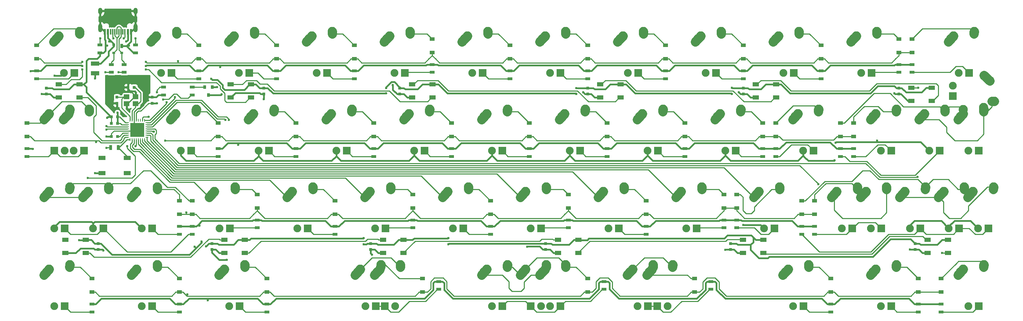
<source format=gbl>
G04 #@! TF.GenerationSoftware,KiCad,Pcbnew,(5.0.2)-1*
G04 #@! TF.CreationDate,2019-04-16T02:19:49-07:00*
G04 #@! TF.ProjectId,Voyager40,566f7961-6765-4723-9430-2e6b69636164,rev?*
G04 #@! TF.SameCoordinates,Original*
G04 #@! TF.FileFunction,Copper,L2,Bot*
G04 #@! TF.FilePolarity,Positive*
%FSLAX46Y46*%
G04 Gerber Fmt 4.6, Leading zero omitted, Abs format (unit mm)*
G04 Created by KiCad (PCBNEW (5.0.2)-1) date 4/16/2019 2:19:49 AM*
%MOMM*%
%LPD*%
G01*
G04 APERTURE LIST*
G04 #@! TA.AperFunction,SMDPad,CuDef*
%ADD10R,0.800000X0.750000*%
G04 #@! TD*
G04 #@! TA.AperFunction,SMDPad,CuDef*
%ADD11R,0.750000X0.800000*%
G04 #@! TD*
G04 #@! TA.AperFunction,SMDPad,CuDef*
%ADD12R,1.200000X0.900000*%
G04 #@! TD*
G04 #@! TA.AperFunction,SMDPad,CuDef*
%ADD13R,2.030000X1.140000*%
G04 #@! TD*
G04 #@! TA.AperFunction,ComponentPad*
%ADD14C,2.250000*%
G04 #@! TD*
G04 #@! TA.AperFunction,Conductor*
%ADD15C,2.250000*%
G04 #@! TD*
G04 #@! TA.AperFunction,ComponentPad*
%ADD16C,1.905000*%
G04 #@! TD*
G04 #@! TA.AperFunction,ComponentPad*
%ADD17R,1.905000X1.905000*%
G04 #@! TD*
G04 #@! TA.AperFunction,SMDPad,CuDef*
%ADD18R,0.800000X0.900000*%
G04 #@! TD*
G04 #@! TA.AperFunction,SMDPad,CuDef*
%ADD19R,1.300000X0.700000*%
G04 #@! TD*
G04 #@! TA.AperFunction,SMDPad,CuDef*
%ADD20R,0.700000X1.300000*%
G04 #@! TD*
G04 #@! TA.AperFunction,SMDPad,CuDef*
%ADD21R,1.800000X1.100000*%
G04 #@! TD*
G04 #@! TA.AperFunction,SMDPad,CuDef*
%ADD22R,0.700000X1.000000*%
G04 #@! TD*
G04 #@! TA.AperFunction,SMDPad,CuDef*
%ADD23R,0.700000X0.600000*%
G04 #@! TD*
G04 #@! TA.AperFunction,ComponentPad*
%ADD24O,1.000000X1.600000*%
G04 #@! TD*
G04 #@! TA.AperFunction,ComponentPad*
%ADD25O,1.000000X2.100000*%
G04 #@! TD*
G04 #@! TA.AperFunction,SMDPad,CuDef*
%ADD26R,0.300000X1.450000*%
G04 #@! TD*
G04 #@! TA.AperFunction,SMDPad,CuDef*
%ADD27R,0.600000X1.450000*%
G04 #@! TD*
G04 #@! TA.AperFunction,SMDPad,CuDef*
%ADD28R,1.400000X1.200000*%
G04 #@! TD*
G04 #@! TA.AperFunction,SMDPad,CuDef*
%ADD29R,1.725000X1.725000*%
G04 #@! TD*
G04 #@! TA.AperFunction,SMDPad,CuDef*
%ADD30R,0.700000X0.250000*%
G04 #@! TD*
G04 #@! TA.AperFunction,SMDPad,CuDef*
%ADD31R,0.250000X0.700000*%
G04 #@! TD*
G04 #@! TA.AperFunction,SMDPad,CuDef*
%ADD32R,1.600000X1.000000*%
G04 #@! TD*
G04 #@! TA.AperFunction,ViaPad*
%ADD33C,0.600000*%
G04 #@! TD*
G04 #@! TA.AperFunction,Conductor*
%ADD34C,0.254000*%
G04 #@! TD*
G04 #@! TA.AperFunction,Conductor*
%ADD35C,0.381000*%
G04 #@! TD*
G04 APERTURE END LIST*
D10*
G04 #@! TO.P,C2,2*
G04 #@! TO.N,+5V*
X59487500Y-55562500D03*
G04 #@! TO.P,C2,1*
G04 #@! TO.N,GND*
X57987500Y-55562500D03*
G04 #@! TD*
D11*
G04 #@! TO.P,C3,1*
G04 #@! TO.N,GND*
X67945000Y-50685000D03*
G04 #@! TO.P,C3,2*
G04 #@! TO.N,+5V*
X67945000Y-52185000D03*
G04 #@! TD*
D10*
G04 #@! TO.P,C4,2*
G04 #@! TO.N,+5V*
X59487500Y-57150000D03*
G04 #@! TO.P,C4,1*
G04 #@! TO.N,GND*
X57987500Y-57150000D03*
G04 #@! TD*
G04 #@! TO.P,C6,1*
G04 #@! TO.N,Net-(C6-Pad1)*
X59487500Y-60325000D03*
G04 #@! TO.P,C6,2*
G04 #@! TO.N,GND*
X57987500Y-60325000D03*
G04 #@! TD*
D11*
G04 #@! TO.P,C7,2*
G04 #@! TO.N,GND*
X59309000Y-52216750D03*
G04 #@! TO.P,C7,1*
G04 #@! TO.N,Net-(C7-Pad1)*
X59309000Y-50716750D03*
G04 #@! TD*
D10*
G04 #@! TO.P,C8,1*
G04 #@! TO.N,Net-(C8-Pad1)*
X63551500Y-48291750D03*
G04 #@! TO.P,C8,2*
G04 #@! TO.N,GND*
X62051500Y-48291750D03*
G04 #@! TD*
D12*
G04 #@! TO.P,D1,2*
G04 #@! TO.N,Net-(D1-Pad2)*
X234156250Y-95187500D03*
G04 #@! TO.P,D1,1*
G04 #@! TO.N,ROW3*
X234156250Y-98487500D03*
G04 #@! TD*
G04 #@! TO.P,D16,2*
G04 #@! TO.N,Net-(D16-Pad2)*
X39687500Y-38037500D03*
G04 #@! TO.P,D16,1*
G04 #@! TO.N,ROW0*
X39687500Y-41337500D03*
G04 #@! TD*
G04 #@! TO.P,D17,1*
G04 #@! TO.N,ROW0*
X79375000Y-41337500D03*
G04 #@! TO.P,D17,2*
G04 #@! TO.N,Net-(D17-Pad2)*
X79375000Y-38037500D03*
G04 #@! TD*
G04 #@! TO.P,D18,2*
G04 #@! TO.N,Net-(D18-Pad2)*
X98425000Y-38037500D03*
G04 #@! TO.P,D18,1*
G04 #@! TO.N,ROW0*
X98425000Y-41337500D03*
G04 #@! TD*
G04 #@! TO.P,D19,2*
G04 #@! TO.N,Net-(D19-Pad2)*
X117475000Y-38037500D03*
G04 #@! TO.P,D19,1*
G04 #@! TO.N,ROW0*
X117475000Y-41337500D03*
G04 #@! TD*
G04 #@! TO.P,D20,2*
G04 #@! TO.N,Net-(D20-Pad2)*
X136525000Y-36450000D03*
G04 #@! TO.P,D20,1*
G04 #@! TO.N,ROW0*
X136525000Y-39750000D03*
G04 #@! TD*
G04 #@! TO.P,D21,1*
G04 #@! TO.N,ROW0*
X155575000Y-41337500D03*
G04 #@! TO.P,D21,2*
G04 #@! TO.N,Net-(D21-Pad2)*
X155575000Y-38037500D03*
G04 #@! TD*
G04 #@! TO.P,D22,2*
G04 #@! TO.N,Net-(D22-Pad2)*
X174625000Y-38037500D03*
G04 #@! TO.P,D22,1*
G04 #@! TO.N,ROW0*
X174625000Y-41337500D03*
G04 #@! TD*
G04 #@! TO.P,D23,2*
G04 #@! TO.N,Net-(D23-Pad2)*
X193675000Y-38037500D03*
G04 #@! TO.P,D23,1*
G04 #@! TO.N,ROW0*
X193675000Y-41337500D03*
G04 #@! TD*
G04 #@! TO.P,D24,1*
G04 #@! TO.N,ROW0*
X212725000Y-41337500D03*
G04 #@! TO.P,D24,2*
G04 #@! TO.N,Net-(D24-Pad2)*
X212725000Y-38037500D03*
G04 #@! TD*
G04 #@! TO.P,D25,1*
G04 #@! TO.N,ROW0*
X231775000Y-41337500D03*
G04 #@! TO.P,D25,2*
G04 #@! TO.N,Net-(D25-Pad2)*
X231775000Y-38037500D03*
G04 #@! TD*
G04 #@! TO.P,D26,1*
G04 #@! TO.N,ROW0*
X250825000Y-39750000D03*
G04 #@! TO.P,D26,2*
G04 #@! TO.N,Net-(D26-Pad2)*
X250825000Y-36450000D03*
G04 #@! TD*
G04 #@! TO.P,D27,2*
G04 #@! TO.N,Net-(D27-Pad2)*
X254000000Y-36450000D03*
G04 #@! TO.P,D27,1*
G04 #@! TO.N,ROW0*
X254000000Y-39750000D03*
G04 #@! TD*
G04 #@! TO.P,D31,1*
G04 #@! TO.N,ROW1*
X37306250Y-60387500D03*
G04 #@! TO.P,D31,2*
G04 #@! TO.N,Net-(D31-Pad2)*
X37306250Y-57087500D03*
G04 #@! TD*
G04 #@! TO.P,D32,1*
G04 #@! TO.N,ROW1*
X84137500Y-60387500D03*
G04 #@! TO.P,D32,2*
G04 #@! TO.N,Net-(D32-Pad2)*
X84137500Y-57087500D03*
G04 #@! TD*
G04 #@! TO.P,D33,2*
G04 #@! TO.N,Net-(D33-Pad2)*
X103187500Y-57087500D03*
G04 #@! TO.P,D33,1*
G04 #@! TO.N,ROW1*
X103187500Y-60387500D03*
G04 #@! TD*
G04 #@! TO.P,D34,2*
G04 #@! TO.N,Net-(D34-Pad2)*
X122237500Y-57087500D03*
G04 #@! TO.P,D34,1*
G04 #@! TO.N,ROW1*
X122237500Y-60387500D03*
G04 #@! TD*
G04 #@! TO.P,D35,1*
G04 #@! TO.N,ROW1*
X141287500Y-60387500D03*
G04 #@! TO.P,D35,2*
G04 #@! TO.N,Net-(D35-Pad2)*
X141287500Y-57087500D03*
G04 #@! TD*
G04 #@! TO.P,D36,1*
G04 #@! TO.N,ROW1*
X160337500Y-60387500D03*
G04 #@! TO.P,D36,2*
G04 #@! TO.N,Net-(D36-Pad2)*
X160337500Y-57087500D03*
G04 #@! TD*
G04 #@! TO.P,D37,1*
G04 #@! TO.N,ROW1*
X179387500Y-60387500D03*
G04 #@! TO.P,D37,2*
G04 #@! TO.N,Net-(D37-Pad2)*
X179387500Y-57087500D03*
G04 #@! TD*
G04 #@! TO.P,D38,2*
G04 #@! TO.N,Net-(D38-Pad2)*
X198437500Y-57087500D03*
G04 #@! TO.P,D38,1*
G04 #@! TO.N,ROW1*
X198437500Y-60387500D03*
G04 #@! TD*
G04 #@! TO.P,D39,1*
G04 #@! TO.N,ROW1*
X217487500Y-60387500D03*
G04 #@! TO.P,D39,2*
G04 #@! TO.N,Net-(D39-Pad2)*
X217487500Y-57087500D03*
G04 #@! TD*
G04 #@! TO.P,D40,1*
G04 #@! TO.N,ROW1*
X220662500Y-60387500D03*
G04 #@! TO.P,D40,2*
G04 #@! TO.N,Net-(D40-Pad2)*
X220662500Y-57087500D03*
G04 #@! TD*
G04 #@! TO.P,D41,1*
G04 #@! TO.N,ROW1*
X239712500Y-60387500D03*
G04 #@! TO.P,D41,2*
G04 #@! TO.N,Net-(D41-Pad2)*
X239712500Y-57087500D03*
G04 #@! TD*
G04 #@! TO.P,D42,1*
G04 #@! TO.N,ROW1*
X236537500Y-60387500D03*
G04 #@! TO.P,D42,2*
G04 #@! TO.N,Net-(D42-Pad2)*
X236537500Y-57087500D03*
G04 #@! TD*
G04 #@! TO.P,D44,2*
G04 #@! TO.N,Net-(D44-Pad2)*
X74612500Y-76137500D03*
G04 #@! TO.P,D44,1*
G04 #@! TO.N,ROW2*
X74612500Y-79437500D03*
G04 #@! TD*
G04 #@! TO.P,D45,2*
G04 #@! TO.N,Net-(D45-Pad2)*
X77787500Y-76137500D03*
G04 #@! TO.P,D45,1*
G04 #@! TO.N,ROW2*
X77787500Y-79437500D03*
G04 #@! TD*
G04 #@! TO.P,D46,1*
G04 #@! TO.N,ROW2*
X93662500Y-77850000D03*
G04 #@! TO.P,D46,2*
G04 #@! TO.N,Net-(D46-Pad2)*
X93662500Y-74550000D03*
G04 #@! TD*
G04 #@! TO.P,D47,2*
G04 #@! TO.N,Net-(D47-Pad2)*
X112712500Y-76137500D03*
G04 #@! TO.P,D47,1*
G04 #@! TO.N,ROW2*
X112712500Y-79437500D03*
G04 #@! TD*
G04 #@! TO.P,D48,1*
G04 #@! TO.N,ROW2*
X131762500Y-77850000D03*
G04 #@! TO.P,D48,2*
G04 #@! TO.N,Net-(D48-Pad2)*
X131762500Y-74550000D03*
G04 #@! TD*
G04 #@! TO.P,D49,2*
G04 #@! TO.N,Net-(D49-Pad2)*
X150812500Y-76137500D03*
G04 #@! TO.P,D49,1*
G04 #@! TO.N,ROW2*
X150812500Y-79437500D03*
G04 #@! TD*
G04 #@! TO.P,D50,1*
G04 #@! TO.N,ROW2*
X169862500Y-77850000D03*
G04 #@! TO.P,D50,2*
G04 #@! TO.N,Net-(D50-Pad2)*
X169862500Y-74550000D03*
G04 #@! TD*
G04 #@! TO.P,D51,2*
G04 #@! TO.N,Net-(D51-Pad2)*
X188912500Y-76137500D03*
G04 #@! TO.P,D51,1*
G04 #@! TO.N,ROW2*
X188912500Y-79437500D03*
G04 #@! TD*
G04 #@! TO.P,D52,2*
G04 #@! TO.N,Net-(D52-Pad2)*
X207962500Y-74550000D03*
G04 #@! TO.P,D52,1*
G04 #@! TO.N,ROW2*
X207962500Y-77850000D03*
G04 #@! TD*
G04 #@! TO.P,D53,2*
G04 #@! TO.N,Net-(D53-Pad2)*
X211137500Y-74550000D03*
G04 #@! TO.P,D53,1*
G04 #@! TO.N,ROW2*
X211137500Y-77850000D03*
G04 #@! TD*
G04 #@! TO.P,D54,2*
G04 #@! TO.N,.-ROW*
X230187500Y-76137500D03*
G04 #@! TO.P,D54,1*
G04 #@! TO.N,ROW2*
X230187500Y-79437500D03*
G04 #@! TD*
G04 #@! TO.P,D55,2*
G04 #@! TO.N,Net-(D55-Pad2)*
X227012500Y-76137500D03*
G04 #@! TO.P,D55,1*
G04 #@! TO.N,ROW2*
X227012500Y-79437500D03*
G04 #@! TD*
G04 #@! TO.P,D58,1*
G04 #@! TO.N,ROW3*
X134143750Y-98487500D03*
G04 #@! TO.P,D58,2*
G04 #@! TO.N,Net-(D58-Pad2)*
X134143750Y-95187500D03*
G04 #@! TD*
G04 #@! TO.P,D59,1*
G04 #@! TO.N,ROW3*
X53181250Y-98487500D03*
G04 #@! TO.P,D59,2*
G04 #@! TO.N,Net-(D59-Pad2)*
X53181250Y-95187500D03*
G04 #@! TD*
G04 #@! TO.P,D60,2*
G04 #@! TO.N,Net-(D60-Pad2)*
X74612500Y-95187500D03*
G04 #@! TO.P,D60,1*
G04 #@! TO.N,ROW3*
X74612500Y-98487500D03*
G04 #@! TD*
G04 #@! TO.P,D61,2*
G04 #@! TO.N,Net-(D61-Pad2)*
X174625000Y-95187500D03*
G04 #@! TO.P,D61,1*
G04 #@! TO.N,ROW3*
X174625000Y-98487500D03*
G04 #@! TD*
G04 #@! TO.P,D62,1*
G04 #@! TO.N,ROW3*
X200818750Y-98487500D03*
G04 #@! TO.P,D62,2*
G04 #@! TO.N,Net-(D62-Pad2)*
X200818750Y-95187500D03*
G04 #@! TD*
G04 #@! TO.P,D63,2*
G04 #@! TO.N,Net-(D63-Pad2)*
X255587500Y-95187500D03*
G04 #@! TO.P,D63,1*
G04 #@! TO.N,ROW3*
X255587500Y-98487500D03*
G04 #@! TD*
G04 #@! TO.P,D64,1*
G04 #@! TO.N,ROW3*
X261143750Y-98487500D03*
G04 #@! TO.P,D64,2*
G04 #@! TO.N,Net-(D64-Pad2)*
X261143750Y-95187500D03*
G04 #@! TD*
G04 #@! TO.P,D67,1*
G04 #@! TO.N,ROW3*
X96043750Y-98487500D03*
G04 #@! TO.P,D67,2*
G04 #@! TO.N,Net-(D67-Pad2)*
X96043750Y-95187500D03*
G04 #@! TD*
D13*
G04 #@! TO.P,F1,2*
G04 #@! TO.N,VCC*
X53975000Y-42456250D03*
G04 #@! TO.P,F1,1*
G04 #@! TO.N,+5V*
X53975000Y-44856250D03*
G04 #@! TD*
D14*
G04 #@! TO.P,K_\002C1,2*
G04 #@! TO.N,Net-(D53-Pad2)*
X221595000Y-72997500D03*
D15*
G04 #@! TD*
G04 #@! TO.N,Net-(D53-Pad2)*
G04 #@! TO.C,K_\002C1*
X221575000Y-73287500D02*
X221615000Y-72707500D01*
D14*
G04 #@! TO.P,K_\002C1,2*
G04 #@! TO.N,Net-(D53-Pad2)*
X221615000Y-72707500D03*
G04 #@! TO.P,K_\002C1,1*
G04 #@! TO.N,COL9*
X215920001Y-74517500D03*
D15*
G04 #@! TD*
G04 #@! TO.N,COL9*
G04 #@! TO.C,K_\002C1*
X215265000Y-75247500D02*
X216575002Y-73787500D01*
D14*
G04 #@! TO.P,K_\002C1,1*
G04 #@! TO.N,COL9*
X216575000Y-73787500D03*
D16*
G04 #@! TO.P,K_\002C1,3*
G04 #@! TO.N,+5V*
X217805000Y-82867500D03*
D17*
G04 #@! TO.P,K_\002C1,4*
G04 #@! TO.N,Net-(K_\002C1-Pad4)*
X220345000Y-82867500D03*
G04 #@! TD*
D14*
G04 #@! TO.P,K_.1,2*
G04 #@! TO.N,.-ROW*
X240645000Y-72997500D03*
D15*
G04 #@! TD*
G04 #@! TO.N,.-ROW*
G04 #@! TO.C,K_.1*
X240625000Y-73287500D02*
X240665000Y-72707500D01*
D14*
G04 #@! TO.P,K_.1,2*
G04 #@! TO.N,.-ROW*
X240665000Y-72707500D03*
G04 #@! TO.P,K_.1,1*
G04 #@! TO.N,.-COL*
X234970001Y-74517500D03*
D15*
G04 #@! TD*
G04 #@! TO.N,.-COL*
G04 #@! TO.C,K_.1*
X234315000Y-75247500D02*
X235625002Y-73787500D01*
D14*
G04 #@! TO.P,K_.1,1*
G04 #@! TO.N,.-COL*
X235625000Y-73787500D03*
D16*
G04 #@! TO.P,K_.1,3*
G04 #@! TO.N,+5V*
X236855000Y-82867500D03*
D17*
G04 #@! TO.P,K_.1,4*
G04 #@! TO.N,.-LEDGND*
X239395000Y-82867500D03*
G04 #@! TD*
D14*
G04 #@! TO.P,K_;1,2*
G04 #@! TO.N,Net-(D41-Pad2)*
X250170000Y-53947500D03*
D15*
G04 #@! TD*
G04 #@! TO.N,Net-(D41-Pad2)*
G04 #@! TO.C,K_;1*
X250150000Y-54237500D02*
X250190000Y-53657500D01*
D14*
G04 #@! TO.P,K_;1,2*
G04 #@! TO.N,Net-(D41-Pad2)*
X250190000Y-53657500D03*
G04 #@! TO.P,K_;1,1*
G04 #@! TO.N,.-COL*
X244495001Y-55467500D03*
D15*
G04 #@! TD*
G04 #@! TO.N,.-COL*
G04 #@! TO.C,K_;1*
X243840000Y-56197500D02*
X245150002Y-54737500D01*
D14*
G04 #@! TO.P,K_;1,1*
G04 #@! TO.N,.-COL*
X245150000Y-54737500D03*
D16*
G04 #@! TO.P,K_;1,3*
G04 #@! TO.N,+5V*
X246380000Y-63817500D03*
D17*
G04 #@! TO.P,K_;1,4*
G04 #@! TO.N,Net-(K_;1-Pad4)*
X248920000Y-63817500D03*
G04 #@! TD*
G04 #@! TO.P,K_\005C1,4*
G04 #@! TO.N,Net-(K_\005C1-Pad4)*
X267970000Y-44767500D03*
D16*
G04 #@! TO.P,K_\005C1,3*
G04 #@! TO.N,+5V*
X265430000Y-44767500D03*
D14*
G04 #@! TO.P,K_\005C1,1*
G04 #@! TO.N,COL11*
X264200000Y-35687500D03*
X263545001Y-36417500D03*
D15*
G04 #@! TD*
G04 #@! TO.N,COL11*
G04 #@! TO.C,K_\005C1*
X262890000Y-37147500D02*
X264200002Y-35687500D01*
D14*
G04 #@! TO.P,K_\005C1,2*
G04 #@! TO.N,Net-(D27-Pad2)*
X269240000Y-34607500D03*
X269220000Y-34897500D03*
D15*
G04 #@! TD*
G04 #@! TO.N,Net-(D27-Pad2)*
G04 #@! TO.C,K_\005C1*
X269200000Y-35187500D02*
X269240000Y-34607500D01*
D14*
G04 #@! TO.P,K_A1,2*
G04 #@! TO.N,Net-(D32-Pad2)*
X78720000Y-53947500D03*
D15*
G04 #@! TD*
G04 #@! TO.N,Net-(D32-Pad2)*
G04 #@! TO.C,K_A1*
X78700000Y-54237500D02*
X78740000Y-53657500D01*
D14*
G04 #@! TO.P,K_A1,2*
G04 #@! TO.N,Net-(D32-Pad2)*
X78740000Y-53657500D03*
G04 #@! TO.P,K_A1,1*
G04 #@! TO.N,COL1*
X73045001Y-55467500D03*
D15*
G04 #@! TD*
G04 #@! TO.N,COL1*
G04 #@! TO.C,K_A1*
X72390000Y-56197500D02*
X73700002Y-54737500D01*
D14*
G04 #@! TO.P,K_A1,1*
G04 #@! TO.N,COL1*
X73700000Y-54737500D03*
D16*
G04 #@! TO.P,K_A1,3*
G04 #@! TO.N,+5V*
X74930000Y-63817500D03*
D17*
G04 #@! TO.P,K_A1,4*
G04 #@! TO.N,Net-(K_A1-Pad4)*
X77470000Y-63817500D03*
G04 #@! TD*
G04 #@! TO.P,K_ALT1,4*
G04 #@! TO.N,Net-(K_ALT1-Pad4)*
X89376250Y-101917500D03*
D16*
G04 #@! TO.P,K_ALT1,3*
G04 #@! TO.N,+5V*
X86836250Y-101917500D03*
D14*
G04 #@! TO.P,K_ALT1,1*
G04 #@! TO.N,COL2*
X85606250Y-92837500D03*
X84951251Y-93567500D03*
D15*
G04 #@! TD*
G04 #@! TO.N,COL2*
G04 #@! TO.C,K_ALT1*
X84296250Y-94297500D02*
X85606252Y-92837500D01*
D14*
G04 #@! TO.P,K_ALT1,2*
G04 #@! TO.N,Net-(D67-Pad2)*
X90646250Y-91757500D03*
X90626250Y-92047500D03*
D15*
G04 #@! TD*
G04 #@! TO.N,Net-(D67-Pad2)*
G04 #@! TO.C,K_ALT1*
X90606250Y-92337500D02*
X90646250Y-91757500D01*
D17*
G04 #@! TO.P,K_B1,4*
G04 #@! TO.N,Net-(K_B1-Pad4)*
X163195000Y-82867500D03*
D16*
G04 #@! TO.P,K_B1,3*
G04 #@! TO.N,+5V*
X160655000Y-82867500D03*
D14*
G04 #@! TO.P,K_B1,1*
G04 #@! TO.N,COL6*
X159425000Y-73787500D03*
X158770001Y-74517500D03*
D15*
G04 #@! TD*
G04 #@! TO.N,COL6*
G04 #@! TO.C,K_B1*
X158115000Y-75247500D02*
X159425002Y-73787500D01*
D14*
G04 #@! TO.P,K_B1,2*
G04 #@! TO.N,Net-(D50-Pad2)*
X164465000Y-72707500D03*
X164445000Y-72997500D03*
D15*
G04 #@! TD*
G04 #@! TO.N,Net-(D50-Pad2)*
G04 #@! TO.C,K_B1*
X164425000Y-73287500D02*
X164465000Y-72707500D01*
D17*
G04 #@! TO.P,K_C1,4*
G04 #@! TO.N,Net-(K_C1-Pad4)*
X125095000Y-82867500D03*
D16*
G04 #@! TO.P,K_C1,3*
G04 #@! TO.N,+5V*
X122555000Y-82867500D03*
D14*
G04 #@! TO.P,K_C1,1*
G04 #@! TO.N,COL4*
X121325000Y-73787500D03*
X120670001Y-74517500D03*
D15*
G04 #@! TD*
G04 #@! TO.N,COL4*
G04 #@! TO.C,K_C1*
X120015000Y-75247500D02*
X121325002Y-73787500D01*
D14*
G04 #@! TO.P,K_C1,2*
G04 #@! TO.N,Net-(D48-Pad2)*
X126365000Y-72707500D03*
X126345000Y-72997500D03*
D15*
G04 #@! TD*
G04 #@! TO.N,Net-(D48-Pad2)*
G04 #@! TO.C,K_C1*
X126325000Y-73287500D02*
X126365000Y-72707500D01*
D14*
G04 #@! TO.P,K_CAPS1,2*
G04 #@! TO.N,Net-(D31-Pad2)*
X52526250Y-53947500D03*
D15*
G04 #@! TD*
G04 #@! TO.N,Net-(D31-Pad2)*
G04 #@! TO.C,K_CAPS1*
X52506250Y-54237500D02*
X52546250Y-53657500D01*
D14*
G04 #@! TO.P,K_CAPS1,2*
G04 #@! TO.N,Net-(D31-Pad2)*
X52546250Y-53657500D03*
G04 #@! TO.P,K_CAPS1,1*
G04 #@! TO.N,COL0*
X46851251Y-55467500D03*
D15*
G04 #@! TD*
G04 #@! TO.N,COL0*
G04 #@! TO.C,K_CAPS1*
X46196250Y-56197500D02*
X47506252Y-54737500D01*
D14*
G04 #@! TO.P,K_CAPS1,1*
G04 #@! TO.N,COL0*
X47506250Y-54737500D03*
D16*
G04 #@! TO.P,K_CAPS1,3*
G04 #@! TO.N,+5V*
X48736250Y-63817500D03*
D17*
G04 #@! TO.P,K_CAPS1,4*
G04 #@! TO.N,Net-(K_CAPS1-Pad4)*
X51276250Y-63817500D03*
G04 #@! TD*
D14*
G04 #@! TO.P,K_CAPS2,2*
G04 #@! TO.N,COL0*
X47763750Y-53947500D03*
D15*
G04 #@! TD*
G04 #@! TO.N,COL0*
G04 #@! TO.C,K_CAPS2*
X47743750Y-54237500D02*
X47783750Y-53657500D01*
D14*
G04 #@! TO.P,K_CAPS2,2*
G04 #@! TO.N,COL0*
X47783750Y-53657500D03*
G04 #@! TO.P,K_CAPS2,1*
G04 #@! TO.N,Net-(D31-Pad2)*
X42088751Y-55467500D03*
D15*
G04 #@! TD*
G04 #@! TO.N,Net-(D31-Pad2)*
G04 #@! TO.C,K_CAPS2*
X41433750Y-56197500D02*
X42743752Y-54737500D01*
D14*
G04 #@! TO.P,K_CAPS2,1*
G04 #@! TO.N,Net-(D31-Pad2)*
X42743750Y-54737500D03*
D16*
G04 #@! TO.P,K_CAPS2,3*
G04 #@! TO.N,+5V*
X46513750Y-63817500D03*
D17*
G04 #@! TO.P,K_CAPS2,4*
G04 #@! TO.N,Net-(K_CAPS1-Pad4)*
X43973750Y-63817500D03*
G04 #@! TD*
D14*
G04 #@! TO.P,K_CTRL1,2*
G04 #@! TO.N,Net-(D59-Pad2)*
X47763750Y-92047500D03*
D15*
G04 #@! TD*
G04 #@! TO.N,Net-(D59-Pad2)*
G04 #@! TO.C,K_CTRL1*
X47743750Y-92337500D02*
X47783750Y-91757500D01*
D14*
G04 #@! TO.P,K_CTRL1,2*
G04 #@! TO.N,Net-(D59-Pad2)*
X47783750Y-91757500D03*
G04 #@! TO.P,K_CTRL1,1*
G04 #@! TO.N,COL0*
X42088751Y-93567500D03*
D15*
G04 #@! TD*
G04 #@! TO.N,COL0*
G04 #@! TO.C,K_CTRL1*
X41433750Y-94297500D02*
X42743752Y-92837500D01*
D14*
G04 #@! TO.P,K_CTRL1,1*
G04 #@! TO.N,COL0*
X42743750Y-92837500D03*
D16*
G04 #@! TO.P,K_CTRL1,3*
G04 #@! TO.N,+5V*
X43973750Y-101917500D03*
D17*
G04 #@! TO.P,K_CTRL1,4*
G04 #@! TO.N,Net-(K_CTRL1-Pad4)*
X46513750Y-101917500D03*
G04 #@! TD*
G04 #@! TO.P,K_D1,4*
G04 #@! TO.N,Net-(K_D1-Pad4)*
X115570000Y-63817500D03*
D16*
G04 #@! TO.P,K_D1,3*
G04 #@! TO.N,+5V*
X113030000Y-63817500D03*
D14*
G04 #@! TO.P,K_D1,1*
G04 #@! TO.N,COL3*
X111800000Y-54737500D03*
X111145001Y-55467500D03*
D15*
G04 #@! TD*
G04 #@! TO.N,COL3*
G04 #@! TO.C,K_D1*
X110490000Y-56197500D02*
X111800002Y-54737500D01*
D14*
G04 #@! TO.P,K_D1,2*
G04 #@! TO.N,Net-(D34-Pad2)*
X116840000Y-53657500D03*
X116820000Y-53947500D03*
D15*
G04 #@! TD*
G04 #@! TO.N,Net-(D34-Pad2)*
G04 #@! TO.C,K_D1*
X116800000Y-54237500D02*
X116840000Y-53657500D01*
D17*
G04 #@! TO.P,K_E1,4*
G04 #@! TO.N,Net-(K_E1-Pad4)*
X110807500Y-44767500D03*
D16*
G04 #@! TO.P,K_E1,3*
G04 #@! TO.N,+5V*
X108267500Y-44767500D03*
D14*
G04 #@! TO.P,K_E1,1*
G04 #@! TO.N,COL3*
X107037500Y-35687500D03*
X106382501Y-36417500D03*
D15*
G04 #@! TD*
G04 #@! TO.N,COL3*
G04 #@! TO.C,K_E1*
X105727500Y-37147500D02*
X107037502Y-35687500D01*
D14*
G04 #@! TO.P,K_E1,2*
G04 #@! TO.N,Net-(D19-Pad2)*
X112077500Y-34607500D03*
X112057500Y-34897500D03*
D15*
G04 #@! TD*
G04 #@! TO.N,Net-(D19-Pad2)*
G04 #@! TO.C,K_E1*
X112037500Y-35187500D02*
X112077500Y-34607500D01*
D14*
G04 #@! TO.P,K_F1,2*
G04 #@! TO.N,Net-(D35-Pad2)*
X135870000Y-53947500D03*
D15*
G04 #@! TD*
G04 #@! TO.N,Net-(D35-Pad2)*
G04 #@! TO.C,K_F1*
X135850000Y-54237500D02*
X135890000Y-53657500D01*
D14*
G04 #@! TO.P,K_F1,2*
G04 #@! TO.N,Net-(D35-Pad2)*
X135890000Y-53657500D03*
G04 #@! TO.P,K_F1,1*
G04 #@! TO.N,COL4*
X130195001Y-55467500D03*
D15*
G04 #@! TD*
G04 #@! TO.N,COL4*
G04 #@! TO.C,K_F1*
X129540000Y-56197500D02*
X130850002Y-54737500D01*
D14*
G04 #@! TO.P,K_F1,1*
G04 #@! TO.N,COL4*
X130850000Y-54737500D03*
D16*
G04 #@! TO.P,K_F1,3*
G04 #@! TO.N,+5V*
X132080000Y-63817500D03*
D17*
G04 #@! TO.P,K_F1,4*
G04 #@! TO.N,Net-(K_F1-Pad4)*
X134620000Y-63817500D03*
G04 #@! TD*
G04 #@! TO.P,K_G1,4*
G04 #@! TO.N,Net-(K_G1-Pad4)*
X153670000Y-63817500D03*
D16*
G04 #@! TO.P,K_G1,3*
G04 #@! TO.N,+5V*
X151130000Y-63817500D03*
D14*
G04 #@! TO.P,K_G1,1*
G04 #@! TO.N,COL5*
X149900000Y-54737500D03*
X149245001Y-55467500D03*
D15*
G04 #@! TD*
G04 #@! TO.N,COL5*
G04 #@! TO.C,K_G1*
X148590000Y-56197500D02*
X149900002Y-54737500D01*
D14*
G04 #@! TO.P,K_G1,2*
G04 #@! TO.N,Net-(D36-Pad2)*
X154940000Y-53657500D03*
X154920000Y-53947500D03*
D15*
G04 #@! TD*
G04 #@! TO.N,Net-(D36-Pad2)*
G04 #@! TO.C,K_G1*
X154900000Y-54237500D02*
X154940000Y-53657500D01*
D17*
G04 #@! TO.P,K_H1,4*
G04 #@! TO.N,Net-(K_H1-Pad4)*
X172720000Y-63817500D03*
D16*
G04 #@! TO.P,K_H1,3*
G04 #@! TO.N,+5V*
X170180000Y-63817500D03*
D14*
G04 #@! TO.P,K_H1,1*
G04 #@! TO.N,COL6*
X168950000Y-54737500D03*
X168295001Y-55467500D03*
D15*
G04 #@! TD*
G04 #@! TO.N,COL6*
G04 #@! TO.C,K_H1*
X167640000Y-56197500D02*
X168950002Y-54737500D01*
D14*
G04 #@! TO.P,K_H1,2*
G04 #@! TO.N,Net-(D37-Pad2)*
X173990000Y-53657500D03*
X173970000Y-53947500D03*
D15*
G04 #@! TD*
G04 #@! TO.N,Net-(D37-Pad2)*
G04 #@! TO.C,K_H1*
X173950000Y-54237500D02*
X173990000Y-53657500D01*
D14*
G04 #@! TO.P,K_I1,2*
G04 #@! TO.N,Net-(D24-Pad2)*
X207307500Y-34897500D03*
D15*
G04 #@! TD*
G04 #@! TO.N,Net-(D24-Pad2)*
G04 #@! TO.C,K_I1*
X207287500Y-35187500D02*
X207327500Y-34607500D01*
D14*
G04 #@! TO.P,K_I1,2*
G04 #@! TO.N,Net-(D24-Pad2)*
X207327500Y-34607500D03*
G04 #@! TO.P,K_I1,1*
G04 #@! TO.N,COL8*
X201632501Y-36417500D03*
D15*
G04 #@! TD*
G04 #@! TO.N,COL8*
G04 #@! TO.C,K_I1*
X200977500Y-37147500D02*
X202287502Y-35687500D01*
D14*
G04 #@! TO.P,K_I1,1*
G04 #@! TO.N,COL8*
X202287500Y-35687500D03*
D16*
G04 #@! TO.P,K_I1,3*
G04 #@! TO.N,+5V*
X203517500Y-44767500D03*
D17*
G04 #@! TO.P,K_I1,4*
G04 #@! TO.N,Net-(K_I1-Pad4)*
X206057500Y-44767500D03*
G04 #@! TD*
G04 #@! TO.P,K_J1,4*
G04 #@! TO.N,Net-(K_J1-Pad4)*
X191770000Y-63817500D03*
D16*
G04 #@! TO.P,K_J1,3*
G04 #@! TO.N,+5V*
X189230000Y-63817500D03*
D14*
G04 #@! TO.P,K_J1,1*
G04 #@! TO.N,COL7*
X188000000Y-54737500D03*
X187345001Y-55467500D03*
D15*
G04 #@! TD*
G04 #@! TO.N,COL7*
G04 #@! TO.C,K_J1*
X186690000Y-56197500D02*
X188000002Y-54737500D01*
D14*
G04 #@! TO.P,K_J1,2*
G04 #@! TO.N,Net-(D38-Pad2)*
X193040000Y-53657500D03*
X193020000Y-53947500D03*
D15*
G04 #@! TD*
G04 #@! TO.N,Net-(D38-Pad2)*
G04 #@! TO.C,K_J1*
X193000000Y-54237500D02*
X193040000Y-53657500D01*
D17*
G04 #@! TO.P,K_K1,4*
G04 #@! TO.N,Net-(K_K1-Pad4)*
X210820000Y-63817500D03*
D16*
G04 #@! TO.P,K_K1,3*
G04 #@! TO.N,+5V*
X208280000Y-63817500D03*
D14*
G04 #@! TO.P,K_K1,1*
G04 #@! TO.N,COL8*
X207050000Y-54737500D03*
X206395001Y-55467500D03*
D15*
G04 #@! TD*
G04 #@! TO.N,COL8*
G04 #@! TO.C,K_K1*
X205740000Y-56197500D02*
X207050002Y-54737500D01*
D14*
G04 #@! TO.P,K_K1,2*
G04 #@! TO.N,Net-(D39-Pad2)*
X212090000Y-53657500D03*
X212070000Y-53947500D03*
D15*
G04 #@! TD*
G04 #@! TO.N,Net-(D39-Pad2)*
G04 #@! TO.C,K_K1*
X212050000Y-54237500D02*
X212090000Y-53657500D01*
D14*
G04 #@! TO.P,K_L1,2*
G04 #@! TO.N,Net-(D40-Pad2)*
X231120000Y-53947500D03*
D15*
G04 #@! TD*
G04 #@! TO.N,Net-(D40-Pad2)*
G04 #@! TO.C,K_L1*
X231100000Y-54237500D02*
X231140000Y-53657500D01*
D14*
G04 #@! TO.P,K_L1,2*
G04 #@! TO.N,Net-(D40-Pad2)*
X231140000Y-53657500D03*
G04 #@! TO.P,K_L1,1*
G04 #@! TO.N,COL9*
X225445001Y-55467500D03*
D15*
G04 #@! TD*
G04 #@! TO.N,COL9*
G04 #@! TO.C,K_L1*
X224790000Y-56197500D02*
X226100002Y-54737500D01*
D14*
G04 #@! TO.P,K_L1,1*
G04 #@! TO.N,COL9*
X226100000Y-54737500D03*
D16*
G04 #@! TO.P,K_L1,3*
G04 #@! TO.N,+5V*
X227330000Y-63817500D03*
D17*
G04 #@! TO.P,K_L1,4*
G04 #@! TO.N,Net-(K_L1-Pad4)*
X229870000Y-63817500D03*
G04 #@! TD*
D14*
G04 #@! TO.P,K_LSPACE1,2*
G04 #@! TO.N,Net-(D58-Pad2)*
X123963750Y-92047500D03*
D15*
G04 #@! TD*
G04 #@! TO.N,Net-(D58-Pad2)*
G04 #@! TO.C,K_LSPACE1*
X123943750Y-92337500D02*
X123983750Y-91757500D01*
D14*
G04 #@! TO.P,K_LSPACE1,2*
G04 #@! TO.N,Net-(D58-Pad2)*
X123983750Y-91757500D03*
G04 #@! TO.P,K_LSPACE1,1*
G04 #@! TO.N,COL4*
X118288751Y-93567500D03*
D15*
G04 #@! TD*
G04 #@! TO.N,COL4*
G04 #@! TO.C,K_LSPACE1*
X117633750Y-94297500D02*
X118943752Y-92837500D01*
D14*
G04 #@! TO.P,K_LSPACE1,1*
G04 #@! TO.N,COL4*
X118943750Y-92837500D03*
D16*
G04 #@! TO.P,K_LSPACE1,3*
G04 #@! TO.N,+5V*
X120173750Y-101917500D03*
D17*
G04 #@! TO.P,K_LSPACE1,4*
G04 #@! TO.N,Net-(K_LSPACE1-Pad4)*
X122713750Y-101917500D03*
G04 #@! TD*
D14*
G04 #@! TO.P,K_M1,2*
G04 #@! TO.N,Net-(D52-Pad2)*
X202545000Y-72997500D03*
D15*
G04 #@! TD*
G04 #@! TO.N,Net-(D52-Pad2)*
G04 #@! TO.C,K_M1*
X202525000Y-73287500D02*
X202565000Y-72707500D01*
D14*
G04 #@! TO.P,K_M1,2*
G04 #@! TO.N,Net-(D52-Pad2)*
X202565000Y-72707500D03*
G04 #@! TO.P,K_M1,1*
G04 #@! TO.N,COL8*
X196870001Y-74517500D03*
D15*
G04 #@! TD*
G04 #@! TO.N,COL8*
G04 #@! TO.C,K_M1*
X196215000Y-75247500D02*
X197525002Y-73787500D01*
D14*
G04 #@! TO.P,K_M1,1*
G04 #@! TO.N,COL8*
X197525000Y-73787500D03*
D16*
G04 #@! TO.P,K_M1,3*
G04 #@! TO.N,+5V*
X198755000Y-82867500D03*
D17*
G04 #@! TO.P,K_M1,4*
G04 #@! TO.N,Net-(K_M1-Pad4)*
X201295000Y-82867500D03*
G04 #@! TD*
D14*
G04 #@! TO.P,K_N1,2*
G04 #@! TO.N,Net-(D51-Pad2)*
X183495000Y-72997500D03*
D15*
G04 #@! TD*
G04 #@! TO.N,Net-(D51-Pad2)*
G04 #@! TO.C,K_N1*
X183475000Y-73287500D02*
X183515000Y-72707500D01*
D14*
G04 #@! TO.P,K_N1,2*
G04 #@! TO.N,Net-(D51-Pad2)*
X183515000Y-72707500D03*
G04 #@! TO.P,K_N1,1*
G04 #@! TO.N,COL7*
X177820001Y-74517500D03*
D15*
G04 #@! TD*
G04 #@! TO.N,COL7*
G04 #@! TO.C,K_N1*
X177165000Y-75247500D02*
X178475002Y-73787500D01*
D14*
G04 #@! TO.P,K_N1,1*
G04 #@! TO.N,COL7*
X178475000Y-73787500D03*
D16*
G04 #@! TO.P,K_N1,3*
G04 #@! TO.N,+5V*
X179705000Y-82867500D03*
D17*
G04 #@! TO.P,K_N1,4*
G04 #@! TO.N,Net-(K_N1-Pad4)*
X182245000Y-82867500D03*
G04 #@! TD*
D14*
G04 #@! TO.P,K_O1,2*
G04 #@! TO.N,Net-(D25-Pad2)*
X226357500Y-34897500D03*
D15*
G04 #@! TD*
G04 #@! TO.N,Net-(D25-Pad2)*
G04 #@! TO.C,K_O1*
X226337500Y-35187500D02*
X226377500Y-34607500D01*
D14*
G04 #@! TO.P,K_O1,2*
G04 #@! TO.N,Net-(D25-Pad2)*
X226377500Y-34607500D03*
G04 #@! TO.P,K_O1,1*
G04 #@! TO.N,COL9*
X220682501Y-36417500D03*
D15*
G04 #@! TD*
G04 #@! TO.N,COL9*
G04 #@! TO.C,K_O1*
X220027500Y-37147500D02*
X221337502Y-35687500D01*
D14*
G04 #@! TO.P,K_O1,1*
G04 #@! TO.N,COL9*
X221337500Y-35687500D03*
D16*
G04 #@! TO.P,K_O1,3*
G04 #@! TO.N,+5V*
X222567500Y-44767500D03*
D17*
G04 #@! TO.P,K_O1,4*
G04 #@! TO.N,Net-(K_O1-Pad4)*
X225107500Y-44767500D03*
G04 #@! TD*
D14*
G04 #@! TO.P,K_P1,2*
G04 #@! TO.N,Net-(D26-Pad2)*
X245407500Y-34897500D03*
D15*
G04 #@! TD*
G04 #@! TO.N,Net-(D26-Pad2)*
G04 #@! TO.C,K_P1*
X245387500Y-35187500D02*
X245427500Y-34607500D01*
D14*
G04 #@! TO.P,K_P1,2*
G04 #@! TO.N,Net-(D26-Pad2)*
X245427500Y-34607500D03*
G04 #@! TO.P,K_P1,1*
G04 #@! TO.N,.-COL*
X239732501Y-36417500D03*
D15*
G04 #@! TD*
G04 #@! TO.N,.-COL*
G04 #@! TO.C,K_P1*
X239077500Y-37147500D02*
X240387502Y-35687500D01*
D14*
G04 #@! TO.P,K_P1,1*
G04 #@! TO.N,.-COL*
X240387500Y-35687500D03*
D16*
G04 #@! TO.P,K_P1,3*
G04 #@! TO.N,+5V*
X241617500Y-44767500D03*
D17*
G04 #@! TO.P,K_P1,4*
G04 #@! TO.N,Net-(K_P1-Pad4)*
X244157500Y-44767500D03*
G04 #@! TD*
G04 #@! TO.P,K_Q1,4*
G04 #@! TO.N,Net-(K_Q1-Pad4)*
X72707500Y-44767500D03*
D16*
G04 #@! TO.P,K_Q1,3*
G04 #@! TO.N,+5V*
X70167500Y-44767500D03*
D14*
G04 #@! TO.P,K_Q1,1*
G04 #@! TO.N,COL1*
X68937500Y-35687500D03*
X68282501Y-36417500D03*
D15*
G04 #@! TD*
G04 #@! TO.N,COL1*
G04 #@! TO.C,K_Q1*
X67627500Y-37147500D02*
X68937502Y-35687500D01*
D14*
G04 #@! TO.P,K_Q1,2*
G04 #@! TO.N,Net-(D17-Pad2)*
X73977500Y-34607500D03*
X73957500Y-34897500D03*
D15*
G04 #@! TD*
G04 #@! TO.N,Net-(D17-Pad2)*
G04 #@! TO.C,K_Q1*
X73937500Y-35187500D02*
X73977500Y-34607500D01*
D14*
G04 #@! TO.P,K_R1,2*
G04 #@! TO.N,Net-(D20-Pad2)*
X131107500Y-34897500D03*
D15*
G04 #@! TD*
G04 #@! TO.N,Net-(D20-Pad2)*
G04 #@! TO.C,K_R1*
X131087500Y-35187500D02*
X131127500Y-34607500D01*
D14*
G04 #@! TO.P,K_R1,2*
G04 #@! TO.N,Net-(D20-Pad2)*
X131127500Y-34607500D03*
G04 #@! TO.P,K_R1,1*
G04 #@! TO.N,COL4*
X125432501Y-36417500D03*
D15*
G04 #@! TD*
G04 #@! TO.N,COL4*
G04 #@! TO.C,K_R1*
X124777500Y-37147500D02*
X126087502Y-35687500D01*
D14*
G04 #@! TO.P,K_R1,1*
G04 #@! TO.N,COL4*
X126087500Y-35687500D03*
D16*
G04 #@! TO.P,K_R1,3*
G04 #@! TO.N,+5V*
X127317500Y-44767500D03*
D17*
G04 #@! TO.P,K_R1,4*
G04 #@! TO.N,Net-(K_R1-Pad4)*
X129857500Y-44767500D03*
G04 #@! TD*
G04 #@! TO.P,K_RALT1,4*
G04 #@! TO.N,Net-(K_RALT1-Pad4)*
X227488750Y-101917500D03*
D16*
G04 #@! TO.P,K_RALT1,3*
G04 #@! TO.N,+5V*
X224948750Y-101917500D03*
D14*
G04 #@! TO.P,K_RALT1,1*
G04 #@! TO.N,COL9*
X223718750Y-92837500D03*
X223063751Y-93567500D03*
D15*
G04 #@! TD*
G04 #@! TO.N,COL9*
G04 #@! TO.C,K_RALT1*
X222408750Y-94297500D02*
X223718752Y-92837500D01*
D14*
G04 #@! TO.P,K_RALT1,2*
G04 #@! TO.N,Net-(D1-Pad2)*
X228758750Y-91757500D03*
X228738750Y-92047500D03*
D15*
G04 #@! TD*
G04 #@! TO.N,Net-(D1-Pad2)*
G04 #@! TO.C,K_RALT1*
X228718750Y-92337500D02*
X228758750Y-91757500D01*
D14*
G04 #@! TO.P,K_RCTRL1,2*
G04 #@! TO.N,Net-(D64-Pad2)*
X271601250Y-92047500D03*
D15*
G04 #@! TD*
G04 #@! TO.N,Net-(D64-Pad2)*
G04 #@! TO.C,K_RCTRL1*
X271581250Y-92337500D02*
X271621250Y-91757500D01*
D14*
G04 #@! TO.P,K_RCTRL1,2*
G04 #@! TO.N,Net-(D64-Pad2)*
X271621250Y-91757500D03*
G04 #@! TO.P,K_RCTRL1,1*
G04 #@! TO.N,COL11*
X265926251Y-93567500D03*
D15*
G04 #@! TD*
G04 #@! TO.N,COL11*
G04 #@! TO.C,K_RCTRL1*
X265271250Y-94297500D02*
X266581252Y-92837500D01*
D14*
G04 #@! TO.P,K_RCTRL1,1*
G04 #@! TO.N,COL11*
X266581250Y-92837500D03*
D16*
G04 #@! TO.P,K_RCTRL1,3*
G04 #@! TO.N,+5V*
X267811250Y-101917500D03*
D17*
G04 #@! TO.P,K_RCTRL1,4*
G04 #@! TO.N,Net-(K_RCTRL1-Pad4)*
X270351250Y-101917500D03*
G04 #@! TD*
G04 #@! TO.P,K_RSPACE1,4*
G04 #@! TO.N,Net-(K_RSPACE1-Pad4)*
X189388750Y-101917500D03*
D16*
G04 #@! TO.P,K_RSPACE1,3*
G04 #@! TO.N,+5V*
X186848750Y-101917500D03*
D14*
G04 #@! TO.P,K_RSPACE1,1*
G04 #@! TO.N,COL8*
X185618750Y-92837500D03*
X184963751Y-93567500D03*
D15*
G04 #@! TD*
G04 #@! TO.N,COL8*
G04 #@! TO.C,K_RSPACE1*
X184308750Y-94297500D02*
X185618752Y-92837500D01*
D14*
G04 #@! TO.P,K_RSPACE1,2*
G04 #@! TO.N,Net-(D62-Pad2)*
X190658750Y-91757500D03*
X190638750Y-92047500D03*
D15*
G04 #@! TD*
G04 #@! TO.N,Net-(D62-Pad2)*
G04 #@! TO.C,K_RSPACE1*
X190618750Y-92337500D02*
X190658750Y-91757500D01*
D17*
G04 #@! TO.P,K_RWIN1,4*
G04 #@! TO.N,Net-(K_RWIN1-Pad4)*
X248920000Y-101917500D03*
D16*
G04 #@! TO.P,K_RWIN1,3*
G04 #@! TO.N,+5V*
X246380000Y-101917500D03*
D14*
G04 #@! TO.P,K_RWIN1,1*
G04 #@! TO.N,.-COL*
X245150000Y-92837500D03*
X244495001Y-93567500D03*
D15*
G04 #@! TD*
G04 #@! TO.N,.-COL*
G04 #@! TO.C,K_RWIN1*
X243840000Y-94297500D02*
X245150002Y-92837500D01*
D14*
G04 #@! TO.P,K_RWIN1,2*
G04 #@! TO.N,Net-(D63-Pad2)*
X250190000Y-91757500D03*
X250170000Y-92047500D03*
D15*
G04 #@! TD*
G04 #@! TO.N,Net-(D63-Pad2)*
G04 #@! TO.C,K_RWIN1*
X250150000Y-92337500D02*
X250190000Y-91757500D01*
D17*
G04 #@! TO.P,K_S1,4*
G04 #@! TO.N,Net-(K_S1-Pad4)*
X96520000Y-63817500D03*
D16*
G04 #@! TO.P,K_S1,3*
G04 #@! TO.N,+5V*
X93980000Y-63817500D03*
D14*
G04 #@! TO.P,K_S1,1*
G04 #@! TO.N,COL2*
X92750000Y-54737500D03*
X92095001Y-55467500D03*
D15*
G04 #@! TD*
G04 #@! TO.N,COL2*
G04 #@! TO.C,K_S1*
X91440000Y-56197500D02*
X92750002Y-54737500D01*
D14*
G04 #@! TO.P,K_S1,2*
G04 #@! TO.N,Net-(D33-Pad2)*
X97790000Y-53657500D03*
X97770000Y-53947500D03*
D15*
G04 #@! TD*
G04 #@! TO.N,Net-(D33-Pad2)*
G04 #@! TO.C,K_S1*
X97750000Y-54237500D02*
X97790000Y-53657500D01*
D14*
G04 #@! TO.P,K_SHIFT1,2*
G04 #@! TO.N,Net-(D45-Pad2)*
X57288750Y-72997500D03*
D15*
G04 #@! TD*
G04 #@! TO.N,Net-(D45-Pad2)*
G04 #@! TO.C,K_SHIFT1*
X57268750Y-73287500D02*
X57308750Y-72707500D01*
D14*
G04 #@! TO.P,K_SHIFT1,2*
G04 #@! TO.N,Net-(D45-Pad2)*
X57308750Y-72707500D03*
G04 #@! TO.P,K_SHIFT1,1*
G04 #@! TO.N,COL0*
X51613751Y-74517500D03*
D15*
G04 #@! TD*
G04 #@! TO.N,COL0*
G04 #@! TO.C,K_SHIFT1*
X50958750Y-75247500D02*
X52268752Y-73787500D01*
D14*
G04 #@! TO.P,K_SHIFT1,1*
G04 #@! TO.N,COL0*
X52268750Y-73787500D03*
D16*
G04 #@! TO.P,K_SHIFT1,3*
G04 #@! TO.N,+5V*
X53498750Y-82867500D03*
D17*
G04 #@! TO.P,K_SHIFT1,4*
G04 #@! TO.N,Net-(K_SHIFT1-Pad4)*
X56038750Y-82867500D03*
G04 #@! TD*
D14*
G04 #@! TO.P,K_SHIFT2,2*
G04 #@! TO.N,Net-(D45-Pad2)*
X47763750Y-72997500D03*
D15*
G04 #@! TD*
G04 #@! TO.N,Net-(D45-Pad2)*
G04 #@! TO.C,K_SHIFT2*
X47743750Y-73287500D02*
X47783750Y-72707500D01*
D14*
G04 #@! TO.P,K_SHIFT2,2*
G04 #@! TO.N,Net-(D45-Pad2)*
X47783750Y-72707500D03*
G04 #@! TO.P,K_SHIFT2,1*
G04 #@! TO.N,COL0*
X42088751Y-74517500D03*
D15*
G04 #@! TD*
G04 #@! TO.N,COL0*
G04 #@! TO.C,K_SHIFT2*
X41433750Y-75247500D02*
X42743752Y-73787500D01*
D14*
G04 #@! TO.P,K_SHIFT2,1*
G04 #@! TO.N,COL0*
X42743750Y-73787500D03*
D16*
G04 #@! TO.P,K_SHIFT2,3*
G04 #@! TO.N,+5V*
X43973750Y-82867500D03*
D17*
G04 #@! TO.P,K_SHIFT2,4*
G04 #@! TO.N,Net-(K_SHIFT1-Pad4)*
X46513750Y-82867500D03*
G04 #@! TD*
G04 #@! TO.P,K_SHIFT3,4*
G04 #@! TO.N,Net-(K_SHIFT3-Pad4)*
X67945000Y-82867500D03*
D16*
G04 #@! TO.P,K_SHIFT3,3*
G04 #@! TO.N,+5V*
X65405000Y-82867500D03*
D14*
G04 #@! TO.P,K_SHIFT3,1*
G04 #@! TO.N,COL1*
X64175000Y-73787500D03*
X63520001Y-74517500D03*
D15*
G04 #@! TD*
G04 #@! TO.N,COL1*
G04 #@! TO.C,K_SHIFT3*
X62865000Y-75247500D02*
X64175002Y-73787500D01*
D14*
G04 #@! TO.P,K_SHIFT3,2*
G04 #@! TO.N,Net-(D44-Pad2)*
X69215000Y-72707500D03*
X69195000Y-72997500D03*
D15*
G04 #@! TD*
G04 #@! TO.N,Net-(D44-Pad2)*
G04 #@! TO.C,K_SHIFT3*
X69175000Y-73287500D02*
X69215000Y-72707500D01*
D17*
G04 #@! TO.P,K_SPACE3,4*
G04 #@! TO.N,Net-(K_SPACE2-Pad4)*
X153670000Y-101917500D03*
D16*
G04 #@! TO.P,K_SPACE3,3*
G04 #@! TO.N,+5V*
X151130000Y-101917500D03*
D14*
G04 #@! TO.P,K_SPACE3,1*
G04 #@! TO.N,COL6*
X149900000Y-92837500D03*
X149245001Y-93567500D03*
D15*
G04 #@! TD*
G04 #@! TO.N,COL6*
G04 #@! TO.C,K_SPACE3*
X148590000Y-94297500D02*
X149900002Y-92837500D01*
D14*
G04 #@! TO.P,K_SPACE3,2*
G04 #@! TO.N,Net-(D61-Pad2)*
X154940000Y-91757500D03*
X154920000Y-92047500D03*
D15*
G04 #@! TD*
G04 #@! TO.N,Net-(D61-Pad2)*
G04 #@! TO.C,K_SPACE3*
X154900000Y-92337500D02*
X154940000Y-91757500D01*
D14*
G04 #@! TO.P,K_T1,2*
G04 #@! TO.N,Net-(D21-Pad2)*
X150157500Y-34897500D03*
D15*
G04 #@! TD*
G04 #@! TO.N,Net-(D21-Pad2)*
G04 #@! TO.C,K_T1*
X150137500Y-35187500D02*
X150177500Y-34607500D01*
D14*
G04 #@! TO.P,K_T1,2*
G04 #@! TO.N,Net-(D21-Pad2)*
X150177500Y-34607500D03*
G04 #@! TO.P,K_T1,1*
G04 #@! TO.N,COL5*
X144482501Y-36417500D03*
D15*
G04 #@! TD*
G04 #@! TO.N,COL5*
G04 #@! TO.C,K_T1*
X143827500Y-37147500D02*
X145137502Y-35687500D01*
D14*
G04 #@! TO.P,K_T1,1*
G04 #@! TO.N,COL5*
X145137500Y-35687500D03*
D16*
G04 #@! TO.P,K_T1,3*
G04 #@! TO.N,+5V*
X146367500Y-44767500D03*
D17*
G04 #@! TO.P,K_T1,4*
G04 #@! TO.N,Net-(K_T1-Pad4)*
X148907500Y-44767500D03*
G04 #@! TD*
D14*
G04 #@! TO.P,K_TAB1,2*
G04 #@! TO.N,Net-(D16-Pad2)*
X50145000Y-34897500D03*
D15*
G04 #@! TD*
G04 #@! TO.N,Net-(D16-Pad2)*
G04 #@! TO.C,K_TAB1*
X50125000Y-35187500D02*
X50165000Y-34607500D01*
D14*
G04 #@! TO.P,K_TAB1,2*
G04 #@! TO.N,Net-(D16-Pad2)*
X50165000Y-34607500D03*
G04 #@! TO.P,K_TAB1,1*
G04 #@! TO.N,COL0*
X44470001Y-36417500D03*
D15*
G04 #@! TD*
G04 #@! TO.N,COL0*
G04 #@! TO.C,K_TAB1*
X43815000Y-37147500D02*
X45125002Y-35687500D01*
D14*
G04 #@! TO.P,K_TAB1,1*
G04 #@! TO.N,COL0*
X45125000Y-35687500D03*
D16*
G04 #@! TO.P,K_TAB1,3*
G04 #@! TO.N,+5V*
X46355000Y-44767500D03*
D17*
G04 #@! TO.P,K_TAB1,4*
G04 #@! TO.N,Net-(K_TAB1-Pad4)*
X48895000Y-44767500D03*
G04 #@! TD*
G04 #@! TO.P,K_U1,4*
G04 #@! TO.N,Net-(K_U1-Pad4)*
X187007500Y-44767500D03*
D16*
G04 #@! TO.P,K_U1,3*
G04 #@! TO.N,+5V*
X184467500Y-44767500D03*
D14*
G04 #@! TO.P,K_U1,1*
G04 #@! TO.N,COL7*
X183237500Y-35687500D03*
X182582501Y-36417500D03*
D15*
G04 #@! TD*
G04 #@! TO.N,COL7*
G04 #@! TO.C,K_U1*
X181927500Y-37147500D02*
X183237502Y-35687500D01*
D14*
G04 #@! TO.P,K_U1,2*
G04 #@! TO.N,Net-(D23-Pad2)*
X188277500Y-34607500D03*
X188257500Y-34897500D03*
D15*
G04 #@! TD*
G04 #@! TO.N,Net-(D23-Pad2)*
G04 #@! TO.C,K_U1*
X188237500Y-35187500D02*
X188277500Y-34607500D01*
D14*
G04 #@! TO.P,K_V1,2*
G04 #@! TO.N,Net-(D49-Pad2)*
X145395000Y-72997500D03*
D15*
G04 #@! TD*
G04 #@! TO.N,Net-(D49-Pad2)*
G04 #@! TO.C,K_V1*
X145375000Y-73287500D02*
X145415000Y-72707500D01*
D14*
G04 #@! TO.P,K_V1,2*
G04 #@! TO.N,Net-(D49-Pad2)*
X145415000Y-72707500D03*
G04 #@! TO.P,K_V1,1*
G04 #@! TO.N,COL5*
X139720001Y-74517500D03*
D15*
G04 #@! TD*
G04 #@! TO.N,COL5*
G04 #@! TO.C,K_V1*
X139065000Y-75247500D02*
X140375002Y-73787500D01*
D14*
G04 #@! TO.P,K_V1,1*
G04 #@! TO.N,COL5*
X140375000Y-73787500D03*
D16*
G04 #@! TO.P,K_V1,3*
G04 #@! TO.N,+5V*
X141605000Y-82867500D03*
D17*
G04 #@! TO.P,K_V1,4*
G04 #@! TO.N,Net-(K_V1-Pad4)*
X144145000Y-82867500D03*
G04 #@! TD*
D14*
G04 #@! TO.P,K_W1,2*
G04 #@! TO.N,Net-(D18-Pad2)*
X93007500Y-34897500D03*
D15*
G04 #@! TD*
G04 #@! TO.N,Net-(D18-Pad2)*
G04 #@! TO.C,K_W1*
X92987500Y-35187500D02*
X93027500Y-34607500D01*
D14*
G04 #@! TO.P,K_W1,2*
G04 #@! TO.N,Net-(D18-Pad2)*
X93027500Y-34607500D03*
G04 #@! TO.P,K_W1,1*
G04 #@! TO.N,COL2*
X87332501Y-36417500D03*
D15*
G04 #@! TD*
G04 #@! TO.N,COL2*
G04 #@! TO.C,K_W1*
X86677500Y-37147500D02*
X87987502Y-35687500D01*
D14*
G04 #@! TO.P,K_W1,1*
G04 #@! TO.N,COL2*
X87987500Y-35687500D03*
D16*
G04 #@! TO.P,K_W1,3*
G04 #@! TO.N,+5V*
X89217500Y-44767500D03*
D17*
G04 #@! TO.P,K_W1,4*
G04 #@! TO.N,Net-(K_W1-Pad4)*
X91757500Y-44767500D03*
G04 #@! TD*
G04 #@! TO.P,K_WIN1,4*
G04 #@! TO.N,Net-(K_WIN1-Pad4)*
X67945000Y-101917500D03*
D16*
G04 #@! TO.P,K_WIN1,3*
G04 #@! TO.N,+5V*
X65405000Y-101917500D03*
D14*
G04 #@! TO.P,K_WIN1,1*
G04 #@! TO.N,COL1*
X64175000Y-92837500D03*
X63520001Y-93567500D03*
D15*
G04 #@! TD*
G04 #@! TO.N,COL1*
G04 #@! TO.C,K_WIN1*
X62865000Y-94297500D02*
X64175002Y-92837500D01*
D14*
G04 #@! TO.P,K_WIN1,2*
G04 #@! TO.N,Net-(D60-Pad2)*
X69215000Y-91757500D03*
X69195000Y-92047500D03*
D15*
G04 #@! TD*
G04 #@! TO.N,Net-(D60-Pad2)*
G04 #@! TO.C,K_WIN1*
X69175000Y-92337500D02*
X69215000Y-91757500D01*
D14*
G04 #@! TO.P,K_X1,2*
G04 #@! TO.N,Net-(D47-Pad2)*
X107295000Y-72997500D03*
D15*
G04 #@! TD*
G04 #@! TO.N,Net-(D47-Pad2)*
G04 #@! TO.C,K_X1*
X107275000Y-73287500D02*
X107315000Y-72707500D01*
D14*
G04 #@! TO.P,K_X1,2*
G04 #@! TO.N,Net-(D47-Pad2)*
X107315000Y-72707500D03*
G04 #@! TO.P,K_X1,1*
G04 #@! TO.N,COL3*
X101620001Y-74517500D03*
D15*
G04 #@! TD*
G04 #@! TO.N,COL3*
G04 #@! TO.C,K_X1*
X100965000Y-75247500D02*
X102275002Y-73787500D01*
D14*
G04 #@! TO.P,K_X1,1*
G04 #@! TO.N,COL3*
X102275000Y-73787500D03*
D16*
G04 #@! TO.P,K_X1,3*
G04 #@! TO.N,+5V*
X103505000Y-82867500D03*
D17*
G04 #@! TO.P,K_X1,4*
G04 #@! TO.N,Net-(K_X1-Pad4)*
X106045000Y-82867500D03*
G04 #@! TD*
G04 #@! TO.P,K_Y1,4*
G04 #@! TO.N,Net-(K_Y1-Pad4)*
X167957500Y-44767500D03*
D16*
G04 #@! TO.P,K_Y1,3*
G04 #@! TO.N,+5V*
X165417500Y-44767500D03*
D14*
G04 #@! TO.P,K_Y1,1*
G04 #@! TO.N,COL6*
X164187500Y-35687500D03*
X163532501Y-36417500D03*
D15*
G04 #@! TD*
G04 #@! TO.N,COL6*
G04 #@! TO.C,K_Y1*
X162877500Y-37147500D02*
X164187502Y-35687500D01*
D14*
G04 #@! TO.P,K_Y1,2*
G04 #@! TO.N,Net-(D22-Pad2)*
X169227500Y-34607500D03*
X169207500Y-34897500D03*
D15*
G04 #@! TD*
G04 #@! TO.N,Net-(D22-Pad2)*
G04 #@! TO.C,K_Y1*
X169187500Y-35187500D02*
X169227500Y-34607500D01*
D14*
G04 #@! TO.P,K_Z1,2*
G04 #@! TO.N,Net-(D46-Pad2)*
X88245000Y-72997500D03*
D15*
G04 #@! TD*
G04 #@! TO.N,Net-(D46-Pad2)*
G04 #@! TO.C,K_Z1*
X88225000Y-73287500D02*
X88265000Y-72707500D01*
D14*
G04 #@! TO.P,K_Z1,2*
G04 #@! TO.N,Net-(D46-Pad2)*
X88265000Y-72707500D03*
G04 #@! TO.P,K_Z1,1*
G04 #@! TO.N,COL2*
X82570001Y-74517500D03*
D15*
G04 #@! TD*
G04 #@! TO.N,COL2*
G04 #@! TO.C,K_Z1*
X81915000Y-75247500D02*
X83225002Y-73787500D01*
D14*
G04 #@! TO.P,K_Z1,1*
G04 #@! TO.N,COL2*
X83225000Y-73787500D03*
D16*
G04 #@! TO.P,K_Z1,3*
G04 #@! TO.N,+5V*
X84455000Y-82867500D03*
D17*
G04 #@! TO.P,K_Z1,4*
G04 #@! TO.N,Net-(K_Z1-Pad4)*
X86995000Y-82867500D03*
G04 #@! TD*
D18*
G04 #@! TO.P,Q1,3*
G04 #@! TO.N,LEDGND*
X81756250Y-50212500D03*
G04 #@! TO.P,Q1,2*
G04 #@! TO.N,GND*
X82706250Y-48212500D03*
G04 #@! TO.P,Q1,1*
G04 #@! TO.N,Net-(Q1-Pad1)*
X80806250Y-48212500D03*
G04 #@! TD*
D19*
G04 #@! TO.P,R1,1*
G04 #@! TO.N,Net-(K_RALT1-Pad4)*
X234156250Y-103343750D03*
G04 #@! TO.P,R1,2*
G04 #@! TO.N,LEDGND*
X234156250Y-101443750D03*
G04 #@! TD*
G04 #@! TO.P,R16,2*
G04 #@! TO.N,LEDGND*
X39687500Y-44293750D03*
G04 #@! TO.P,R16,1*
G04 #@! TO.N,Net-(K_TAB1-Pad4)*
X39687500Y-46193750D03*
G04 #@! TD*
G04 #@! TO.P,R17,2*
G04 #@! TO.N,LEDGND*
X79375000Y-44293750D03*
G04 #@! TO.P,R17,1*
G04 #@! TO.N,Net-(K_Q1-Pad4)*
X79375000Y-46193750D03*
G04 #@! TD*
G04 #@! TO.P,R18,1*
G04 #@! TO.N,Net-(K_W1-Pad4)*
X98425000Y-46193750D03*
G04 #@! TO.P,R18,2*
G04 #@! TO.N,LEDGND*
X98425000Y-44293750D03*
G04 #@! TD*
G04 #@! TO.P,R19,2*
G04 #@! TO.N,LEDGND*
X117475000Y-44293750D03*
G04 #@! TO.P,R19,1*
G04 #@! TO.N,Net-(K_E1-Pad4)*
X117475000Y-46193750D03*
G04 #@! TD*
G04 #@! TO.P,R20,1*
G04 #@! TO.N,Net-(K_R1-Pad4)*
X136525000Y-44606250D03*
G04 #@! TO.P,R20,2*
G04 #@! TO.N,LEDGND*
X136525000Y-42706250D03*
G04 #@! TD*
G04 #@! TO.P,R21,1*
G04 #@! TO.N,Net-(K_T1-Pad4)*
X155575000Y-46193750D03*
G04 #@! TO.P,R21,2*
G04 #@! TO.N,LEDGND*
X155575000Y-44293750D03*
G04 #@! TD*
G04 #@! TO.P,R22,2*
G04 #@! TO.N,LEDGND*
X174625000Y-44293750D03*
G04 #@! TO.P,R22,1*
G04 #@! TO.N,Net-(K_Y1-Pad4)*
X174625000Y-46193750D03*
G04 #@! TD*
G04 #@! TO.P,R23,1*
G04 #@! TO.N,Net-(K_U1-Pad4)*
X193675000Y-46193750D03*
G04 #@! TO.P,R23,2*
G04 #@! TO.N,LEDGND*
X193675000Y-44293750D03*
G04 #@! TD*
G04 #@! TO.P,R24,1*
G04 #@! TO.N,Net-(K_I1-Pad4)*
X212725000Y-46193750D03*
G04 #@! TO.P,R24,2*
G04 #@! TO.N,LEDGND*
X212725000Y-44293750D03*
G04 #@! TD*
G04 #@! TO.P,R25,2*
G04 #@! TO.N,LEDGND*
X231775000Y-44293750D03*
G04 #@! TO.P,R25,1*
G04 #@! TO.N,Net-(K_O1-Pad4)*
X231775000Y-46193750D03*
G04 #@! TD*
G04 #@! TO.P,R26,2*
G04 #@! TO.N,LEDGND*
X250825000Y-42706250D03*
G04 #@! TO.P,R26,1*
G04 #@! TO.N,Net-(K_P1-Pad4)*
X250825000Y-44606250D03*
G04 #@! TD*
G04 #@! TO.P,R27,1*
G04 #@! TO.N,Net-(K_\005C1-Pad4)*
X254000000Y-44606250D03*
G04 #@! TO.P,R27,2*
G04 #@! TO.N,LEDGND*
X254000000Y-42706250D03*
G04 #@! TD*
G04 #@! TO.P,R31,1*
G04 #@! TO.N,Net-(K_CAPS1-Pad4)*
X37306250Y-65243750D03*
G04 #@! TO.P,R31,2*
G04 #@! TO.N,LEDGND*
X37306250Y-63343750D03*
G04 #@! TD*
G04 #@! TO.P,R32,2*
G04 #@! TO.N,LEDGND*
X84137500Y-63343750D03*
G04 #@! TO.P,R32,1*
G04 #@! TO.N,Net-(K_A1-Pad4)*
X84137500Y-65243750D03*
G04 #@! TD*
G04 #@! TO.P,R33,2*
G04 #@! TO.N,LEDGND*
X103187500Y-63343750D03*
G04 #@! TO.P,R33,1*
G04 #@! TO.N,Net-(K_S1-Pad4)*
X103187500Y-65243750D03*
G04 #@! TD*
G04 #@! TO.P,R34,1*
G04 #@! TO.N,Net-(K_D1-Pad4)*
X122237500Y-65243750D03*
G04 #@! TO.P,R34,2*
G04 #@! TO.N,LEDGND*
X122237500Y-63343750D03*
G04 #@! TD*
G04 #@! TO.P,R35,1*
G04 #@! TO.N,Net-(K_F1-Pad4)*
X141287500Y-65243750D03*
G04 #@! TO.P,R35,2*
G04 #@! TO.N,LEDGND*
X141287500Y-63343750D03*
G04 #@! TD*
G04 #@! TO.P,R36,2*
G04 #@! TO.N,LEDGND*
X160337500Y-63343750D03*
G04 #@! TO.P,R36,1*
G04 #@! TO.N,Net-(K_G1-Pad4)*
X160337500Y-65243750D03*
G04 #@! TD*
G04 #@! TO.P,R37,1*
G04 #@! TO.N,Net-(K_H1-Pad4)*
X179387500Y-65243750D03*
G04 #@! TO.P,R37,2*
G04 #@! TO.N,LEDGND*
X179387500Y-63343750D03*
G04 #@! TD*
G04 #@! TO.P,R38,2*
G04 #@! TO.N,LEDGND*
X198437500Y-63343750D03*
G04 #@! TO.P,R38,1*
G04 #@! TO.N,Net-(K_J1-Pad4)*
X198437500Y-65243750D03*
G04 #@! TD*
G04 #@! TO.P,R39,1*
G04 #@! TO.N,Net-(K_K1-Pad4)*
X217487500Y-65243750D03*
G04 #@! TO.P,R39,2*
G04 #@! TO.N,LEDGND*
X217487500Y-63343750D03*
G04 #@! TD*
G04 #@! TO.P,R40,2*
G04 #@! TO.N,LEDGND*
X220662500Y-63343750D03*
G04 #@! TO.P,R40,1*
G04 #@! TO.N,Net-(K_L1-Pad4)*
X220662500Y-65243750D03*
G04 #@! TD*
G04 #@! TO.P,R41,1*
G04 #@! TO.N,Net-(K_;1-Pad4)*
X239712500Y-65243750D03*
G04 #@! TO.P,R41,2*
G04 #@! TO.N,LEDGND*
X239712500Y-63343750D03*
G04 #@! TD*
G04 #@! TO.P,R42,1*
G04 #@! TO.N,Net-(K_ENTER1-Pad4)*
X236537500Y-65243750D03*
G04 #@! TO.P,R42,2*
G04 #@! TO.N,LEDGND*
X236537500Y-63343750D03*
G04 #@! TD*
G04 #@! TO.P,R44,2*
G04 #@! TO.N,LEDGND*
X74612500Y-82393750D03*
G04 #@! TO.P,R44,1*
G04 #@! TO.N,Net-(K_SHIFT3-Pad4)*
X74612500Y-84293750D03*
G04 #@! TD*
G04 #@! TO.P,R45,2*
G04 #@! TO.N,LEDGND*
X77787500Y-82393750D03*
G04 #@! TO.P,R45,1*
G04 #@! TO.N,Net-(K_SHIFT1-Pad4)*
X77787500Y-84293750D03*
G04 #@! TD*
G04 #@! TO.P,R46,1*
G04 #@! TO.N,Net-(K_Z1-Pad4)*
X93662500Y-82706250D03*
G04 #@! TO.P,R46,2*
G04 #@! TO.N,LEDGND*
X93662500Y-80806250D03*
G04 #@! TD*
G04 #@! TO.P,R47,1*
G04 #@! TO.N,Net-(K_X1-Pad4)*
X112712500Y-84293750D03*
G04 #@! TO.P,R47,2*
G04 #@! TO.N,LEDGND*
X112712500Y-82393750D03*
G04 #@! TD*
G04 #@! TO.P,R48,2*
G04 #@! TO.N,LEDGND*
X131762500Y-80806250D03*
G04 #@! TO.P,R48,1*
G04 #@! TO.N,Net-(K_C1-Pad4)*
X131762500Y-82706250D03*
G04 #@! TD*
G04 #@! TO.P,R49,2*
G04 #@! TO.N,LEDGND*
X150812500Y-82393750D03*
G04 #@! TO.P,R49,1*
G04 #@! TO.N,Net-(K_V1-Pad4)*
X150812500Y-84293750D03*
G04 #@! TD*
G04 #@! TO.P,R50,1*
G04 #@! TO.N,Net-(K_B1-Pad4)*
X169862500Y-82706250D03*
G04 #@! TO.P,R50,2*
G04 #@! TO.N,LEDGND*
X169862500Y-80806250D03*
G04 #@! TD*
G04 #@! TO.P,R51,1*
G04 #@! TO.N,Net-(K_N1-Pad4)*
X188912500Y-84293750D03*
G04 #@! TO.P,R51,2*
G04 #@! TO.N,LEDGND*
X188912500Y-82393750D03*
G04 #@! TD*
G04 #@! TO.P,R52,2*
G04 #@! TO.N,LEDGND*
X207962500Y-80806250D03*
G04 #@! TO.P,R52,1*
G04 #@! TO.N,Net-(K_M1-Pad4)*
X207962500Y-82706250D03*
G04 #@! TD*
G04 #@! TO.P,R53,2*
G04 #@! TO.N,LEDGND*
X211137500Y-80806250D03*
G04 #@! TO.P,R53,1*
G04 #@! TO.N,Net-(K_\002C1-Pad4)*
X211137500Y-82706250D03*
G04 #@! TD*
G04 #@! TO.P,R54,2*
G04 #@! TO.N,LEDGND*
X230187500Y-82393750D03*
G04 #@! TO.P,R54,1*
G04 #@! TO.N,.-LEDGND*
X230187500Y-84293750D03*
G04 #@! TD*
G04 #@! TO.P,R55,2*
G04 #@! TO.N,LEDGND*
X227012500Y-82393750D03*
G04 #@! TO.P,R55,1*
G04 #@! TO.N,Net-(K_RSHIFT1-Pad4)*
X227012500Y-84293750D03*
G04 #@! TD*
G04 #@! TO.P,R58,1*
G04 #@! TO.N,Net-(K_LSPACE1-Pad4)*
X138112500Y-97787500D03*
G04 #@! TO.P,R58,2*
G04 #@! TO.N,LEDGND*
X138112500Y-95887500D03*
G04 #@! TD*
G04 #@! TO.P,R59,2*
G04 #@! TO.N,LEDGND*
X53181250Y-101443750D03*
G04 #@! TO.P,R59,1*
G04 #@! TO.N,Net-(K_CTRL1-Pad4)*
X53181250Y-103343750D03*
G04 #@! TD*
G04 #@! TO.P,R60,1*
G04 #@! TO.N,Net-(K_WIN1-Pad4)*
X74612500Y-103343750D03*
G04 #@! TO.P,R60,2*
G04 #@! TO.N,LEDGND*
X74612500Y-101443750D03*
G04 #@! TD*
G04 #@! TO.P,R61,1*
G04 #@! TO.N,Net-(K_SPACE2-Pad4)*
X178593750Y-97787500D03*
G04 #@! TO.P,R61,2*
G04 #@! TO.N,LEDGND*
X178593750Y-95887500D03*
G04 #@! TD*
G04 #@! TO.P,R62,2*
G04 #@! TO.N,LEDGND*
X204787500Y-95887500D03*
G04 #@! TO.P,R62,1*
G04 #@! TO.N,Net-(K_RSPACE1-Pad4)*
X204787500Y-97787500D03*
G04 #@! TD*
G04 #@! TO.P,R63,1*
G04 #@! TO.N,Net-(K_RWIN1-Pad4)*
X255587500Y-103343750D03*
G04 #@! TO.P,R63,2*
G04 #@! TO.N,LEDGND*
X255587500Y-101443750D03*
G04 #@! TD*
G04 #@! TO.P,R64,2*
G04 #@! TO.N,LEDGND*
X261143750Y-101443750D03*
G04 #@! TO.P,R64,1*
G04 #@! TO.N,Net-(K_RCTRL1-Pad4)*
X261143750Y-103343750D03*
G04 #@! TD*
G04 #@! TO.P,R67,1*
G04 #@! TO.N,D-*
X57943750Y-44606250D03*
G04 #@! TO.P,R67,2*
G04 #@! TO.N,Net-(R67-Pad2)*
X57943750Y-42706250D03*
G04 #@! TD*
G04 #@! TO.P,R68,2*
G04 #@! TO.N,Net-(R68-Pad2)*
X61118750Y-42706250D03*
G04 #@! TO.P,R68,1*
G04 #@! TO.N,D+*
X61118750Y-44606250D03*
G04 #@! TD*
G04 #@! TO.P,R69,1*
G04 #@! TO.N,Net-(Q1-Pad1)*
X77787500Y-48262500D03*
G04 #@! TO.P,R69,2*
G04 #@! TO.N,Net-(R69-Pad2)*
X77787500Y-50162500D03*
G04 #@! TD*
D20*
G04 #@! TO.P,R70,2*
G04 #@! TO.N,Net-(R70-Pad2)*
X59687500Y-63103125D03*
G04 #@! TO.P,R70,1*
G04 #@! TO.N,+5V*
X57787500Y-63103125D03*
G04 #@! TD*
D19*
G04 #@! TO.P,R71,1*
G04 #@! TO.N,GND*
X70739000Y-50162500D03*
G04 #@! TO.P,R71,2*
G04 #@! TO.N,Net-(R71-Pad2)*
X70739000Y-48262500D03*
G04 #@! TD*
G04 #@! TO.P,R72,2*
G04 #@! TO.N,LEDGND*
X96043750Y-101443750D03*
G04 #@! TO.P,R72,1*
G04 #@! TO.N,Net-(K_ALT1-Pad4)*
X96043750Y-103343750D03*
G04 #@! TD*
G04 #@! TO.P,R73,2*
G04 #@! TO.N,Net-(R73-Pad2)*
X55165625Y-37943750D03*
G04 #@! TO.P,R73,1*
G04 #@! TO.N,GND*
X55165625Y-39843750D03*
G04 #@! TD*
G04 #@! TO.P,R74,1*
G04 #@! TO.N,GND*
X63896875Y-39843750D03*
G04 #@! TO.P,R74,2*
G04 #@! TO.N,Net-(R74-Pad2)*
X63896875Y-37943750D03*
G04 #@! TD*
D21*
G04 #@! TO.P,SW1,1*
G04 #@! TO.N,GND*
X55637500Y-69318750D03*
G04 #@! TO.P,SW1,2*
G04 #@! TO.N,Net-(R70-Pad2)*
X61837500Y-65618750D03*
G04 #@! TO.P,SW1,3*
G04 #@! TO.N,N/C*
X55637500Y-65618750D03*
G04 #@! TO.P,SW1,4*
X61837500Y-69318750D03*
G04 #@! TD*
D22*
G04 #@! TO.P,U2,1*
G04 #@! TO.N,GND*
X60531250Y-38143750D03*
D23*
G04 #@! TO.P,U2,4*
G04 #@! TO.N,VCC*
X58531250Y-37943750D03*
G04 #@! TO.P,U2,2*
G04 #@! TO.N,Net-(R68-Pad2)*
X60531250Y-39843750D03*
G04 #@! TO.P,U2,3*
G04 #@! TO.N,Net-(R67-Pad2)*
X58531250Y-39843750D03*
G04 #@! TD*
D24*
G04 #@! TO.P,USB1,13*
G04 #@! TO.N,GND*
X63851250Y-29587500D03*
X55211250Y-29587500D03*
D25*
X63851250Y-33767500D03*
X55211250Y-33767500D03*
D26*
G04 #@! TO.P,USB1,6*
G04 #@! TO.N,Net-(R68-Pad2)*
X59281250Y-34682500D03*
G04 #@! TO.P,USB1,7*
G04 #@! TO.N,Net-(R67-Pad2)*
X59781250Y-34682500D03*
G04 #@! TO.P,USB1,8*
G04 #@! TO.N,Net-(R68-Pad2)*
X60281250Y-34682500D03*
G04 #@! TO.P,USB1,5*
G04 #@! TO.N,Net-(R67-Pad2)*
X58781250Y-34682500D03*
G04 #@! TO.P,USB1,9*
G04 #@! TO.N,Net-(USB1-Pad9)*
X60781250Y-34682500D03*
G04 #@! TO.P,USB1,4*
G04 #@! TO.N,Net-(R73-Pad2)*
X58281250Y-34682500D03*
G04 #@! TO.P,USB1,10*
G04 #@! TO.N,Net-(R74-Pad2)*
X61281250Y-34682500D03*
G04 #@! TO.P,USB1,3*
G04 #@! TO.N,Net-(USB1-Pad3)*
X57781250Y-34682500D03*
D27*
G04 #@! TO.P,USB1,2*
G04 #@! TO.N,VCC*
X57081250Y-34682500D03*
G04 #@! TO.P,USB1,11*
X61981250Y-34682500D03*
G04 #@! TO.P,USB1,1*
G04 #@! TO.N,GND*
X56306250Y-34682500D03*
G04 #@! TO.P,USB1,12*
X62756250Y-34682500D03*
G04 #@! TD*
D28*
G04 #@! TO.P,Y1,4*
G04 #@! TO.N,GND*
X61701500Y-52316750D03*
G04 #@! TO.P,Y1,3*
G04 #@! TO.N,Net-(C8-Pad1)*
X63901500Y-52316750D03*
G04 #@! TO.P,Y1,2*
G04 #@! TO.N,GND*
X63901500Y-50616750D03*
G04 #@! TO.P,Y1,1*
G04 #@! TO.N,Net-(C7-Pad1)*
X61701500Y-50616750D03*
G04 #@! TD*
D14*
G04 #@! TO.P,K_ENTER1,2*
G04 #@! TO.N,Net-(D42-Pad2)*
X262076250Y-53947500D03*
D15*
G04 #@! TD*
G04 #@! TO.N,Net-(D42-Pad2)*
G04 #@! TO.C,K_ENTER1*
X262056250Y-54237500D02*
X262096250Y-53657500D01*
D14*
G04 #@! TO.P,K_ENTER1,2*
G04 #@! TO.N,Net-(D42-Pad2)*
X262096250Y-53657500D03*
G04 #@! TO.P,K_ENTER1,1*
G04 #@! TO.N,COL11*
X256401251Y-55467500D03*
D15*
G04 #@! TD*
G04 #@! TO.N,COL11*
G04 #@! TO.C,K_ENTER1*
X255746250Y-56197500D02*
X257056252Y-54737500D01*
D14*
G04 #@! TO.P,K_ENTER1,1*
G04 #@! TO.N,COL11*
X257056250Y-54737500D03*
D16*
G04 #@! TO.P,K_ENTER1,3*
G04 #@! TO.N,+5V*
X258286250Y-63817500D03*
D17*
G04 #@! TO.P,K_ENTER1,4*
G04 #@! TO.N,Net-(K_ENTER1-Pad4)*
X260826250Y-63817500D03*
G04 #@! TD*
D14*
G04 #@! TO.P,K_ENTER2,2*
G04 #@! TO.N,COL11*
X271601250Y-53947500D03*
D15*
G04 #@! TD*
G04 #@! TO.N,COL11*
G04 #@! TO.C,K_ENTER2*
X271581250Y-54237500D02*
X271621250Y-53657500D01*
D14*
G04 #@! TO.P,K_ENTER2,2*
G04 #@! TO.N,COL11*
X271621250Y-53657500D03*
G04 #@! TO.P,K_ENTER2,1*
G04 #@! TO.N,Net-(D42-Pad2)*
X265926251Y-55467500D03*
D15*
G04 #@! TD*
G04 #@! TO.N,Net-(D42-Pad2)*
G04 #@! TO.C,K_ENTER2*
X265271250Y-56197500D02*
X266581252Y-54737500D01*
D14*
G04 #@! TO.P,K_ENTER2,1*
G04 #@! TO.N,Net-(D42-Pad2)*
X266581250Y-54737500D03*
D16*
G04 #@! TO.P,K_ENTER2,3*
G04 #@! TO.N,+5V*
X267811250Y-63817500D03*
D17*
G04 #@! TO.P,K_ENTER2,4*
G04 #@! TO.N,Net-(K_ENTER1-Pad4)*
X270351250Y-63817500D03*
G04 #@! TD*
D14*
G04 #@! TO.P,K_ENTER3,1*
G04 #@! TO.N,COL11*
X273871250Y-51732499D03*
D15*
G04 #@! TD*
G04 #@! TO.N,COL11*
G04 #@! TO.C,K_ENTER3*
X273581250Y-51712500D02*
X274161250Y-51752498D01*
D14*
G04 #@! TO.P,K_ENTER3,1*
G04 #@! TO.N,COL11*
X274161250Y-51752500D03*
G04 #@! TO.P,K_ENTER3,2*
G04 #@! TO.N,Net-(D42-Pad2)*
X272351254Y-46057495D03*
D15*
G04 #@! TD*
G04 #@! TO.N,Net-(D42-Pad2)*
G04 #@! TO.C,K_ENTER3*
X271621250Y-45402500D02*
X273081258Y-46712490D01*
D14*
G04 #@! TO.P,K_ENTER3,2*
G04 #@! TO.N,Net-(D42-Pad2)*
X273081250Y-46712500D03*
D17*
G04 #@! TO.P,K_ENTER3,4*
G04 #@! TO.N,Net-(K_ENTER1-Pad4)*
X264001250Y-50482500D03*
D16*
G04 #@! TO.P,K_ENTER3,3*
G04 #@! TO.N,+5V*
X264001250Y-47942500D03*
D14*
G04 #@! TO.P,K_ENTER3,1*
G04 #@! TO.N,COL11*
X271581250Y-53212500D03*
G04 #@! TO.P,K_ENTER3,2*
G04 #@! TO.N,Net-(D42-Pad2)*
X266581250Y-53712500D03*
G04 #@! TD*
D17*
G04 #@! TO.P,K_RSHIFT1,4*
G04 #@! TO.N,Net-(K_RSHIFT1-Pad4)*
X265588750Y-82867500D03*
D16*
G04 #@! TO.P,K_RSHIFT1,3*
G04 #@! TO.N,+5V*
X263048750Y-82867500D03*
D14*
G04 #@! TO.P,K_RSHIFT1,1*
G04 #@! TO.N,COL11*
X261818750Y-73787500D03*
X261163751Y-74517500D03*
D15*
G04 #@! TD*
G04 #@! TO.N,COL11*
G04 #@! TO.C,K_RSHIFT1*
X260508750Y-75247500D02*
X261818752Y-73787500D01*
D14*
G04 #@! TO.P,K_RSHIFT1,2*
G04 #@! TO.N,Net-(D55-Pad2)*
X266858750Y-72707500D03*
X266838750Y-72997500D03*
D15*
G04 #@! TD*
G04 #@! TO.N,Net-(D55-Pad2)*
G04 #@! TO.C,K_RSHIFT1*
X266818750Y-73287500D02*
X266858750Y-72707500D01*
D14*
G04 #@! TO.P,K_RSHIFT2,2*
G04 #@! TO.N,.-COL*
X247788750Y-72997500D03*
D15*
G04 #@! TD*
G04 #@! TO.N,.-COL*
G04 #@! TO.C,K_RSHIFT2*
X247768750Y-73287500D02*
X247808750Y-72707500D01*
D14*
G04 #@! TO.P,K_RSHIFT2,2*
G04 #@! TO.N,.-COL*
X247808750Y-72707500D03*
G04 #@! TO.P,K_RSHIFT2,1*
G04 #@! TO.N,.-ROW*
X242113751Y-74517500D03*
D15*
G04 #@! TD*
G04 #@! TO.N,.-ROW*
G04 #@! TO.C,K_RSHIFT2*
X241458750Y-75247500D02*
X242768752Y-73787500D01*
D14*
G04 #@! TO.P,K_RSHIFT2,1*
G04 #@! TO.N,.-ROW*
X242768750Y-73787500D03*
D16*
G04 #@! TO.P,K_RSHIFT2,3*
G04 #@! TO.N,+5V*
X243998750Y-82867500D03*
D17*
G04 #@! TO.P,K_RSHIFT2,4*
G04 #@! TO.N,.-LEDGND*
X246538750Y-82867500D03*
G04 #@! TD*
D14*
G04 #@! TO.P,K_RSHIFT3,2*
G04 #@! TO.N,COL11*
X273982500Y-72997500D03*
D15*
G04 #@! TD*
G04 #@! TO.N,COL11*
G04 #@! TO.C,K_RSHIFT3*
X273962500Y-73287500D02*
X274002500Y-72707500D01*
D14*
G04 #@! TO.P,K_RSHIFT3,2*
G04 #@! TO.N,COL11*
X274002500Y-72707500D03*
G04 #@! TO.P,K_RSHIFT3,1*
G04 #@! TO.N,Net-(D55-Pad2)*
X268307501Y-74517500D03*
D15*
G04 #@! TD*
G04 #@! TO.N,Net-(D55-Pad2)*
G04 #@! TO.C,K_RSHIFT3*
X267652500Y-75247500D02*
X268962502Y-73787500D01*
D14*
G04 #@! TO.P,K_RSHIFT3,1*
G04 #@! TO.N,Net-(D55-Pad2)*
X268962500Y-73787500D03*
D16*
G04 #@! TO.P,K_RSHIFT3,3*
G04 #@! TO.N,+5V*
X270192500Y-82867500D03*
D17*
G04 #@! TO.P,K_RSHIFT3,4*
G04 #@! TO.N,Net-(K_RSHIFT1-Pad4)*
X272732500Y-82867500D03*
G04 #@! TD*
D14*
G04 #@! TO.P,K_RSHIFT4,2*
G04 #@! TO.N,Net-(D55-Pad2)*
X257313750Y-72997500D03*
D15*
G04 #@! TD*
G04 #@! TO.N,Net-(D55-Pad2)*
G04 #@! TO.C,K_RSHIFT4*
X257293750Y-73287500D02*
X257333750Y-72707500D01*
D14*
G04 #@! TO.P,K_RSHIFT4,2*
G04 #@! TO.N,Net-(D55-Pad2)*
X257333750Y-72707500D03*
G04 #@! TO.P,K_RSHIFT4,1*
G04 #@! TO.N,COL11*
X251638751Y-74517500D03*
D15*
G04 #@! TD*
G04 #@! TO.N,COL11*
G04 #@! TO.C,K_RSHIFT4*
X250983750Y-75247500D02*
X252293752Y-73787500D01*
D14*
G04 #@! TO.P,K_RSHIFT4,1*
G04 #@! TO.N,COL11*
X252293750Y-73787500D03*
D16*
G04 #@! TO.P,K_RSHIFT4,3*
G04 #@! TO.N,+5V*
X253523750Y-82867500D03*
D17*
G04 #@! TO.P,K_RSHIFT4,4*
G04 #@! TO.N,Net-(K_RSHIFT1-Pad4)*
X256063750Y-82867500D03*
G04 #@! TD*
D14*
G04 #@! TO.P,K_SPACE2,2*
G04 #@! TO.N,Net-(D61-Pad2)*
X169207500Y-92047500D03*
D15*
G04 #@! TD*
G04 #@! TO.N,Net-(D61-Pad2)*
G04 #@! TO.C,K_SPACE2*
X169187500Y-92337500D02*
X169227500Y-91757500D01*
D14*
G04 #@! TO.P,K_SPACE2,2*
G04 #@! TO.N,Net-(D61-Pad2)*
X169227500Y-91757500D03*
G04 #@! TO.P,K_SPACE2,1*
G04 #@! TO.N,COL6*
X163532501Y-93567500D03*
D15*
G04 #@! TD*
G04 #@! TO.N,COL6*
G04 #@! TO.C,K_SPACE2*
X162877500Y-94297500D02*
X164187502Y-92837500D01*
D14*
G04 #@! TO.P,K_SPACE2,1*
G04 #@! TO.N,COL6*
X164187500Y-92837500D03*
D16*
G04 #@! TO.P,K_SPACE2,3*
G04 #@! TO.N,+5V*
X165417500Y-101917500D03*
D17*
G04 #@! TO.P,K_SPACE2,4*
G04 #@! TO.N,Net-(K_SPACE2-Pad4)*
X167957500Y-101917500D03*
G04 #@! TD*
D29*
G04 #@! TO.P,U1,33*
G04 #@! TO.N,N/C*
X63431250Y-57875000D03*
X65156250Y-57875000D03*
X63431250Y-59600000D03*
X65156250Y-59600000D03*
D30*
G04 #@! TO.P,U1,32*
G04 #@! TO.N,+5V*
X61893750Y-56987500D03*
G04 #@! TO.P,U1,31*
X61893750Y-57487500D03*
G04 #@! TO.P,U1,30*
G04 #@! TO.N,D-*
X61893750Y-57987500D03*
G04 #@! TO.P,U1,29*
G04 #@! TO.N,D+*
X61893750Y-58487500D03*
G04 #@! TO.P,U1,28*
G04 #@! TO.N,GND*
X61893750Y-58987500D03*
G04 #@! TO.P,U1,27*
G04 #@! TO.N,Net-(C6-Pad1)*
X61893750Y-59487500D03*
G04 #@! TO.P,U1,26*
G04 #@! TO.N,RGBLED*
X61893750Y-59987500D03*
G04 #@! TO.P,U1,25*
G04 #@! TO.N,ROW1*
X61893750Y-60487500D03*
D31*
G04 #@! TO.P,U1,24*
G04 #@! TO.N,Net-(R70-Pad2)*
X62543750Y-61137500D03*
G04 #@! TO.P,U1,23*
G04 #@! TO.N,COL2*
X63043750Y-61137500D03*
G04 #@! TO.P,U1,22*
G04 #@! TO.N,COL3*
X63543750Y-61137500D03*
G04 #@! TO.P,U1,21*
G04 #@! TO.N,Net-(R69-Pad2)*
X64043750Y-61137500D03*
G04 #@! TO.P,U1,20*
G04 #@! TO.N,COL4*
X64543750Y-61137500D03*
G04 #@! TO.P,U1,19*
G04 #@! TO.N,COL5*
X65043750Y-61137500D03*
G04 #@! TO.P,U1,18*
G04 #@! TO.N,COL6*
X65543750Y-61137500D03*
G04 #@! TO.P,U1,17*
G04 #@! TO.N,COL7*
X66043750Y-61137500D03*
D30*
G04 #@! TO.P,U1,16*
G04 #@! TO.N,COL8*
X66693750Y-60487500D03*
G04 #@! TO.P,U1,15*
G04 #@! TO.N,COL9*
X66693750Y-59987500D03*
G04 #@! TO.P,U1,14*
G04 #@! TO.N,.-COL*
X66693750Y-59487500D03*
G04 #@! TO.P,U1,13*
G04 #@! TO.N,Net-(R71-Pad2)*
X66693750Y-58987500D03*
G04 #@! TO.P,U1,12*
G04 #@! TO.N,COL11*
X66693750Y-58487500D03*
G04 #@! TO.P,U1,11*
G04 #@! TO.N,ROW3*
X66693750Y-57987500D03*
G04 #@! TO.P,U1,10*
G04 #@! TO.N,ROW2*
X66693750Y-57487500D03*
G04 #@! TO.P,U1,9*
G04 #@! TO.N,ROW0*
X66693750Y-56987500D03*
D31*
G04 #@! TO.P,U1,8*
G04 #@! TO.N,COL1*
X66043750Y-56337500D03*
G04 #@! TO.P,U1,7*
G04 #@! TO.N,COL0*
X65543750Y-56337500D03*
G04 #@! TO.P,U1,6*
G04 #@! TO.N,Net-(U1-Pad6)*
X65043750Y-56337500D03*
G04 #@! TO.P,U1,5*
G04 #@! TO.N,Net-(U1-Pad5)*
X64543750Y-56337500D03*
G04 #@! TO.P,U1,4*
G04 #@! TO.N,+5V*
X64043750Y-56337500D03*
G04 #@! TO.P,U1,3*
G04 #@! TO.N,GND*
X63543750Y-56337500D03*
G04 #@! TO.P,U1,2*
G04 #@! TO.N,Net-(C8-Pad1)*
X63043750Y-56337500D03*
G04 #@! TO.P,U1,1*
G04 #@! TO.N,Net-(C7-Pad1)*
X62543750Y-56337500D03*
G04 #@! TD*
D14*
G04 #@! TO.P,K_SPACE4,2*
G04 #@! TO.N,COL6*
X164445000Y-92047500D03*
D15*
G04 #@! TD*
G04 #@! TO.N,COL6*
G04 #@! TO.C,K_SPACE4*
X164425000Y-92337500D02*
X164465000Y-91757500D01*
D14*
G04 #@! TO.P,K_SPACE4,2*
G04 #@! TO.N,COL6*
X164465000Y-91757500D03*
G04 #@! TO.P,K_SPACE4,1*
G04 #@! TO.N,Net-(D61-Pad2)*
X158770001Y-93567500D03*
D15*
G04 #@! TD*
G04 #@! TO.N,Net-(D61-Pad2)*
G04 #@! TO.C,K_SPACE4*
X158115000Y-94297500D02*
X159425002Y-92837500D01*
D14*
G04 #@! TO.P,K_SPACE4,1*
G04 #@! TO.N,Net-(D61-Pad2)*
X159425000Y-92837500D03*
D16*
G04 #@! TO.P,K_SPACE4,3*
G04 #@! TO.N,+5V*
X163195000Y-101917500D03*
D17*
G04 #@! TO.P,K_SPACE4,4*
G04 #@! TO.N,Net-(K_SPACE2-Pad4)*
X160655000Y-101917500D03*
G04 #@! TD*
D14*
G04 #@! TO.P,K_LSPACE2,2*
G04 #@! TO.N,COL4*
X128726250Y-92047500D03*
D15*
G04 #@! TD*
G04 #@! TO.N,COL4*
G04 #@! TO.C,K_LSPACE2*
X128706250Y-92337500D02*
X128746250Y-91757500D01*
D14*
G04 #@! TO.P,K_LSPACE2,2*
G04 #@! TO.N,COL4*
X128746250Y-91757500D03*
G04 #@! TO.P,K_LSPACE2,1*
G04 #@! TO.N,Net-(D58-Pad2)*
X123051251Y-93567500D03*
D15*
G04 #@! TD*
G04 #@! TO.N,Net-(D58-Pad2)*
G04 #@! TO.C,K_LSPACE2*
X122396250Y-94297500D02*
X123706252Y-92837500D01*
D14*
G04 #@! TO.P,K_LSPACE2,1*
G04 #@! TO.N,Net-(D58-Pad2)*
X123706250Y-92837500D03*
D16*
G04 #@! TO.P,K_LSPACE2,3*
G04 #@! TO.N,+5V*
X127476250Y-101917500D03*
D17*
G04 #@! TO.P,K_LSPACE2,4*
G04 #@! TO.N,Net-(K_LSPACE1-Pad4)*
X124936250Y-101917500D03*
G04 #@! TD*
D14*
G04 #@! TO.P,K_RSPACE2,2*
G04 #@! TO.N,COL8*
X195401250Y-92047500D03*
D15*
G04 #@! TD*
G04 #@! TO.N,COL8*
G04 #@! TO.C,K_RSPACE2*
X195381250Y-92337500D02*
X195421250Y-91757500D01*
D14*
G04 #@! TO.P,K_RSPACE2,2*
G04 #@! TO.N,COL8*
X195421250Y-91757500D03*
G04 #@! TO.P,K_RSPACE2,1*
G04 #@! TO.N,Net-(D62-Pad2)*
X189726251Y-93567500D03*
D15*
G04 #@! TD*
G04 #@! TO.N,Net-(D62-Pad2)*
G04 #@! TO.C,K_RSPACE2*
X189071250Y-94297500D02*
X190381252Y-92837500D01*
D14*
G04 #@! TO.P,K_RSPACE2,1*
G04 #@! TO.N,Net-(D62-Pad2)*
X190381250Y-92837500D03*
D16*
G04 #@! TO.P,K_RSPACE2,3*
G04 #@! TO.N,+5V*
X194151250Y-101917500D03*
D17*
G04 #@! TO.P,K_RSPACE2,4*
G04 #@! TO.N,Net-(K_RSPACE1-Pad4)*
X191611250Y-101917500D03*
G04 #@! TD*
D11*
G04 #@! TO.P,C1,2*
G04 #@! TO.N,+5V*
X42068750Y-49962500D03*
G04 #@! TO.P,C1,1*
G04 #@! TO.N,GND*
X42068750Y-48462500D03*
G04 #@! TD*
G04 #@! TO.P,C5,1*
G04 #@! TO.N,GND*
X95250000Y-48462500D03*
G04 #@! TO.P,C5,2*
G04 #@! TO.N,+5V*
X95250000Y-49962500D03*
G04 #@! TD*
G04 #@! TO.P,C9,2*
G04 #@! TO.N,+5V*
X128587500Y-49962500D03*
G04 #@! TO.P,C9,1*
G04 #@! TO.N,GND*
X128587500Y-48462500D03*
G04 #@! TD*
G04 #@! TO.P,C10,1*
G04 #@! TO.N,GND*
X174625000Y-48462500D03*
G04 #@! TO.P,C10,2*
G04 #@! TO.N,+5V*
X174625000Y-49962500D03*
G04 #@! TD*
G04 #@! TO.P,C11,2*
G04 #@! TO.N,+5V*
X212725000Y-49962500D03*
G04 #@! TO.P,C11,1*
G04 #@! TO.N,GND*
X212725000Y-48462500D03*
G04 #@! TD*
G04 #@! TO.P,C12,1*
G04 #@! TO.N,GND*
X250825000Y-48462500D03*
G04 #@! TO.P,C12,2*
G04 #@! TO.N,+5V*
X250825000Y-49962500D03*
G04 #@! TD*
G04 #@! TO.P,C13,1*
G04 #@! TO.N,GND*
X54768750Y-86562500D03*
G04 #@! TO.P,C13,2*
G04 #@! TO.N,+5V*
X54768750Y-88062500D03*
G04 #@! TD*
G04 #@! TO.P,C14,2*
G04 #@! TO.N,+5V*
X82550000Y-88062500D03*
G04 #@! TO.P,C14,1*
G04 #@! TO.N,GND*
X82550000Y-86562500D03*
G04 #@! TD*
G04 #@! TO.P,C15,1*
G04 #@! TO.N,GND*
X121443750Y-86562500D03*
G04 #@! TO.P,C15,2*
G04 #@! TO.N,+5V*
X121443750Y-88062500D03*
G04 #@! TD*
G04 #@! TO.P,C16,2*
G04 #@! TO.N,+5V*
X164306250Y-88062500D03*
G04 #@! TO.P,C16,1*
G04 #@! TO.N,GND*
X164306250Y-86562500D03*
G04 #@! TD*
G04 #@! TO.P,C17,1*
G04 #@! TO.N,GND*
X209550000Y-86562500D03*
G04 #@! TO.P,C17,2*
G04 #@! TO.N,+5V*
X209550000Y-88062500D03*
G04 #@! TD*
G04 #@! TO.P,C18,2*
G04 #@! TO.N,+5V*
X254793750Y-88062500D03*
G04 #@! TO.P,C18,1*
G04 #@! TO.N,GND*
X254793750Y-86562500D03*
G04 #@! TD*
D32*
G04 #@! TO.P,RGB1,1*
G04 #@! TO.N,+5V*
X45125000Y-50812500D03*
G04 #@! TO.P,RGB1,2*
G04 #@! TO.N,Net-(RGB1-Pad2)*
X45125000Y-47612500D03*
G04 #@! TO.P,RGB1,4*
G04 #@! TO.N,RGBLED*
X50125000Y-50812500D03*
G04 #@! TO.P,RGB1,3*
G04 #@! TO.N,GND*
X50125000Y-47612500D03*
G04 #@! TD*
G04 #@! TO.P,RGB2,1*
G04 #@! TO.N,+5V*
X257850000Y-88912500D03*
G04 #@! TO.P,RGB2,2*
G04 #@! TO.N,Net-(RGB2-Pad2)*
X257850000Y-85712500D03*
G04 #@! TO.P,RGB2,4*
G04 #@! TO.N,Net-(RGB11-Pad2)*
X262850000Y-88912500D03*
G04 #@! TO.P,RGB2,3*
G04 #@! TO.N,GND*
X262850000Y-85712500D03*
G04 #@! TD*
G04 #@! TO.P,RGB3,1*
G04 #@! TO.N,+5V*
X87193750Y-50812500D03*
G04 #@! TO.P,RGB3,2*
G04 #@! TO.N,Net-(RGB3-Pad2)*
X87193750Y-47612500D03*
G04 #@! TO.P,RGB3,4*
G04 #@! TO.N,Net-(RGB1-Pad2)*
X92193750Y-50812500D03*
G04 #@! TO.P,RGB3,3*
G04 #@! TO.N,GND*
X92193750Y-47612500D03*
G04 #@! TD*
G04 #@! TO.P,RGB4,3*
G04 #@! TO.N,GND*
X217606250Y-85712500D03*
G04 #@! TO.P,RGB4,4*
G04 #@! TO.N,Net-(RGB2-Pad2)*
X217606250Y-88912500D03*
G04 #@! TO.P,RGB4,2*
G04 #@! TO.N,Net-(RGB4-Pad2)*
X212606250Y-85712500D03*
G04 #@! TO.P,RGB4,1*
G04 #@! TO.N,+5V*
X212606250Y-88912500D03*
G04 #@! TD*
G04 #@! TO.P,RGB5,1*
G04 #@! TO.N,+5V*
X131643750Y-50812500D03*
G04 #@! TO.P,RGB5,2*
G04 #@! TO.N,Net-(RGB5-Pad2)*
X131643750Y-47612500D03*
G04 #@! TO.P,RGB5,4*
G04 #@! TO.N,Net-(RGB3-Pad2)*
X136643750Y-50812500D03*
G04 #@! TO.P,RGB5,3*
G04 #@! TO.N,GND*
X136643750Y-47612500D03*
G04 #@! TD*
G04 #@! TO.P,RGB6,3*
G04 #@! TO.N,GND*
X172362500Y-85712500D03*
G04 #@! TO.P,RGB6,4*
G04 #@! TO.N,Net-(RGB4-Pad2)*
X172362500Y-88912500D03*
G04 #@! TO.P,RGB6,2*
G04 #@! TO.N,Net-(RGB6-Pad2)*
X167362500Y-85712500D03*
G04 #@! TO.P,RGB6,1*
G04 #@! TO.N,+5V*
X167362500Y-88912500D03*
G04 #@! TD*
G04 #@! TO.P,RGB7,3*
G04 #@! TO.N,GND*
X182681250Y-47612500D03*
G04 #@! TO.P,RGB7,4*
G04 #@! TO.N,Net-(RGB5-Pad2)*
X182681250Y-50812500D03*
G04 #@! TO.P,RGB7,2*
G04 #@! TO.N,Net-(RGB7-Pad2)*
X177681250Y-47612500D03*
G04 #@! TO.P,RGB7,1*
G04 #@! TO.N,+5V*
X177681250Y-50812500D03*
G04 #@! TD*
G04 #@! TO.P,RGB8,3*
G04 #@! TO.N,GND*
X129500000Y-85712500D03*
G04 #@! TO.P,RGB8,4*
G04 #@! TO.N,Net-(RGB6-Pad2)*
X129500000Y-88912500D03*
G04 #@! TO.P,RGB8,2*
G04 #@! TO.N,Net-(RGB10-Pad4)*
X124500000Y-85712500D03*
G04 #@! TO.P,RGB8,1*
G04 #@! TO.N,+5V*
X124500000Y-88912500D03*
G04 #@! TD*
G04 #@! TO.P,RGB9,1*
G04 #@! TO.N,+5V*
X215781250Y-50812500D03*
G04 #@! TO.P,RGB9,2*
G04 #@! TO.N,Net-(RGB11-Pad4)*
X215781250Y-47612500D03*
G04 #@! TO.P,RGB9,4*
G04 #@! TO.N,Net-(RGB7-Pad2)*
X220781250Y-50812500D03*
G04 #@! TO.P,RGB9,3*
G04 #@! TO.N,GND*
X220781250Y-47612500D03*
G04 #@! TD*
G04 #@! TO.P,RGB10,1*
G04 #@! TO.N,+5V*
X85606250Y-88912500D03*
G04 #@! TO.P,RGB10,2*
G04 #@! TO.N,Net-(RGB10-Pad2)*
X85606250Y-85712500D03*
G04 #@! TO.P,RGB10,4*
G04 #@! TO.N,Net-(RGB10-Pad4)*
X90606250Y-88912500D03*
G04 #@! TO.P,RGB10,3*
G04 #@! TO.N,GND*
X90606250Y-85712500D03*
G04 #@! TD*
G04 #@! TO.P,RGB11,3*
G04 #@! TO.N,GND*
X258881250Y-48406250D03*
G04 #@! TO.P,RGB11,4*
G04 #@! TO.N,Net-(RGB11-Pad4)*
X258881250Y-51606250D03*
G04 #@! TO.P,RGB11,2*
G04 #@! TO.N,Net-(RGB11-Pad2)*
X253881250Y-48406250D03*
G04 #@! TO.P,RGB11,1*
G04 #@! TO.N,+5V*
X253881250Y-51606250D03*
G04 #@! TD*
G04 #@! TO.P,RGB12,3*
G04 #@! TO.N,GND*
X51712500Y-85712500D03*
G04 #@! TO.P,RGB12,4*
G04 #@! TO.N,Net-(RGB10-Pad2)*
X51712500Y-88912500D03*
G04 #@! TO.P,RGB12,2*
G04 #@! TO.N,Net-(RGB12-Pad2)*
X46712500Y-85712500D03*
G04 #@! TO.P,RGB12,1*
G04 #@! TO.N,+5V*
X46712500Y-88912500D03*
G04 #@! TD*
D33*
G04 #@! TO.N,+5V*
X56769000Y-63119000D03*
X69088000Y-52197000D03*
X59436000Y-54483000D03*
X53975000Y-46101000D03*
X126873000Y-47752000D03*
X173482000Y-49530000D03*
X211582000Y-49530000D03*
X249682000Y-49784000D03*
X121793000Y-89281000D03*
X159766000Y-87376000D03*
X95250000Y-51181000D03*
X235077000Y-66167000D03*
X235331000Y-61849000D03*
X40894000Y-49911000D03*
X44069000Y-45466000D03*
X56007000Y-88265000D03*
X208280000Y-88138000D03*
X212725000Y-82042000D03*
X253492000Y-88011000D03*
X245491000Y-61341000D03*
X86233000Y-90551000D03*
G04 #@! TO.N,GND*
X56896000Y-38100000D03*
X62230000Y-38100000D03*
X56769000Y-60325000D03*
X56896000Y-55753000D03*
X125222000Y-48514000D03*
X125222000Y-49784000D03*
X171831000Y-49911000D03*
X171831000Y-48514000D03*
X209931000Y-49911000D03*
X209931000Y-48387000D03*
X80010000Y-86106000D03*
X81153000Y-87249000D03*
X119761000Y-85217000D03*
X119761000Y-86741000D03*
X140462000Y-86741000D03*
X140462000Y-85217000D03*
X53975000Y-69342000D03*
X50038000Y-85725000D03*
X83820000Y-48260000D03*
X78359000Y-87376000D03*
X82423000Y-46228000D03*
G04 #@! TO.N,ROW3*
X85852000Y-56261000D03*
X76581000Y-99060000D03*
G04 #@! TO.N,ROW0*
X50800000Y-42037000D03*
X66421000Y-42037000D03*
X73533000Y-50673000D03*
X74295000Y-41910000D03*
G04 #@! TO.N,ROW1*
X71120000Y-61341000D03*
X54229000Y-61722000D03*
G04 #@! TO.N,ROW2*
X86741000Y-56261000D03*
X76327000Y-78994000D03*
G04 #@! TO.N,VCC*
X57404000Y-37084000D03*
X61595000Y-37084000D03*
G04 #@! TO.N,COL11*
X255397000Y-70231000D03*
G04 #@! TO.N,COL1*
X71501000Y-51943000D03*
G04 #@! TO.N,COL0*
X67056000Y-55499000D03*
X61849000Y-62738000D03*
X52197000Y-70485000D03*
G04 #@! TO.N,LEDGND*
X66421000Y-43053000D03*
X50800000Y-43053000D03*
X79502000Y-82169000D03*
X81534000Y-100457000D03*
X38735000Y-63373000D03*
X38227000Y-44323000D03*
X89027000Y-62357000D03*
X84963000Y-50038000D03*
X84582000Y-43307000D03*
G04 #@! TO.N,D-*
X56769000Y-57785000D03*
X56515000Y-44577000D03*
G04 #@! TO.N,D+*
X56769000Y-58674000D03*
X59690000Y-44577000D03*
G04 #@! TO.N,Net-(R69-Pad2)*
X70612000Y-51308000D03*
X63881000Y-62738000D03*
G04 #@! TO.N,Net-(R71-Pad2)*
X69088000Y-49530000D03*
X68326000Y-59182000D03*
G04 #@! TO.N,Net-(R73-Pad2)*
X58420000Y-36322000D03*
X55245000Y-36322000D03*
G04 #@! TO.N,Net-(R74-Pad2)*
X60960000Y-36322000D03*
X63881000Y-36322000D03*
G04 #@! TO.N,.-COL*
X231076500Y-72009000D03*
G04 #@! TO.N,Net-(RGB1-Pad2)*
X66421000Y-43942000D03*
X50800000Y-43942000D03*
G04 #@! TO.N,Net-(RGB11-Pad2)*
X255524000Y-48387000D03*
X261366000Y-88900000D03*
G04 #@! TD*
D34*
G04 #@! TO.N,+5V*
X61893750Y-56987500D02*
X61432500Y-56987500D01*
X60114500Y-57150000D02*
X60452000Y-57487500D01*
X59487500Y-57150000D02*
X60114500Y-57150000D01*
X61893750Y-57487500D02*
X60452000Y-57487500D01*
X64043750Y-56337500D02*
X64043750Y-54574250D01*
X64043750Y-54574250D02*
X64516000Y-54102000D01*
X64516000Y-54102000D02*
X65151000Y-54102000D01*
X67068000Y-52185000D02*
X67945000Y-52185000D01*
X65151000Y-54102000D02*
X67068000Y-52185000D01*
X56784875Y-63103125D02*
X57787500Y-63103125D01*
X56769000Y-63119000D02*
X56784875Y-63103125D01*
D35*
X69076000Y-52185000D02*
X69088000Y-52197000D01*
X67945000Y-52185000D02*
X69076000Y-52185000D01*
X59487500Y-55562500D02*
X59487500Y-57150000D01*
D34*
X61432500Y-56987500D02*
X60007500Y-55562500D01*
X60007500Y-55562500D02*
X59487500Y-55562500D01*
D35*
X268605000Y-81280000D02*
X270192500Y-82867500D01*
X268351000Y-81026000D02*
X268605000Y-81280000D01*
X264414000Y-81026000D02*
X268351000Y-81026000D01*
X263048750Y-82391250D02*
X264414000Y-81026000D01*
X263048750Y-82867500D02*
X263048750Y-82391250D01*
X263048750Y-82867500D02*
X263048750Y-82835750D01*
X263048750Y-82835750D02*
X261239000Y-81026000D01*
X261239000Y-81026000D02*
X254635000Y-81026000D01*
X253523750Y-82137250D02*
X253523750Y-82867500D01*
X254635000Y-81026000D02*
X253523750Y-82137250D01*
X43973750Y-82867500D02*
X43973750Y-82518250D01*
X43973750Y-82518250D02*
X45212000Y-81280000D01*
X59436000Y-55511000D02*
X59487500Y-55562500D01*
X59436000Y-54483000D02*
X59436000Y-55511000D01*
X53975000Y-46101000D02*
X53975000Y-44856250D01*
X95250000Y-49962500D02*
X94539500Y-49962500D01*
X94539500Y-49962500D02*
X94234000Y-49657000D01*
X88349250Y-49657000D02*
X87193750Y-50812500D01*
X94234000Y-49657000D02*
X88349250Y-49657000D01*
X130390000Y-50812500D02*
X129540000Y-49962500D01*
X131643750Y-50812500D02*
X130390000Y-50812500D01*
X128587500Y-49962500D02*
X129540000Y-49962500D01*
X128587500Y-49962500D02*
X127940500Y-49962500D01*
X127940500Y-49962500D02*
X126873000Y-48895000D01*
X126873000Y-48895000D02*
X126873000Y-47752000D01*
X177681250Y-50812500D02*
X176288500Y-50812500D01*
X175438500Y-49962500D02*
X174625000Y-49962500D01*
X176288500Y-50812500D02*
X175438500Y-49962500D01*
X174625000Y-49962500D02*
X173914500Y-49962500D01*
X173914500Y-49962500D02*
X173482000Y-49530000D01*
X214515500Y-50812500D02*
X215781250Y-50812500D01*
X213665500Y-49962500D02*
X214515500Y-50812500D01*
X212725000Y-49962500D02*
X213665500Y-49962500D01*
X212725000Y-49962500D02*
X212014500Y-49962500D01*
X212014500Y-49962500D02*
X211582000Y-49530000D01*
X251340250Y-49962500D02*
X252984000Y-51606250D01*
X250825000Y-49962500D02*
X251340250Y-49962500D01*
X253881250Y-51606250D02*
X252984000Y-51606250D01*
X250825000Y-49962500D02*
X249860500Y-49962500D01*
X249860500Y-49962500D02*
X249682000Y-49784000D01*
X54768750Y-88062500D02*
X53899500Y-88062500D01*
X53899500Y-88062500D02*
X53594000Y-87757000D01*
X53594000Y-87757000D02*
X50419000Y-87757000D01*
X49263500Y-88912500D02*
X46712500Y-88912500D01*
X50419000Y-87757000D02*
X49263500Y-88912500D01*
X83490500Y-88062500D02*
X82550000Y-88062500D01*
X85606250Y-88912500D02*
X84340500Y-88912500D01*
X84340500Y-88912500D02*
X83490500Y-88062500D01*
X121443750Y-88062500D02*
X122479500Y-88062500D01*
X123329500Y-88912500D02*
X124500000Y-88912500D01*
X122479500Y-88062500D02*
X123329500Y-88912500D01*
X121443750Y-88062500D02*
X121443750Y-88931750D01*
X121443750Y-88931750D02*
X121793000Y-89281000D01*
X167362500Y-88912500D02*
X166255500Y-88912500D01*
X165405500Y-88062500D02*
X164306250Y-88062500D01*
X166255500Y-88912500D02*
X165405500Y-88062500D01*
X164306250Y-88062500D02*
X163627500Y-88062500D01*
X163627500Y-88062500D02*
X162814000Y-87249000D01*
X162814000Y-87249000D02*
X159893000Y-87249000D01*
X159893000Y-87249000D02*
X159766000Y-87376000D01*
X210439000Y-88062500D02*
X209550000Y-88062500D01*
X211289000Y-88912500D02*
X210439000Y-88062500D01*
X212606250Y-88912500D02*
X211289000Y-88912500D01*
X254793750Y-88062500D02*
X255702500Y-88062500D01*
X256552500Y-88912500D02*
X257850000Y-88912500D01*
X255702500Y-88062500D02*
X256552500Y-88912500D01*
X95250000Y-49962500D02*
X95250000Y-51181000D01*
X74930000Y-63817500D02*
X74930000Y-65024000D01*
X74930000Y-65024000D02*
X76200000Y-66294000D01*
X76200000Y-66294000D02*
X92837000Y-66294000D01*
X93980000Y-65151000D02*
X93980000Y-63817500D01*
X92837000Y-66294000D02*
X93980000Y-65151000D01*
X113030000Y-65151000D02*
X113030000Y-63817500D01*
X111887000Y-66294000D02*
X113030000Y-65151000D01*
X93980000Y-65151000D02*
X95123000Y-66294000D01*
X95123000Y-66294000D02*
X111887000Y-66294000D01*
X132080000Y-65024000D02*
X132080000Y-63817500D01*
X130810000Y-66294000D02*
X132080000Y-65024000D01*
X113030000Y-65151000D02*
X114173000Y-66294000D01*
X114173000Y-66294000D02*
X130810000Y-66294000D01*
X151130000Y-65024000D02*
X151130000Y-63817500D01*
X149860000Y-66294000D02*
X151130000Y-65024000D01*
X132080000Y-65024000D02*
X133350000Y-66294000D01*
X133350000Y-66294000D02*
X149860000Y-66294000D01*
X152400000Y-66294000D02*
X151130000Y-65024000D01*
X168910000Y-66294000D02*
X152400000Y-66294000D01*
X170180000Y-65024000D02*
X168910000Y-66294000D01*
X170180000Y-63817500D02*
X170180000Y-65024000D01*
X170180000Y-65024000D02*
X171450000Y-66294000D01*
X189230000Y-65024000D02*
X187960000Y-66294000D01*
X189230000Y-63817500D02*
X189230000Y-65024000D01*
X171450000Y-66294000D02*
X187960000Y-66294000D01*
X190500000Y-66294000D02*
X189230000Y-65024000D01*
X207010000Y-66294000D02*
X190500000Y-66294000D01*
X208280000Y-65024000D02*
X207010000Y-66294000D01*
X208280000Y-63817500D02*
X208280000Y-65024000D01*
X227330000Y-65024000D02*
X227330000Y-63817500D01*
X226060000Y-66294000D02*
X227330000Y-65024000D01*
X208280000Y-65024000D02*
X209550000Y-66294000D01*
X209550000Y-66294000D02*
X226060000Y-66294000D01*
X227330000Y-65024000D02*
X227711000Y-65405000D01*
X227711000Y-65405000D02*
X228600000Y-66294000D01*
X228600000Y-66294000D02*
X234950000Y-66294000D01*
X234950000Y-66294000D02*
X235077000Y-66167000D01*
X42926000Y-49962500D02*
X42068750Y-49962500D01*
X43776000Y-50812500D02*
X42926000Y-49962500D01*
X45125000Y-50812500D02*
X43776000Y-50812500D01*
X53498750Y-82867500D02*
X53498750Y-81629250D01*
X53498750Y-81629250D02*
X53848000Y-81280000D01*
X63817500Y-81280000D02*
X65405000Y-82867500D01*
X53848000Y-81280000D02*
X63817500Y-81280000D01*
X53149500Y-81280000D02*
X53498750Y-81629250D01*
X51308000Y-81280000D02*
X53149500Y-81280000D01*
X45212000Y-81280000D02*
X51308000Y-81280000D01*
X42068750Y-49962500D02*
X40945500Y-49962500D01*
X40945500Y-49962500D02*
X40894000Y-49911000D01*
X45656500Y-45466000D02*
X46355000Y-44767500D01*
X44069000Y-45466000D02*
X45656500Y-45466000D01*
X54768750Y-88062500D02*
X55804500Y-88062500D01*
X55804500Y-88062500D02*
X56007000Y-88265000D01*
X209550000Y-88062500D02*
X208355500Y-88062500D01*
X208355500Y-88062500D02*
X208280000Y-88138000D01*
X216979500Y-82042000D02*
X217805000Y-82867500D01*
X212725000Y-82042000D02*
X216979500Y-82042000D01*
X254793750Y-88062500D02*
X253543500Y-88062500D01*
X253543500Y-88062500D02*
X253492000Y-88011000D01*
X235458000Y-61722000D02*
X235331000Y-61849000D01*
X258254500Y-63817500D02*
X256159000Y-61722000D01*
X258286250Y-63817500D02*
X258254500Y-63817500D01*
X244983000Y-61722000D02*
X245110000Y-61722000D01*
X244983000Y-61722000D02*
X235458000Y-61722000D01*
X245491000Y-61341000D02*
X245491000Y-61722000D01*
X256159000Y-61722000D02*
X245491000Y-61722000D01*
X245491000Y-61722000D02*
X244983000Y-61722000D01*
X82550000Y-88062500D02*
X82550000Y-88773000D01*
X82550000Y-88773000D02*
X82931000Y-89154000D01*
X82931000Y-89154000D02*
X84328000Y-90551000D01*
X84328000Y-90551000D02*
X86233000Y-90551000D01*
G04 #@! TO.N,GND*
X63671250Y-33767500D02*
X62756250Y-34682500D01*
X63851250Y-33767500D02*
X63671250Y-33767500D01*
X55391250Y-33767500D02*
X56306250Y-34682500D01*
X55211250Y-33767500D02*
X55391250Y-33767500D01*
X55211250Y-29613710D02*
X55237460Y-29587500D01*
X55211250Y-33767500D02*
X55211250Y-29613710D01*
X55211250Y-29587500D02*
X63851250Y-29587500D01*
X63851250Y-29587500D02*
X63851250Y-33767500D01*
X56306250Y-36576000D02*
X56306250Y-34682500D01*
X56515000Y-36784750D02*
X56306250Y-36576000D01*
X56041250Y-39843750D02*
X56515000Y-39370000D01*
X55165625Y-39843750D02*
X56041250Y-39843750D01*
X62756250Y-34682500D02*
X62756250Y-37065750D01*
X61678250Y-38143750D02*
X60531250Y-38143750D01*
X62756250Y-37065750D02*
X61678250Y-38143750D01*
X63378250Y-39843750D02*
X61678250Y-38143750D01*
X63896875Y-39843750D02*
X63378250Y-39843750D01*
X56515000Y-38100000D02*
X56896000Y-38100000D01*
X56515000Y-38100000D02*
X56515000Y-36784750D01*
X56515000Y-39370000D02*
X56515000Y-38100000D01*
X61722000Y-38100000D02*
X61678250Y-38143750D01*
X62230000Y-38100000D02*
X61722000Y-38100000D01*
D34*
X57987500Y-55562500D02*
X57987500Y-57150000D01*
X63901500Y-50616750D02*
X63901500Y-50439500D01*
X62051500Y-48589500D02*
X62051500Y-48291750D01*
X63901500Y-50439500D02*
X62051500Y-48589500D01*
X63901500Y-50616750D02*
X63683250Y-50616750D01*
X63901500Y-50616750D02*
X63657850Y-50616750D01*
X61957850Y-52316750D02*
X61701500Y-52316750D01*
X63657850Y-50616750D02*
X61957850Y-52316750D01*
X65786000Y-52705000D02*
X64897000Y-53594000D01*
X64897000Y-53594000D02*
X64262000Y-53594000D01*
X63543750Y-54312250D02*
X63543750Y-56337500D01*
X64262000Y-53594000D02*
X63543750Y-54312250D01*
X61893750Y-58987500D02*
X58614500Y-58987500D01*
X57987500Y-59614500D02*
X57987500Y-60325000D01*
X58614500Y-58987500D02*
X57987500Y-59614500D01*
D35*
X57987500Y-60325000D02*
X56769000Y-60325000D01*
X57086500Y-55562500D02*
X56896000Y-55753000D01*
D34*
X63543750Y-56337500D02*
X63543750Y-58376250D01*
X62932500Y-58987500D02*
X61893750Y-58987500D01*
X63543750Y-58376250D02*
X62932500Y-58987500D01*
D35*
X62357000Y-47244000D02*
X64516000Y-47244000D01*
X62051500Y-47549500D02*
X62357000Y-47244000D01*
X62051500Y-47549500D02*
X62051500Y-48291750D01*
X59785250Y-48291750D02*
X58293000Y-49784000D01*
X62051500Y-48291750D02*
X59785250Y-48291750D01*
X58293000Y-49784000D02*
X58293000Y-51943000D01*
X58566750Y-52216750D02*
X59309000Y-52216750D01*
X58293000Y-51943000D02*
X58566750Y-52216750D01*
X64516000Y-47244000D02*
X65786000Y-48514000D01*
D34*
X65786000Y-52578000D02*
X65786000Y-52705000D01*
D35*
X66663000Y-50685000D02*
X65786000Y-51562000D01*
X67945000Y-50685000D02*
X66663000Y-50685000D01*
X65786000Y-48514000D02*
X65786000Y-51562000D01*
X65786000Y-51562000D02*
X65786000Y-52578000D01*
X70739000Y-50162500D02*
X69471500Y-50162500D01*
X68949000Y-50685000D02*
X67945000Y-50685000D01*
X69471500Y-50162500D02*
X68949000Y-50685000D01*
X93384000Y-47612500D02*
X94234000Y-48462500D01*
X92193750Y-47612500D02*
X93384000Y-47612500D01*
X95250000Y-48462500D02*
X94234000Y-48462500D01*
X128587500Y-48462500D02*
X129615500Y-48462500D01*
X129615500Y-48462500D02*
X129921000Y-48768000D01*
X129921000Y-48768000D02*
X132969000Y-48768000D01*
X134124500Y-47612500D02*
X136643750Y-47612500D01*
X132969000Y-48768000D02*
X134124500Y-47612500D01*
X95250000Y-48462500D02*
X96214500Y-48462500D01*
X96214500Y-48462500D02*
X97536000Y-49784000D01*
X125222000Y-48514000D02*
X125222000Y-48260000D01*
X125222000Y-48260000D02*
X126492000Y-46990000D01*
X126492000Y-46990000D02*
X127254000Y-46990000D01*
X128587500Y-48323500D02*
X128587500Y-48462500D01*
X127254000Y-46990000D02*
X128587500Y-48323500D01*
X174625000Y-48462500D02*
X175970500Y-48462500D01*
X175970500Y-48462500D02*
X176276000Y-48768000D01*
X176276000Y-48768000D02*
X178943000Y-48768000D01*
X180098500Y-47612500D02*
X182681250Y-47612500D01*
X178943000Y-48768000D02*
X180098500Y-47612500D01*
X136643750Y-47612500D02*
X138036500Y-47612500D01*
X138036500Y-47612500D02*
X140208000Y-49784000D01*
X140208000Y-49784000D02*
X171704000Y-49784000D01*
X171704000Y-49784000D02*
X171831000Y-49911000D01*
X174573500Y-48514000D02*
X174625000Y-48462500D01*
X171831000Y-48514000D02*
X174573500Y-48514000D01*
X212725000Y-48462500D02*
X213816500Y-48462500D01*
X213816500Y-48462500D02*
X214122000Y-48768000D01*
X214122000Y-48768000D02*
X217043000Y-48768000D01*
X218198500Y-47612500D02*
X220781250Y-47612500D01*
X217043000Y-48768000D02*
X218198500Y-47612500D01*
X182681250Y-47612500D02*
X184010500Y-47612500D01*
X184010500Y-47612500D02*
X186182000Y-49784000D01*
X186182000Y-49784000D02*
X209804000Y-49784000D01*
X209804000Y-49784000D02*
X209931000Y-49911000D01*
X210006500Y-48462500D02*
X209931000Y-48387000D01*
X212725000Y-48462500D02*
X210006500Y-48462500D01*
X250190000Y-48462500D02*
X250825000Y-48462500D01*
X220781250Y-47612500D02*
X221983500Y-47612500D01*
X221983500Y-47612500D02*
X224155000Y-49784000D01*
X224155000Y-49784000D02*
X243840000Y-49784000D01*
X243840000Y-49784000D02*
X245618000Y-48006000D01*
X245618000Y-48006000D02*
X249733500Y-48006000D01*
X249733500Y-48006000D02*
X250190000Y-48462500D01*
X258881250Y-48406250D02*
X257536750Y-48406250D01*
X257536750Y-48406250D02*
X256413000Y-49530000D01*
X256413000Y-49530000D02*
X252603000Y-49530000D01*
X251535500Y-48462500D02*
X250825000Y-48462500D01*
X252603000Y-49530000D02*
X251535500Y-48462500D01*
X54768750Y-86562500D02*
X53923500Y-86562500D01*
X53073500Y-85712500D02*
X51712500Y-85712500D01*
X53923500Y-86562500D02*
X53073500Y-85712500D01*
X81839500Y-86562500D02*
X82550000Y-86562500D01*
X81153000Y-87249000D02*
X81839500Y-86562500D01*
X83947000Y-86562500D02*
X82550000Y-86562500D01*
X84252500Y-86868000D02*
X83947000Y-86562500D01*
X87884000Y-86868000D02*
X84252500Y-86868000D01*
X89039500Y-85712500D02*
X87884000Y-86868000D01*
X90606250Y-85712500D02*
X89039500Y-85712500D01*
X80010000Y-86360000D02*
X80010000Y-86106000D01*
X58090500Y-89281000D02*
X77089000Y-89281000D01*
X54768750Y-86562500D02*
X55372000Y-86562500D01*
X55372000Y-86562500D02*
X58090500Y-89281000D01*
X120574500Y-86562500D02*
X120396000Y-86741000D01*
X121443750Y-86562500D02*
X120574500Y-86562500D01*
X119761000Y-86741000D02*
X120396000Y-86741000D01*
X91821000Y-85712500D02*
X90606250Y-85712500D01*
X92189500Y-85344000D02*
X91821000Y-85712500D01*
X119761000Y-85217000D02*
X119634000Y-85344000D01*
X128270000Y-85712500D02*
X129500000Y-85712500D01*
X127114500Y-86868000D02*
X128270000Y-85712500D01*
X123190000Y-86868000D02*
X127114500Y-86868000D01*
X122884500Y-86562500D02*
X123190000Y-86868000D01*
X121443750Y-86562500D02*
X122884500Y-86562500D01*
X140335000Y-85344000D02*
X140462000Y-85217000D01*
X132080000Y-85344000D02*
X140335000Y-85344000D01*
X131711500Y-85712500D02*
X132080000Y-85344000D01*
X129500000Y-85712500D02*
X131711500Y-85712500D01*
X164254750Y-86614000D02*
X164306250Y-86562500D01*
X140589000Y-86614000D02*
X164254750Y-86614000D01*
X140462000Y-86741000D02*
X140589000Y-86614000D01*
X164306250Y-86562500D02*
X165683500Y-86562500D01*
X165683500Y-86562500D02*
X165989000Y-86868000D01*
X165989000Y-86868000D02*
X170053000Y-86868000D01*
X171208500Y-85712500D02*
X172362500Y-85712500D01*
X170053000Y-86868000D02*
X171208500Y-85712500D01*
X172375000Y-85725000D02*
X172362500Y-85712500D01*
X174498000Y-85725000D02*
X172375000Y-85725000D01*
X208026000Y-85344000D02*
X174879000Y-85344000D01*
X174879000Y-85344000D02*
X174498000Y-85725000D01*
X209550000Y-86562500D02*
X211022500Y-86562500D01*
X211022500Y-86562500D02*
X211328000Y-86868000D01*
X255853500Y-86562500D02*
X254793750Y-86562500D01*
X256159000Y-86868000D02*
X255853500Y-86562500D01*
X260223000Y-86868000D02*
X256159000Y-86868000D01*
X261378500Y-85712500D02*
X260223000Y-86868000D01*
X262850000Y-85712500D02*
X261378500Y-85712500D01*
X208026000Y-85344000D02*
X208788000Y-84582000D01*
X214630000Y-84582000D02*
X215138000Y-85090000D01*
X208788000Y-84582000D02*
X214630000Y-84582000D01*
X218694000Y-90170000D02*
X219075000Y-89789000D01*
X215138000Y-88773000D02*
X216154000Y-89789000D01*
X216535000Y-90170000D02*
X218694000Y-90170000D01*
X244475000Y-89789000D02*
X248793000Y-85471000D01*
X216154000Y-89789000D02*
X216535000Y-90170000D01*
X219075000Y-89789000D02*
X244475000Y-89789000D01*
X248793000Y-85471000D02*
X253702250Y-85471000D01*
X253702250Y-85471000D02*
X254793750Y-86562500D01*
X214503000Y-86868000D02*
X215138000Y-86233000D01*
X213868000Y-86868000D02*
X214503000Y-86868000D01*
X215138000Y-85090000D02*
X215138000Y-86233000D01*
X211328000Y-86868000D02*
X213868000Y-86868000D01*
X215760500Y-85712500D02*
X215138000Y-85090000D01*
X217606250Y-85712500D02*
X215760500Y-85712500D01*
X214503000Y-88138000D02*
X215138000Y-88773000D01*
X214503000Y-86868000D02*
X214503000Y-88138000D01*
X55637500Y-69318750D02*
X53998250Y-69318750D01*
X53998250Y-69318750D02*
X53975000Y-69342000D01*
X51700000Y-85725000D02*
X51712500Y-85712500D01*
X50038000Y-85725000D02*
X51700000Y-85725000D01*
X48768000Y-47612500D02*
X50125000Y-47612500D01*
X47612500Y-48768000D02*
X48768000Y-47612500D01*
X43815000Y-48768000D02*
X47612500Y-48768000D01*
X43509500Y-48462500D02*
X43815000Y-48768000D01*
X42068750Y-48462500D02*
X43509500Y-48462500D01*
X97536000Y-49784000D02*
X104902000Y-49784000D01*
X104902000Y-49784000D02*
X125222000Y-49784000D01*
X93853000Y-85344000D02*
X92189500Y-85344000D01*
X119634000Y-85344000D02*
X95250000Y-85344000D01*
X95250000Y-85344000D02*
X93853000Y-85344000D01*
X82706250Y-48212500D02*
X83772500Y-48212500D01*
X83772500Y-48212500D02*
X83820000Y-48260000D01*
X51816000Y-45593000D02*
X51816000Y-41783000D01*
X51816000Y-41783000D02*
X52324000Y-41275000D01*
X52324000Y-41275000D02*
X54483000Y-41275000D01*
X55165625Y-40592375D02*
X55165625Y-39843750D01*
X54483000Y-41275000D02*
X55165625Y-40592375D01*
X57277000Y-55562500D02*
X57086500Y-55562500D01*
X57987500Y-55562500D02*
X57277000Y-55562500D01*
X51193500Y-47612500D02*
X51816000Y-46990000D01*
X50125000Y-47612500D02*
X51193500Y-47612500D01*
X51816000Y-45593000D02*
X51816000Y-46990000D01*
X78613000Y-87630000D02*
X78613000Y-87757000D01*
X78359000Y-87376000D02*
X78613000Y-87630000D01*
X77089000Y-89281000D02*
X78613000Y-87757000D01*
X78613000Y-87757000D02*
X80010000Y-86360000D01*
X92193750Y-47612500D02*
X91833500Y-47612500D01*
X91833500Y-47612500D02*
X90551000Y-48895000D01*
X90551000Y-48895000D02*
X85725000Y-48895000D01*
X85725000Y-48895000D02*
X85217000Y-48387000D01*
X85217000Y-48387000D02*
X85217000Y-47752000D01*
X85217000Y-47752000D02*
X83947000Y-46482000D01*
X83947000Y-46482000D02*
X82677000Y-46482000D01*
X82677000Y-46482000D02*
X82423000Y-46228000D01*
X51816000Y-48235000D02*
X51193500Y-47612500D01*
X51816000Y-49530000D02*
X51816000Y-48235000D01*
X54864000Y-52578000D02*
X51816000Y-49530000D01*
X57848500Y-55562500D02*
X57987500Y-55562500D01*
X54864000Y-52578000D02*
X57848500Y-55562500D01*
D34*
G04 #@! TO.N,Net-(C6-Pad1)*
X59944000Y-60325000D02*
X59487500Y-60325000D01*
X61893750Y-59487500D02*
X60781500Y-59487500D01*
X60781500Y-59487500D02*
X59944000Y-60325000D01*
G04 #@! TO.N,Net-(C7-Pad1)*
X62543750Y-56337500D02*
X62543750Y-55431750D01*
X62543750Y-55431750D02*
X60452000Y-53340000D01*
X60452000Y-53340000D02*
X60452000Y-51181000D01*
X61016250Y-50616750D02*
X61701500Y-50616750D01*
X60452000Y-51181000D02*
X61016250Y-50616750D01*
X61601500Y-50716750D02*
X61701500Y-50616750D01*
X59309000Y-50716750D02*
X61601500Y-50716750D01*
G04 #@! TO.N,Net-(C8-Pad1)*
X63551500Y-48291750D02*
X63785750Y-48291750D01*
X63785750Y-48291750D02*
X65151000Y-49657000D01*
X65151000Y-49657000D02*
X65151000Y-51689000D01*
X64523250Y-52316750D02*
X63901500Y-52316750D01*
X65151000Y-51689000D02*
X64523250Y-52316750D01*
X63901500Y-52316750D02*
X63901500Y-53192500D01*
X63043750Y-54050250D02*
X63043750Y-54229000D01*
X63901500Y-53192500D02*
X63043750Y-54050250D01*
X63043750Y-56337500D02*
X63043750Y-54229000D01*
G04 #@! TO.N,Net-(D1-Pad2)*
X231306250Y-92337500D02*
X234156250Y-95187500D01*
X228718750Y-92337500D02*
X231306250Y-92337500D01*
G04 #@! TO.N,ROW3*
X53181250Y-98487500D02*
X54037500Y-98487500D01*
X54037500Y-98487500D02*
X54991000Y-99441000D01*
X54991000Y-99441000D02*
X72771000Y-99441000D01*
X73724500Y-98487500D02*
X74612500Y-98487500D01*
X72771000Y-99441000D02*
X73724500Y-98487500D01*
X74612500Y-98487500D02*
X75500500Y-98487500D01*
X75500500Y-98487500D02*
X76454000Y-99441000D01*
X76454000Y-99441000D02*
X94234000Y-99441000D01*
X95187500Y-98487500D02*
X96043750Y-98487500D01*
X94234000Y-99441000D02*
X95187500Y-98487500D01*
X133287500Y-98487500D02*
X134143750Y-98487500D01*
X132334000Y-99441000D02*
X133287500Y-98487500D01*
X97790000Y-99441000D02*
X132334000Y-99441000D01*
X96836500Y-98487500D02*
X97790000Y-99441000D01*
X96043750Y-98487500D02*
X96836500Y-98487500D01*
X173800500Y-98487500D02*
X174625000Y-98487500D01*
X172847000Y-99441000D02*
X173800500Y-98487500D01*
X141859000Y-99441000D02*
X172847000Y-99441000D01*
X140081000Y-97663000D02*
X141859000Y-99441000D01*
X140081000Y-95885000D02*
X140081000Y-97663000D01*
X135319500Y-98487500D02*
X136144000Y-97663000D01*
X134143750Y-98487500D02*
X135319500Y-98487500D01*
X136144000Y-97663000D02*
X136144000Y-95885000D01*
X136144000Y-95885000D02*
X137033000Y-94996000D01*
X137033000Y-94996000D02*
X139192000Y-94996000D01*
X139192000Y-94996000D02*
X140081000Y-95885000D01*
X174625000Y-98487500D02*
X175705500Y-98487500D01*
X175705500Y-98487500D02*
X176657000Y-97536000D01*
X176657000Y-97536000D02*
X176657000Y-95885000D01*
X176657000Y-95885000D02*
X177546000Y-94996000D01*
X177546000Y-94996000D02*
X179578000Y-94996000D01*
X179578000Y-94996000D02*
X180594000Y-96012000D01*
X180594000Y-96012000D02*
X180594000Y-97536000D01*
X180594000Y-97536000D02*
X182499000Y-99441000D01*
X199962500Y-98487500D02*
X199009000Y-99441000D01*
X200818750Y-98487500D02*
X199962500Y-98487500D01*
X182499000Y-99441000D02*
X199009000Y-99441000D01*
X233363500Y-98487500D02*
X234156250Y-98487500D01*
X208534000Y-99441000D02*
X232410000Y-99441000D01*
X206756000Y-97663000D02*
X208534000Y-99441000D01*
X206756000Y-96012000D02*
X206756000Y-97663000D01*
X200818750Y-98487500D02*
X201994500Y-98487500D01*
X201994500Y-98487500D02*
X202819000Y-97663000D01*
X232410000Y-99441000D02*
X233363500Y-98487500D01*
X202819000Y-97663000D02*
X202819000Y-96012000D01*
X202819000Y-96012000D02*
X203835000Y-94996000D01*
X203835000Y-94996000D02*
X205740000Y-94996000D01*
X205740000Y-94996000D02*
X206756000Y-96012000D01*
X234156250Y-98487500D02*
X235012500Y-98487500D01*
X235012500Y-98487500D02*
X235966000Y-99441000D01*
X235966000Y-99441000D02*
X253746000Y-99441000D01*
X254699500Y-98487500D02*
X255587500Y-98487500D01*
X253746000Y-99441000D02*
X254699500Y-98487500D01*
X255587500Y-98487500D02*
X261143750Y-98487500D01*
X66693750Y-57987500D02*
X67996500Y-57987500D01*
X67996500Y-57987500D02*
X74041000Y-51943000D01*
X74041000Y-51943000D02*
X79756000Y-51943000D01*
X79756000Y-51943000D02*
X83820000Y-56007000D01*
X83820000Y-56007000D02*
X85598000Y-56007000D01*
X85598000Y-56007000D02*
X85852000Y-56261000D01*
X76454000Y-99187000D02*
X76454000Y-99441000D01*
X76581000Y-99060000D02*
X76454000Y-99187000D01*
G04 #@! TO.N,Net-(D16-Pad2)*
X50125000Y-35187500D02*
X50125000Y-34758000D01*
X50125000Y-34758000D02*
X49276000Y-33909000D01*
X43816000Y-33909000D02*
X39687500Y-38037500D01*
X49276000Y-33909000D02*
X43816000Y-33909000D01*
G04 #@! TO.N,ROW0*
X39687500Y-41337500D02*
X40575500Y-41337500D01*
X40575500Y-41337500D02*
X41529000Y-42291000D01*
X41529000Y-42291000D02*
X50546000Y-42291000D01*
X50546000Y-42291000D02*
X50800000Y-42037000D01*
X66421000Y-42037000D02*
X66675000Y-42291000D01*
X78550500Y-41337500D02*
X77597000Y-42291000D01*
X79375000Y-41337500D02*
X78550500Y-41337500D01*
X79375000Y-41337500D02*
X80199500Y-41337500D01*
X80199500Y-41337500D02*
X81153000Y-42291000D01*
X97600500Y-41337500D02*
X96647000Y-42291000D01*
X98425000Y-41337500D02*
X97600500Y-41337500D01*
X81153000Y-42291000D02*
X96647000Y-42291000D01*
X98425000Y-41337500D02*
X99249500Y-41337500D01*
X99249500Y-41337500D02*
X100203000Y-42291000D01*
X116650500Y-41337500D02*
X115697000Y-42291000D01*
X117475000Y-41337500D02*
X116650500Y-41337500D01*
X100203000Y-42291000D02*
X115697000Y-42291000D01*
X118299500Y-41337500D02*
X117475000Y-41337500D01*
X119253000Y-42291000D02*
X118299500Y-41337500D01*
X134747000Y-42291000D02*
X119253000Y-42291000D01*
X135700500Y-41337500D02*
X134747000Y-42291000D01*
X137349500Y-41337500D02*
X138303000Y-42291000D01*
X138303000Y-42291000D02*
X153797000Y-42291000D01*
X154750500Y-41337500D02*
X155575000Y-41337500D01*
X153797000Y-42291000D02*
X154750500Y-41337500D01*
X155575000Y-41337500D02*
X156399500Y-41337500D01*
X156399500Y-41337500D02*
X157353000Y-42291000D01*
X157353000Y-42291000D02*
X172847000Y-42291000D01*
X173800500Y-41337500D02*
X174625000Y-41337500D01*
X172847000Y-42291000D02*
X173800500Y-41337500D01*
X174625000Y-41337500D02*
X175449500Y-41337500D01*
X175449500Y-41337500D02*
X176403000Y-42291000D01*
X176403000Y-42291000D02*
X191897000Y-42291000D01*
X192850500Y-41337500D02*
X193675000Y-41337500D01*
X191897000Y-42291000D02*
X192850500Y-41337500D01*
X194499500Y-41337500D02*
X193675000Y-41337500D01*
X195453000Y-42291000D02*
X194499500Y-41337500D01*
X210947000Y-42291000D02*
X195453000Y-42291000D01*
X212725000Y-41337500D02*
X211900500Y-41337500D01*
X211900500Y-41337500D02*
X210947000Y-42291000D01*
X212725000Y-41337500D02*
X213549500Y-41337500D01*
X213549500Y-41337500D02*
X214503000Y-42291000D01*
X214503000Y-42291000D02*
X229997000Y-42291000D01*
X230950500Y-41337500D02*
X231775000Y-41337500D01*
X229997000Y-42291000D02*
X230950500Y-41337500D01*
X232599500Y-41337500D02*
X231775000Y-41337500D01*
X233553000Y-42291000D02*
X232599500Y-41337500D01*
X249047000Y-42291000D02*
X233553000Y-42291000D01*
X250000500Y-41337500D02*
X249047000Y-42291000D01*
X136525000Y-40513000D02*
X135700500Y-41337500D01*
X136525000Y-40513000D02*
X137349500Y-41337500D01*
X136525000Y-39750000D02*
X136525000Y-40513000D01*
X254000000Y-39750000D02*
X250825000Y-39750000D01*
X250825000Y-40513000D02*
X250000500Y-41337500D01*
X250825000Y-39750000D02*
X250825000Y-40513000D01*
X66693750Y-56987500D02*
X67472500Y-56987500D01*
X67472500Y-56987500D02*
X67945000Y-56515000D01*
X67945000Y-56515000D02*
X73533000Y-50927000D01*
X73533000Y-50927000D02*
X73533000Y-50673000D01*
X74295000Y-41910000D02*
X74295000Y-42291000D01*
X66675000Y-42291000D02*
X74295000Y-42291000D01*
X74295000Y-42291000D02*
X77597000Y-42291000D01*
G04 #@! TO.N,Net-(D17-Pad2)*
X76525000Y-35187500D02*
X79375000Y-38037500D01*
X73937500Y-35187500D02*
X76525000Y-35187500D01*
G04 #@! TO.N,Net-(D18-Pad2)*
X95575000Y-35187500D02*
X98425000Y-38037500D01*
X92987500Y-35187500D02*
X95575000Y-35187500D01*
G04 #@! TO.N,Net-(D19-Pad2)*
X114625000Y-35187500D02*
X117475000Y-38037500D01*
X112037500Y-35187500D02*
X114625000Y-35187500D01*
G04 #@! TO.N,Net-(D20-Pad2)*
X135262500Y-35187500D02*
X136525000Y-36450000D01*
X131087500Y-35187500D02*
X135262500Y-35187500D01*
G04 #@! TO.N,Net-(D21-Pad2)*
X152725000Y-35187500D02*
X155575000Y-38037500D01*
X150137500Y-35187500D02*
X152725000Y-35187500D01*
G04 #@! TO.N,Net-(D22-Pad2)*
X171775000Y-35187500D02*
X174625000Y-38037500D01*
X169187500Y-35187500D02*
X171775000Y-35187500D01*
G04 #@! TO.N,Net-(D23-Pad2)*
X190825000Y-35187500D02*
X193675000Y-38037500D01*
X188237500Y-35187500D02*
X190825000Y-35187500D01*
G04 #@! TO.N,Net-(D24-Pad2)*
X209875000Y-35187500D02*
X212725000Y-38037500D01*
X207287500Y-35187500D02*
X209875000Y-35187500D01*
G04 #@! TO.N,Net-(D25-Pad2)*
X228925000Y-35187500D02*
X231775000Y-38037500D01*
X226337500Y-35187500D02*
X228925000Y-35187500D01*
G04 #@! TO.N,Net-(D26-Pad2)*
X245387500Y-35187500D02*
X247975000Y-35187500D01*
X249562500Y-35187500D02*
X250825000Y-36450000D01*
X247975000Y-35187500D02*
X249562500Y-35187500D01*
G04 #@! TO.N,Net-(D27-Pad2)*
X266446000Y-33909000D02*
X258128500Y-33909000D01*
X268541500Y-33909000D02*
X269240000Y-34607500D01*
X266446000Y-33909000D02*
X268541500Y-33909000D01*
X256541000Y-33909000D02*
X254000000Y-36450000D01*
X258128500Y-33909000D02*
X256541000Y-33909000D01*
G04 #@! TO.N,ROW1*
X84137500Y-60387500D02*
X85025500Y-60387500D01*
X85025500Y-60387500D02*
X85979000Y-61341000D01*
X85979000Y-61341000D02*
X101346000Y-61341000D01*
X102299500Y-60387500D02*
X103187500Y-60387500D01*
X101346000Y-61341000D02*
X102299500Y-60387500D01*
X103187500Y-60387500D02*
X104075500Y-60387500D01*
X104075500Y-60387500D02*
X105029000Y-61341000D01*
X105029000Y-61341000D02*
X120396000Y-61341000D01*
X121349500Y-60387500D02*
X122237500Y-60387500D01*
X120396000Y-61341000D02*
X121349500Y-60387500D01*
X122237500Y-60387500D02*
X123125500Y-60387500D01*
X123125500Y-60387500D02*
X124079000Y-61341000D01*
X124079000Y-61341000D02*
X139446000Y-61341000D01*
X140399500Y-60387500D02*
X141287500Y-60387500D01*
X139446000Y-61341000D02*
X140399500Y-60387500D01*
X141287500Y-60387500D02*
X142175500Y-60387500D01*
X142175500Y-60387500D02*
X143129000Y-61341000D01*
X143129000Y-61341000D02*
X158496000Y-61341000D01*
X159449500Y-60387500D02*
X160337500Y-60387500D01*
X158496000Y-61341000D02*
X159449500Y-60387500D01*
X160337500Y-60387500D02*
X161225500Y-60387500D01*
X161225500Y-60387500D02*
X162179000Y-61341000D01*
X162179000Y-61341000D02*
X177546000Y-61341000D01*
X178499500Y-60387500D02*
X179387500Y-60387500D01*
X177546000Y-61341000D02*
X178499500Y-60387500D01*
X179387500Y-60387500D02*
X180275500Y-60387500D01*
X180275500Y-60387500D02*
X181229000Y-61341000D01*
X181229000Y-61341000D02*
X196596000Y-61341000D01*
X197549500Y-60387500D02*
X198437500Y-60387500D01*
X196596000Y-61341000D02*
X197549500Y-60387500D01*
X199325500Y-60387500D02*
X198437500Y-60387500D01*
X200279000Y-61341000D02*
X199325500Y-60387500D01*
X215646000Y-61341000D02*
X200279000Y-61341000D01*
X216599500Y-60387500D02*
X215646000Y-61341000D01*
X217487500Y-60387500D02*
X216599500Y-60387500D01*
X217487500Y-60387500D02*
X220662500Y-60387500D01*
X236537500Y-60387500D02*
X239712500Y-60387500D01*
X61305500Y-60487500D02*
X61893750Y-60487500D01*
X60960000Y-60833000D02*
X61305500Y-60487500D01*
X60960000Y-61214000D02*
X60960000Y-60833000D01*
X38162500Y-60387500D02*
X39116000Y-61341000D01*
X54864000Y-61341000D02*
X55372000Y-61849000D01*
X37306250Y-60387500D02*
X38162500Y-60387500D01*
X55372000Y-61849000D02*
X60325000Y-61849000D01*
X60325000Y-61849000D02*
X60960000Y-61214000D01*
X84137500Y-60387500D02*
X83249500Y-60387500D01*
X83249500Y-60387500D02*
X82296000Y-61341000D01*
X82296000Y-61341000D02*
X71120000Y-61341000D01*
X54229000Y-61722000D02*
X54229000Y-61341000D01*
X39116000Y-61341000D02*
X54229000Y-61341000D01*
X54229000Y-61341000D02*
X54864000Y-61341000D01*
X235649500Y-60387500D02*
X236537500Y-60387500D01*
X234823000Y-61214000D02*
X235649500Y-60387500D01*
X222377000Y-61214000D02*
X234823000Y-61214000D01*
X221550500Y-60387500D02*
X222377000Y-61214000D01*
X220662500Y-60387500D02*
X221550500Y-60387500D01*
G04 #@! TO.N,Net-(D31-Pad2)*
X45815250Y-51816000D02*
X41433750Y-56197500D01*
X50704750Y-51816000D02*
X52546250Y-53657500D01*
X49530000Y-51816000D02*
X50704750Y-51816000D01*
X49530000Y-51816000D02*
X45815250Y-51816000D01*
X40543750Y-57087500D02*
X41433750Y-56197500D01*
X37306250Y-57087500D02*
X40543750Y-57087500D01*
G04 #@! TO.N,Net-(D32-Pad2)*
X81287500Y-54237500D02*
X84137500Y-57087500D01*
X78700000Y-54237500D02*
X81287500Y-54237500D01*
G04 #@! TO.N,Net-(D33-Pad2)*
X100337500Y-54237500D02*
X103187500Y-57087500D01*
X97750000Y-54237500D02*
X100337500Y-54237500D01*
G04 #@! TO.N,Net-(D34-Pad2)*
X119387500Y-54237500D02*
X122237500Y-57087500D01*
X116800000Y-54237500D02*
X119387500Y-54237500D01*
G04 #@! TO.N,Net-(D35-Pad2)*
X138437500Y-54237500D02*
X141287500Y-57087500D01*
X135850000Y-54237500D02*
X138437500Y-54237500D01*
G04 #@! TO.N,Net-(D36-Pad2)*
X157487500Y-54237500D02*
X160337500Y-57087500D01*
X154900000Y-54237500D02*
X157487500Y-54237500D01*
G04 #@! TO.N,Net-(D37-Pad2)*
X176537500Y-54237500D02*
X179387500Y-57087500D01*
X173950000Y-54237500D02*
X176537500Y-54237500D01*
G04 #@! TO.N,Net-(D38-Pad2)*
X195587500Y-54237500D02*
X198437500Y-57087500D01*
X193000000Y-54237500D02*
X195587500Y-54237500D01*
G04 #@! TO.N,Net-(D39-Pad2)*
X214637500Y-54237500D02*
X217487500Y-57087500D01*
X212050000Y-54237500D02*
X214637500Y-54237500D01*
G04 #@! TO.N,Net-(D40-Pad2)*
X231100000Y-54237500D02*
X231100000Y-53808000D01*
X231100000Y-53808000D02*
X230124000Y-52832000D01*
X224918000Y-52832000D02*
X220662500Y-57087500D01*
X230124000Y-52832000D02*
X224918000Y-52832000D01*
G04 #@! TO.N,Net-(D41-Pad2)*
X239712500Y-55562500D02*
X239712500Y-57087500D01*
X242316000Y-52959000D02*
X239712500Y-55562500D01*
X245745000Y-52959000D02*
X242316000Y-52959000D01*
X250150000Y-54237500D02*
X247023500Y-54237500D01*
X247023500Y-54237500D02*
X245745000Y-52959000D01*
G04 #@! TO.N,Net-(D42-Pad2)*
X260858000Y-53039250D02*
X262056250Y-54237500D01*
X251921250Y-53039250D02*
X260858000Y-53039250D01*
X248666000Y-49784000D02*
X251921250Y-53039250D01*
X244729000Y-49784000D02*
X248666000Y-49784000D01*
X237425500Y-57087500D02*
X244729000Y-49784000D01*
X236537500Y-57087500D02*
X237425500Y-57087500D01*
X262056250Y-54237500D02*
X262056250Y-54173750D01*
X262056250Y-54173750D02*
X263144000Y-53086000D01*
X265954750Y-53086000D02*
X266581250Y-53712500D01*
X263144000Y-53086000D02*
X265954750Y-53086000D01*
G04 #@! TO.N,Net-(D44-Pad2)*
X70739000Y-73287500D02*
X69175000Y-73287500D01*
X73287500Y-73287500D02*
X70739000Y-73287500D01*
X74612500Y-74612500D02*
X73287500Y-73287500D01*
X74612500Y-76137500D02*
X74612500Y-74612500D01*
G04 #@! TO.N,ROW2*
X78675500Y-79437500D02*
X77787500Y-79437500D01*
X79629000Y-80391000D02*
X78675500Y-79437500D01*
X91821000Y-80391000D02*
X79629000Y-80391000D01*
X92774500Y-79437500D02*
X91821000Y-80391000D01*
X94550500Y-79437500D02*
X95504000Y-80391000D01*
X95504000Y-80391000D02*
X110871000Y-80391000D01*
X111824500Y-79437500D02*
X112712500Y-79437500D01*
X110871000Y-80391000D02*
X111824500Y-79437500D01*
X112712500Y-79437500D02*
X113600500Y-79437500D01*
X113600500Y-79437500D02*
X114554000Y-80391000D01*
X114554000Y-80391000D02*
X129921000Y-80391000D01*
X129921000Y-80391000D02*
X130874500Y-79437500D01*
X132650500Y-79437500D02*
X133604000Y-80391000D01*
X133604000Y-80391000D02*
X148971000Y-80391000D01*
X149924500Y-79437500D02*
X150812500Y-79437500D01*
X148971000Y-80391000D02*
X149924500Y-79437500D01*
X151700500Y-79437500D02*
X150812500Y-79437500D01*
X152654000Y-80391000D02*
X151700500Y-79437500D01*
X168021000Y-80391000D02*
X152654000Y-80391000D01*
X168974500Y-79437500D02*
X168021000Y-80391000D01*
X170750500Y-79437500D02*
X171704000Y-80391000D01*
X171704000Y-80391000D02*
X187071000Y-80391000D01*
X188024500Y-79437500D02*
X188912500Y-79437500D01*
X187071000Y-80391000D02*
X188024500Y-79437500D01*
X188912500Y-79437500D02*
X189800500Y-79437500D01*
X189800500Y-79437500D02*
X190754000Y-80391000D01*
X190754000Y-80391000D02*
X206121000Y-80391000D01*
X206121000Y-80391000D02*
X207074500Y-79437500D01*
X212025500Y-79437500D02*
X212979000Y-80391000D01*
X212979000Y-80391000D02*
X225171000Y-80391000D01*
X226124500Y-79437500D02*
X227012500Y-79437500D01*
X225171000Y-80391000D02*
X226124500Y-79437500D01*
X227012500Y-79437500D02*
X230187500Y-79437500D01*
X207962500Y-78549500D02*
X207074500Y-79437500D01*
X207962500Y-77850000D02*
X207962500Y-78549500D01*
X207962500Y-77850000D02*
X211137500Y-77850000D01*
X211137500Y-78549500D02*
X212025500Y-79437500D01*
X211137500Y-77850000D02*
X211137500Y-78549500D01*
X169862500Y-78549500D02*
X168974500Y-79437500D01*
X169862500Y-78549500D02*
X170750500Y-79437500D01*
X169862500Y-77850000D02*
X169862500Y-78549500D01*
X131762500Y-78549500D02*
X130874500Y-79437500D01*
X131762500Y-78549500D02*
X132650500Y-79437500D01*
X131762500Y-77850000D02*
X131762500Y-78549500D01*
X93662500Y-78549500D02*
X92774500Y-79437500D01*
X93662500Y-78549500D02*
X94550500Y-79437500D01*
X93662500Y-77850000D02*
X93662500Y-78549500D01*
X67734500Y-57487500D02*
X66693750Y-57487500D01*
X86741000Y-56261000D02*
X86741000Y-56134000D01*
X86741000Y-56134000D02*
X86106000Y-55499000D01*
X86106000Y-55499000D02*
X84074000Y-55499000D01*
X84074000Y-55499000D02*
X80010000Y-51435000D01*
X80010000Y-51435000D02*
X73787000Y-51435000D01*
X73787000Y-51435000D02*
X67734500Y-57487500D01*
X76327000Y-78994000D02*
X76327000Y-79437500D01*
X74612500Y-79437500D02*
X76327000Y-79437500D01*
X76327000Y-79437500D02*
X77787500Y-79437500D01*
G04 #@! TO.N,Net-(D45-Pad2)*
X47743750Y-73287500D02*
X47743750Y-72779250D01*
X47743750Y-72779250D02*
X48641000Y-71882000D01*
X56483250Y-71882000D02*
X57308750Y-72707500D01*
X55626000Y-71882000D02*
X56483250Y-71882000D01*
X48641000Y-71882000D02*
X55626000Y-71882000D01*
X57268750Y-73287500D02*
X57268750Y-72906250D01*
X76962000Y-76137500D02*
X77787500Y-76137500D01*
X57268750Y-72906250D02*
X58293000Y-71882000D01*
X58293000Y-71882000D02*
X62611000Y-71882000D01*
X62611000Y-71882000D02*
X65786000Y-68707000D01*
X71628000Y-72771000D02*
X67564000Y-68707000D01*
X73595500Y-72771000D02*
X71628000Y-72771000D01*
X65786000Y-68707000D02*
X67564000Y-68707000D01*
X73595500Y-72771000D02*
X76962000Y-76137500D01*
G04 #@! TO.N,Net-(D46-Pad2)*
X88225000Y-73287500D02*
X90812500Y-73287500D01*
X92400000Y-73287500D02*
X93662500Y-74550000D01*
X90812500Y-73287500D02*
X92400000Y-73287500D01*
G04 #@! TO.N,Net-(D47-Pad2)*
X109862500Y-73287500D02*
X112712500Y-76137500D01*
X107275000Y-73287500D02*
X109862500Y-73287500D01*
G04 #@! TO.N,Net-(D48-Pad2)*
X126325000Y-73287500D02*
X128912500Y-73287500D01*
X130500000Y-73287500D02*
X131762500Y-74550000D01*
X128912500Y-73287500D02*
X130500000Y-73287500D01*
G04 #@! TO.N,Net-(D49-Pad2)*
X147962500Y-73287500D02*
X150812500Y-76137500D01*
X145375000Y-73287500D02*
X147962500Y-73287500D01*
G04 #@! TO.N,Net-(D50-Pad2)*
X164425000Y-73287500D02*
X167012500Y-73287500D01*
X168600000Y-73287500D02*
X169862500Y-74550000D01*
X167012500Y-73287500D02*
X168600000Y-73287500D01*
G04 #@! TO.N,Net-(D51-Pad2)*
X186062500Y-73287500D02*
X188912500Y-76137500D01*
X183475000Y-73287500D02*
X186062500Y-73287500D01*
G04 #@! TO.N,Net-(D52-Pad2)*
X202525000Y-73287500D02*
X205112500Y-73287500D01*
X206700000Y-73287500D02*
X207962500Y-74550000D01*
X205112500Y-73287500D02*
X206700000Y-73287500D01*
G04 #@! TO.N,Net-(D53-Pad2)*
X211137500Y-74550000D02*
X211964000Y-74550000D01*
X211964000Y-74550000D02*
X212598000Y-75184000D01*
X212598000Y-75184000D02*
X212598000Y-78486000D01*
X212598000Y-78486000D02*
X213360000Y-79248000D01*
X213360000Y-79248000D02*
X214630000Y-79248000D01*
X214630000Y-79248000D02*
X215392000Y-78486000D01*
X215392000Y-78486000D02*
X215392000Y-77597000D01*
X219701500Y-73287500D02*
X221575000Y-73287500D01*
X215392000Y-77597000D02*
X219701500Y-73287500D01*
G04 #@! TO.N,Net-(D55-Pad2)*
X262890000Y-70866000D02*
X265311500Y-73287500D01*
X265311500Y-73287500D02*
X266818750Y-73287500D01*
X227012500Y-76137500D02*
X227900500Y-76137500D01*
X232664000Y-71374000D02*
X239268000Y-71374000D01*
X239268000Y-71374000D02*
X241935000Y-68707000D01*
X241935000Y-68707000D02*
X243713000Y-68707000D01*
X227900500Y-76137500D02*
X232664000Y-71374000D01*
X243713000Y-68707000D02*
X245872000Y-70866000D01*
X266818750Y-74413750D02*
X267652500Y-75247500D01*
X266818750Y-73287500D02*
X266818750Y-74413750D01*
X255492250Y-70866000D02*
X257333750Y-72707500D01*
X253746000Y-70866000D02*
X255492250Y-70866000D01*
X245872000Y-70866000D02*
X253746000Y-70866000D01*
X259175250Y-70866000D02*
X257333750Y-72707500D01*
X261366000Y-70866000D02*
X259175250Y-70866000D01*
X261366000Y-70866000D02*
X262890000Y-70866000D01*
G04 #@! TO.N,Net-(D58-Pad2)*
X134143750Y-95187500D02*
X128461500Y-95187500D01*
X125031500Y-91757500D02*
X123983750Y-91757500D01*
X128461500Y-95187500D02*
X125031500Y-91757500D01*
G04 #@! TO.N,Net-(D59-Pad2)*
X50331250Y-92337500D02*
X53181250Y-95187500D01*
X47743750Y-92337500D02*
X50331250Y-92337500D01*
G04 #@! TO.N,Net-(D60-Pad2)*
X71762500Y-92337500D02*
X74612500Y-95187500D01*
X69175000Y-92337500D02*
X71762500Y-92337500D01*
G04 #@! TO.N,Net-(D61-Pad2)*
X171775000Y-92337500D02*
X174625000Y-95187500D01*
X169187500Y-92337500D02*
X171775000Y-92337500D01*
X156155000Y-92337500D02*
X158115000Y-94297500D01*
X154900000Y-92337500D02*
X156155000Y-92337500D01*
X167513000Y-90043000D02*
X169227500Y-91757500D01*
X163703000Y-90043000D02*
X167513000Y-90043000D01*
X162219500Y-90043000D02*
X159425000Y-92837500D01*
X163703000Y-90043000D02*
X162219500Y-90043000D01*
G04 #@! TO.N,Net-(D62-Pad2)*
X199008000Y-94297500D02*
X199898000Y-95187500D01*
X189071250Y-94297500D02*
X199008000Y-94297500D01*
X200818750Y-95187500D02*
X199898000Y-95187500D01*
G04 #@! TO.N,Net-(D63-Pad2)*
X252737500Y-92337500D02*
X255587500Y-95187500D01*
X250150000Y-92337500D02*
X252737500Y-92337500D01*
G04 #@! TO.N,Net-(D64-Pad2)*
X264922000Y-91409250D02*
X261143750Y-95187500D01*
X265399250Y-90932000D02*
X264922000Y-91409250D01*
X270795750Y-90932000D02*
X265399250Y-90932000D01*
X271621250Y-91757500D02*
X270795750Y-90932000D01*
G04 #@! TO.N,Net-(D67-Pad2)*
X93193750Y-92337500D02*
X96043750Y-95187500D01*
X90606250Y-92337500D02*
X93193750Y-92337500D01*
D35*
G04 #@! TO.N,VCC*
X58531250Y-37943750D02*
X58531250Y-37645000D01*
X57081250Y-34682500D02*
X57081250Y-36195000D01*
X57404000Y-37084000D02*
X57970250Y-37084000D01*
X58531250Y-37645000D02*
X57970250Y-37084000D01*
X57970250Y-37084000D02*
X57081250Y-36195000D01*
X58531250Y-38242750D02*
X58531250Y-37943750D01*
X57277000Y-39497000D02*
X58531250Y-38242750D01*
X57277000Y-40513000D02*
X57277000Y-39497000D01*
X53975000Y-42456250D02*
X55333750Y-42456250D01*
X55333750Y-42456250D02*
X57277000Y-40513000D01*
X61981250Y-34682500D02*
X61981250Y-36322000D01*
X61981250Y-36322000D02*
X61981250Y-36697750D01*
X61981250Y-36697750D02*
X61595000Y-37084000D01*
D34*
G04 #@! TO.N,COL9*
X207962500Y-67945000D02*
X215265000Y-75247500D01*
X74041000Y-67945000D02*
X207962500Y-67945000D01*
X67564000Y-61468000D02*
X74041000Y-67945000D01*
X67564000Y-60198000D02*
X67564000Y-61468000D01*
X66693750Y-59987500D02*
X67353500Y-59987500D01*
X67353500Y-59987500D02*
X67564000Y-60198000D01*
G04 #@! TO.N,Net-(K_\002C1-Pad4)*
X218918750Y-84293750D02*
X220345000Y-82867500D01*
X215455500Y-82706250D02*
X217043000Y-84293750D01*
X211137500Y-82706250D02*
X215455500Y-82706250D01*
X217043000Y-84293750D02*
X218918750Y-84293750D01*
G04 #@! TO.N,COL11*
X273581250Y-51712500D02*
X273581250Y-53062750D01*
X272406500Y-54237500D02*
X271581250Y-54237500D01*
X273581250Y-53062750D02*
X272406500Y-54237500D01*
X250983750Y-75247500D02*
X260508750Y-75247500D01*
X260508750Y-75247500D02*
X260667500Y-75247500D01*
X260667500Y-75247500D02*
X261747000Y-76327000D01*
X261747000Y-76327000D02*
X261747000Y-78994000D01*
X261747000Y-78994000D02*
X263144000Y-80391000D01*
X263144000Y-80391000D02*
X265938000Y-80391000D01*
X265938000Y-80391000D02*
X267843000Y-78486000D01*
X267843000Y-78486000D02*
X267843000Y-77343000D01*
X272478500Y-72707500D02*
X274002500Y-72707500D01*
X267843000Y-77343000D02*
X272478500Y-72707500D01*
X271581250Y-53212500D02*
X271581250Y-59761750D01*
X271581250Y-59761750D02*
X270002000Y-61341000D01*
X270002000Y-61341000D02*
X264541000Y-61341000D01*
X264541000Y-61341000D02*
X262509000Y-59309000D01*
X262509000Y-59309000D02*
X262509000Y-58039000D01*
X260667500Y-56197500D02*
X255746250Y-56197500D01*
X262509000Y-58039000D02*
X260667500Y-56197500D01*
X255270000Y-70358000D02*
X255397000Y-70231000D01*
X246126000Y-70358000D02*
X255270000Y-70358000D01*
X74549000Y-66929000D02*
X242697000Y-66929000D01*
X68647500Y-58487500D02*
X68961000Y-58801000D01*
X66693750Y-58487500D02*
X68647500Y-58487500D01*
X68961000Y-58801000D02*
X68961000Y-59563000D01*
X242697000Y-66929000D02*
X246126000Y-70358000D01*
X68961000Y-59563000D02*
X68580000Y-59944000D01*
X68580000Y-59944000D02*
X68580000Y-60960000D01*
X68580000Y-60960000D02*
X74549000Y-66929000D01*
G04 #@! TO.N,Net-(K_;1-Pad4)*
X239712500Y-65243750D02*
X242731250Y-65243750D01*
X242731250Y-65243750D02*
X245618000Y-62357000D01*
X247459500Y-62357000D02*
X248920000Y-63817500D01*
X245618000Y-62357000D02*
X247459500Y-62357000D01*
G04 #@! TO.N,Net-(K_\005C1-Pad4)*
X254000000Y-44606250D02*
X263368750Y-44606250D01*
X263368750Y-44606250D02*
X264795000Y-43180000D01*
X266382500Y-43180000D02*
X267970000Y-44767500D01*
X264795000Y-43180000D02*
X266382500Y-43180000D01*
G04 #@! TO.N,COL1*
X66043750Y-56337500D02*
X67360500Y-56337500D01*
X67360500Y-56337500D02*
X68199000Y-55499000D01*
X68199000Y-55499000D02*
X71374000Y-52324000D01*
X71374000Y-52324000D02*
X71374000Y-52070000D01*
X71374000Y-52070000D02*
X71501000Y-51943000D01*
G04 #@! TO.N,Net-(K_A1-Pad4)*
X78896250Y-65243750D02*
X77470000Y-63817500D01*
X84137500Y-65243750D02*
X78896250Y-65243750D01*
G04 #@! TO.N,Net-(K_ALT1-Pad4)*
X90802500Y-103343750D02*
X89376250Y-101917500D01*
X96043750Y-103343750D02*
X90802500Y-103343750D01*
G04 #@! TO.N,COL2*
X78930500Y-72263000D02*
X81915000Y-75247500D01*
X78168500Y-71501000D02*
X78930500Y-72263000D01*
X72263000Y-71501000D02*
X78168500Y-71501000D01*
X63043750Y-61137500D02*
X63043750Y-61797250D01*
X63043750Y-61797250D02*
X62611000Y-62230000D01*
X62611000Y-62230000D02*
X62611000Y-63246000D01*
X62611000Y-63246000D02*
X63373000Y-64008000D01*
X63373000Y-64008000D02*
X64770000Y-64008000D01*
X64770000Y-64008000D02*
X72263000Y-71501000D01*
G04 #@! TO.N,Net-(K_B1-Pad4)*
X163356250Y-82706250D02*
X163195000Y-82867500D01*
X169862500Y-82706250D02*
X163356250Y-82706250D01*
G04 #@! TO.N,COL6*
X162877500Y-94297500D02*
X160718500Y-94297500D01*
X160718500Y-94297500D02*
X159004000Y-96012000D01*
X159004000Y-96012000D02*
X159004000Y-97536000D01*
X159004000Y-97536000D02*
X158242000Y-98298000D01*
X158242000Y-98298000D02*
X156083000Y-98298000D01*
X156083000Y-98298000D02*
X155321000Y-97536000D01*
X155321000Y-97536000D02*
X155321000Y-95885000D01*
X153733500Y-94297500D02*
X148590000Y-94297500D01*
X155321000Y-95885000D02*
X153733500Y-94297500D01*
X65543750Y-61733750D02*
X65543750Y-61137500D01*
X73279000Y-69469000D02*
X65543750Y-61733750D01*
X158115000Y-75247500D02*
X152336500Y-69469000D01*
X152336500Y-69469000D02*
X73279000Y-69469000D01*
G04 #@! TO.N,Net-(K_C1-Pad4)*
X125256250Y-82706250D02*
X125095000Y-82867500D01*
X131762500Y-82706250D02*
X125256250Y-82706250D01*
G04 #@! TO.N,COL4*
X117633750Y-94297500D02*
X117633750Y-94202250D01*
X117633750Y-94202250D02*
X121793000Y-90043000D01*
X126411750Y-90043000D02*
X128706250Y-92337500D01*
X121793000Y-90043000D02*
X126411750Y-90043000D01*
X64543750Y-61976000D02*
X64543750Y-61137500D01*
X64543750Y-62257750D02*
X64543750Y-61976000D01*
X72771000Y-70485000D02*
X64543750Y-62257750D01*
X115252500Y-70485000D02*
X72771000Y-70485000D01*
X120015000Y-75247500D02*
X115252500Y-70485000D01*
G04 #@! TO.N,COL0*
X50958750Y-75247500D02*
X41433750Y-75247500D01*
X65543750Y-56337500D02*
X65543750Y-55741250D01*
X65543750Y-55741250D02*
X65786000Y-55499000D01*
X65786000Y-55499000D02*
X67056000Y-55499000D01*
X61849000Y-63246000D02*
X61849000Y-62738000D01*
X63754000Y-65151000D02*
X61849000Y-63246000D01*
X63754000Y-69723000D02*
X63754000Y-65151000D01*
X52197000Y-70485000D02*
X62992000Y-70485000D01*
X62992000Y-70485000D02*
X63754000Y-69723000D01*
G04 #@! TO.N,Net-(K_CAPS1-Pad4)*
X42547500Y-65243750D02*
X43973750Y-63817500D01*
X37306250Y-65243750D02*
X42547500Y-65243750D01*
X45434250Y-65278000D02*
X43973750Y-63817500D01*
X49815750Y-65278000D02*
X45434250Y-65278000D01*
X51276250Y-63817500D02*
X49815750Y-65278000D01*
G04 #@! TO.N,Net-(K_CTRL1-Pad4)*
X47940000Y-103343750D02*
X46513750Y-101917500D01*
X53181250Y-103343750D02*
X47940000Y-103343750D01*
G04 #@! TO.N,Net-(K_D1-Pad4)*
X116996250Y-65243750D02*
X115570000Y-63817500D01*
X122237500Y-65243750D02*
X116996250Y-65243750D01*
G04 #@! TO.N,COL3*
X72517000Y-70993000D02*
X96710500Y-70993000D01*
X96710500Y-70993000D02*
X100965000Y-75247500D01*
X63543750Y-61137500D02*
X63543750Y-62059250D01*
X63543750Y-62059250D02*
X63119000Y-62484000D01*
X63119000Y-62484000D02*
X63119000Y-62992000D01*
X63627000Y-63500000D02*
X65024000Y-63500000D01*
X63119000Y-62992000D02*
X63627000Y-63500000D01*
X65024000Y-63500000D02*
X72517000Y-70993000D01*
G04 #@! TO.N,Net-(K_E1-Pad4)*
X112233750Y-46193750D02*
X110807500Y-44767500D01*
X117475000Y-46193750D02*
X112233750Y-46193750D01*
G04 #@! TO.N,Net-(K_F1-Pad4)*
X136046250Y-65243750D02*
X134620000Y-63817500D01*
X141287500Y-65243750D02*
X136046250Y-65243750D01*
G04 #@! TO.N,Net-(K_G1-Pad4)*
X155096250Y-65243750D02*
X153670000Y-63817500D01*
X160337500Y-65243750D02*
X155096250Y-65243750D01*
G04 #@! TO.N,COL5*
X133794500Y-69977000D02*
X139065000Y-75247500D01*
X73025000Y-69977000D02*
X133794500Y-69977000D01*
X65043750Y-61995750D02*
X73025000Y-69977000D01*
X65043750Y-61137500D02*
X65043750Y-61995750D01*
G04 #@! TO.N,Net-(K_H1-Pad4)*
X174146250Y-65243750D02*
X172720000Y-63817500D01*
X179387500Y-65243750D02*
X174146250Y-65243750D01*
G04 #@! TO.N,COL8*
X184308750Y-94297500D02*
X184308750Y-94202250D01*
X184308750Y-94202250D02*
X188468000Y-90043000D01*
X193086750Y-90043000D02*
X195381250Y-92337500D01*
X188468000Y-90043000D02*
X193086750Y-90043000D01*
X189420500Y-68453000D02*
X196215000Y-75247500D01*
X73787000Y-68453000D02*
X189420500Y-68453000D01*
X66693750Y-60487500D02*
X66693750Y-61359750D01*
X66693750Y-61359750D02*
X73787000Y-68453000D01*
G04 #@! TO.N,Net-(K_I1-Pad4)*
X207483750Y-46193750D02*
X206057500Y-44767500D01*
X212725000Y-46193750D02*
X207483750Y-46193750D01*
G04 #@! TO.N,Net-(K_J1-Pad4)*
X193196250Y-65243750D02*
X191770000Y-63817500D01*
X198437500Y-65243750D02*
X193196250Y-65243750D01*
G04 #@! TO.N,COL7*
X170878500Y-68961000D02*
X177165000Y-75247500D01*
X66043750Y-61471750D02*
X73533000Y-68961000D01*
X66043750Y-61137500D02*
X66043750Y-61471750D01*
X73533000Y-68961000D02*
X170878500Y-68961000D01*
G04 #@! TO.N,Net-(K_K1-Pad4)*
X212246250Y-65243750D02*
X210820000Y-63817500D01*
X217487500Y-65243750D02*
X212246250Y-65243750D01*
G04 #@! TO.N,Net-(K_L1-Pad4)*
X229870000Y-63817500D02*
X229870000Y-63754000D01*
X229870000Y-63754000D02*
X228473000Y-62357000D01*
X224501750Y-62357000D02*
X221615000Y-65243750D01*
X228473000Y-62357000D02*
X224501750Y-62357000D01*
X220662500Y-65243750D02*
X221615000Y-65243750D01*
G04 #@! TO.N,Net-(K_LSPACE1-Pad4)*
X138112500Y-97787500D02*
X137797500Y-97787500D01*
X137797500Y-97787500D02*
X134874000Y-100711000D01*
X134874000Y-100711000D02*
X130937000Y-100711000D01*
X130937000Y-100711000D02*
X128270000Y-103378000D01*
X126396750Y-103378000D02*
X124936250Y-101917500D01*
X128270000Y-103378000D02*
X126396750Y-103378000D01*
X124936250Y-101917500D02*
X122713750Y-101917500D01*
G04 #@! TO.N,Net-(K_M1-Pad4)*
X201456250Y-82706250D02*
X201295000Y-82867500D01*
X207962500Y-82706250D02*
X201456250Y-82706250D01*
G04 #@! TO.N,Net-(K_N1-Pad4)*
X183671250Y-84293750D02*
X182245000Y-82867500D01*
X188912500Y-84293750D02*
X183671250Y-84293750D01*
G04 #@! TO.N,Net-(K_O1-Pad4)*
X226533750Y-46193750D02*
X225107500Y-44767500D01*
X231775000Y-46193750D02*
X226533750Y-46193750D01*
G04 #@! TO.N,Net-(K_P1-Pad4)*
X244318750Y-44606250D02*
X244157500Y-44767500D01*
X250825000Y-44606250D02*
X244318750Y-44606250D01*
G04 #@! TO.N,Net-(K_Q1-Pad4)*
X74133750Y-46193750D02*
X72707500Y-44767500D01*
X79375000Y-46193750D02*
X74133750Y-46193750D01*
G04 #@! TO.N,Net-(K_R1-Pad4)*
X130018750Y-44606250D02*
X129857500Y-44767500D01*
X136525000Y-44606250D02*
X130018750Y-44606250D01*
G04 #@! TO.N,Net-(K_RALT1-Pad4)*
X228915000Y-103343750D02*
X227488750Y-101917500D01*
X234156250Y-103343750D02*
X228915000Y-103343750D01*
G04 #@! TO.N,Net-(K_RCTRL1-Pad4)*
X268925000Y-103343750D02*
X270351250Y-101917500D01*
X261143750Y-103343750D02*
X268925000Y-103343750D01*
G04 #@! TO.N,Net-(K_RSPACE1-Pad4)*
X204787500Y-97787500D02*
X204472500Y-97787500D01*
X204472500Y-97787500D02*
X201549000Y-100711000D01*
X201549000Y-100711000D02*
X197612000Y-100711000D01*
X197612000Y-100711000D02*
X194945000Y-103378000D01*
X193071750Y-103378000D02*
X191611250Y-101917500D01*
X194945000Y-103378000D02*
X193071750Y-103378000D01*
X191611250Y-101917500D02*
X189388750Y-101917500D01*
G04 #@! TO.N,Net-(K_S1-Pad4)*
X97946250Y-65243750D02*
X96520000Y-63817500D01*
X103187500Y-65243750D02*
X97946250Y-65243750D01*
G04 #@! TO.N,Net-(K_SHIFT1-Pad4)*
X77787500Y-84293750D02*
X76869250Y-84293750D01*
X76869250Y-84293750D02*
X72517000Y-88646000D01*
X61817250Y-88646000D02*
X56038750Y-82867500D01*
X72517000Y-88646000D02*
X61817250Y-88646000D01*
X56038750Y-82867500D02*
X55943500Y-82867500D01*
X55943500Y-82867500D02*
X54483000Y-84328000D01*
X47974250Y-84328000D02*
X46513750Y-82867500D01*
X54483000Y-84328000D02*
X47974250Y-84328000D01*
G04 #@! TO.N,Net-(K_SHIFT3-Pad4)*
X69371250Y-84293750D02*
X67945000Y-82867500D01*
X74612500Y-84293750D02*
X69371250Y-84293750D01*
X67945000Y-82867500D02*
X67881500Y-82867500D01*
G04 #@! TO.N,Net-(K_T1-Pad4)*
X150333750Y-46193750D02*
X148907500Y-44767500D01*
X155575000Y-46193750D02*
X150333750Y-46193750D01*
G04 #@! TO.N,Net-(K_TAB1-Pad4)*
X47468750Y-46193750D02*
X48895000Y-44767500D01*
X39687500Y-46193750D02*
X47468750Y-46193750D01*
G04 #@! TO.N,Net-(K_U1-Pad4)*
X188433750Y-46193750D02*
X187007500Y-44767500D01*
X193675000Y-46193750D02*
X188433750Y-46193750D01*
G04 #@! TO.N,Net-(K_V1-Pad4)*
X145571250Y-84293750D02*
X144145000Y-82867500D01*
X150812500Y-84293750D02*
X145571250Y-84293750D01*
G04 #@! TO.N,Net-(K_W1-Pad4)*
X93823750Y-44767500D02*
X95250000Y-46193750D01*
X91757500Y-44767500D02*
X93823750Y-44767500D01*
X98425000Y-46193750D02*
X95250000Y-46193750D01*
G04 #@! TO.N,Net-(K_X1-Pad4)*
X107471250Y-84293750D02*
X106045000Y-82867500D01*
X112712500Y-84293750D02*
X107471250Y-84293750D01*
G04 #@! TO.N,Net-(K_Y1-Pad4)*
X169383750Y-46193750D02*
X167957500Y-44767500D01*
X174625000Y-46193750D02*
X169383750Y-46193750D01*
G04 #@! TO.N,Net-(K_Z1-Pad4)*
X87156250Y-82706250D02*
X86995000Y-82867500D01*
X93662500Y-82706250D02*
X87156250Y-82706250D01*
D35*
G04 #@! TO.N,LEDGND*
X248412000Y-42926000D02*
X234061000Y-42926000D01*
X232693250Y-44293750D02*
X231775000Y-44293750D01*
X234061000Y-42926000D02*
X232693250Y-44293750D01*
X213643250Y-44293750D02*
X212725000Y-44293750D01*
X215011000Y-42926000D02*
X213643250Y-44293750D01*
X229489000Y-42926000D02*
X215011000Y-42926000D01*
X231775000Y-44293750D02*
X230856750Y-44293750D01*
X230856750Y-44293750D02*
X229489000Y-42926000D01*
X194593250Y-44293750D02*
X193675000Y-44293750D01*
X195961000Y-42926000D02*
X194593250Y-44293750D01*
X210439000Y-42926000D02*
X195961000Y-42926000D01*
X212725000Y-44293750D02*
X211806750Y-44293750D01*
X211806750Y-44293750D02*
X210439000Y-42926000D01*
X193675000Y-44293750D02*
X192756750Y-44293750D01*
X192756750Y-44293750D02*
X191389000Y-42926000D01*
X191389000Y-42926000D02*
X176911000Y-42926000D01*
X175543250Y-44293750D02*
X174625000Y-44293750D01*
X176911000Y-42926000D02*
X175543250Y-44293750D01*
X174625000Y-44293750D02*
X173706750Y-44293750D01*
X173706750Y-44293750D02*
X172339000Y-42926000D01*
X172339000Y-42926000D02*
X157861000Y-42926000D01*
X156493250Y-44293750D02*
X155575000Y-44293750D01*
X157861000Y-42926000D02*
X156493250Y-44293750D01*
X154656750Y-44293750D02*
X155575000Y-44293750D01*
X153289000Y-42926000D02*
X154656750Y-44293750D01*
X138798290Y-42926000D02*
X153289000Y-42926000D01*
X118393250Y-44293750D02*
X117475000Y-44293750D01*
X119761000Y-42926000D02*
X118393250Y-44293750D01*
X117475000Y-44293750D02*
X116556750Y-44293750D01*
X116556750Y-44293750D02*
X115189000Y-42926000D01*
X115189000Y-42926000D02*
X100711000Y-42926000D01*
X99343250Y-44293750D02*
X98425000Y-44293750D01*
X100711000Y-42926000D02*
X99343250Y-44293750D01*
X98425000Y-44293750D02*
X97506750Y-44293750D01*
X97506750Y-44293750D02*
X96139000Y-42926000D01*
X80293250Y-44293750D02*
X79375000Y-44293750D01*
X81661000Y-42926000D02*
X80293250Y-44293750D01*
X79375000Y-44293750D02*
X78456750Y-44293750D01*
X78456750Y-44293750D02*
X77089000Y-42926000D01*
X77089000Y-42926000D02*
X66548000Y-42926000D01*
X66548000Y-42926000D02*
X66421000Y-43053000D01*
X50800000Y-43053000D02*
X50673000Y-42926000D01*
X50673000Y-42926000D02*
X42037000Y-42926000D01*
X40669250Y-44293750D02*
X39687500Y-44293750D01*
X42037000Y-42926000D02*
X40669250Y-44293750D01*
X84137500Y-63343750D02*
X85119250Y-63343750D01*
X85119250Y-63343750D02*
X86487000Y-61976000D01*
X102205750Y-63343750D02*
X103187500Y-63343750D01*
X100838000Y-61976000D02*
X102205750Y-63343750D01*
X103187500Y-63343750D02*
X104169250Y-63343750D01*
X104169250Y-63343750D02*
X105537000Y-61976000D01*
X105537000Y-61976000D02*
X119888000Y-61976000D01*
X121255750Y-63343750D02*
X122237500Y-63343750D01*
X119888000Y-61976000D02*
X121255750Y-63343750D01*
X122237500Y-63343750D02*
X123219250Y-63343750D01*
X123219250Y-63343750D02*
X124587000Y-61976000D01*
X124587000Y-61976000D02*
X138938000Y-61976000D01*
X140305750Y-63343750D02*
X141287500Y-63343750D01*
X138938000Y-61976000D02*
X140305750Y-63343750D01*
X141287500Y-63343750D02*
X142269250Y-63343750D01*
X142269250Y-63343750D02*
X143637000Y-61976000D01*
X143637000Y-61976000D02*
X157988000Y-61976000D01*
X159355750Y-63343750D02*
X160337500Y-63343750D01*
X157988000Y-61976000D02*
X159355750Y-63343750D01*
X160337500Y-63343750D02*
X161319250Y-63343750D01*
X161319250Y-63343750D02*
X162687000Y-61976000D01*
X162687000Y-61976000D02*
X177038000Y-61976000D01*
X178405750Y-63343750D02*
X179387500Y-63343750D01*
X177038000Y-61976000D02*
X178405750Y-63343750D01*
X179387500Y-63343750D02*
X180369250Y-63343750D01*
X180369250Y-63343750D02*
X181737000Y-61976000D01*
X181737000Y-61976000D02*
X196088000Y-61976000D01*
X197455750Y-63343750D02*
X198437500Y-63343750D01*
X196088000Y-61976000D02*
X197455750Y-63343750D01*
X198437500Y-63343750D02*
X199419250Y-63343750D01*
X199419250Y-63343750D02*
X200787000Y-61976000D01*
X200787000Y-61976000D02*
X215138000Y-61976000D01*
X216505750Y-63343750D02*
X217487500Y-63343750D01*
X215138000Y-61976000D02*
X216505750Y-63343750D01*
X217487500Y-63343750D02*
X220662500Y-63343750D01*
X236537500Y-63343750D02*
X239712500Y-63343750D01*
X230187500Y-82393750D02*
X227012500Y-82393750D01*
X227012500Y-82393750D02*
X226030750Y-82393750D01*
X226030750Y-82393750D02*
X224663000Y-81026000D01*
X224663000Y-81026000D02*
X213487000Y-81026000D01*
X205613000Y-81026000D02*
X191262000Y-81026000D01*
X189894250Y-82393750D02*
X188912500Y-82393750D01*
X191262000Y-81026000D02*
X189894250Y-82393750D01*
X188912500Y-82393750D02*
X187930750Y-82393750D01*
X187930750Y-82393750D02*
X186563000Y-81026000D01*
X186563000Y-81026000D02*
X172212000Y-81026000D01*
X167513000Y-81026000D02*
X153162000Y-81026000D01*
X151794250Y-82393750D02*
X150812500Y-82393750D01*
X153162000Y-81026000D02*
X151794250Y-82393750D01*
X150812500Y-82393750D02*
X149830750Y-82393750D01*
X149830750Y-82393750D02*
X148463000Y-81026000D01*
X148463000Y-81026000D02*
X134112000Y-81026000D01*
X129413000Y-81026000D02*
X115062000Y-81026000D01*
X113694250Y-82393750D02*
X112712500Y-82393750D01*
X115062000Y-81026000D02*
X113694250Y-82393750D01*
X112712500Y-82393750D02*
X111730750Y-82393750D01*
X111730750Y-82393750D02*
X110363000Y-81026000D01*
X110363000Y-81026000D02*
X96012000Y-81026000D01*
X91313000Y-81026000D02*
X80137000Y-81026000D01*
X78769250Y-82393750D02*
X77787500Y-82393750D01*
X77787500Y-82393750D02*
X74612500Y-82393750D01*
X96930250Y-101443750D02*
X96043750Y-101443750D01*
X137157500Y-95887500D02*
X136779000Y-96266000D01*
X138112500Y-95887500D02*
X137157500Y-95887500D01*
X136779000Y-97917000D02*
X134620000Y-100076000D01*
X136779000Y-96266000D02*
X136779000Y-97917000D01*
X134620000Y-100076000D02*
X98298000Y-100076000D01*
X98298000Y-100076000D02*
X96930250Y-101443750D01*
X138112500Y-95887500D02*
X139067500Y-95887500D01*
X139067500Y-95887500D02*
X139446000Y-96266000D01*
X139446000Y-96266000D02*
X139446000Y-97917000D01*
X139446000Y-97917000D02*
X141605000Y-100076000D01*
X141605000Y-100076000D02*
X175006000Y-100076000D01*
X175006000Y-100076000D02*
X177292000Y-97790000D01*
X177292000Y-97790000D02*
X177292000Y-96266000D01*
X177670500Y-95887500D02*
X178593750Y-95887500D01*
X177292000Y-96266000D02*
X177670500Y-95887500D01*
X54131250Y-101443750D02*
X53181250Y-101443750D01*
X55499000Y-100076000D02*
X54131250Y-101443750D01*
X72275710Y-100076000D02*
X55499000Y-100076000D01*
X73643460Y-101443750D02*
X72275710Y-100076000D01*
X74612500Y-101443750D02*
X73643460Y-101443750D01*
X74612500Y-101443750D02*
X75594250Y-101443750D01*
X75594250Y-101443750D02*
X76962000Y-100076000D01*
X95093750Y-101443750D02*
X96043750Y-101443750D01*
X93726000Y-100076000D02*
X95093750Y-101443750D01*
X178593750Y-95887500D02*
X179580500Y-95887500D01*
X179580500Y-95887500D02*
X179959000Y-96266000D01*
X179959000Y-96266000D02*
X179959000Y-97790000D01*
X179959000Y-97790000D02*
X182245000Y-100076000D01*
X182245000Y-100076000D02*
X201295000Y-100076000D01*
X201295000Y-100076000D02*
X203454000Y-97917000D01*
X203454000Y-97917000D02*
X203454000Y-96266000D01*
X203832500Y-95887500D02*
X204787500Y-95887500D01*
X203454000Y-96266000D02*
X203832500Y-95887500D01*
X261143750Y-101443750D02*
X255587500Y-101443750D01*
X255587500Y-101443750D02*
X254605750Y-101443750D01*
X254605750Y-101443750D02*
X253238000Y-100076000D01*
X253238000Y-100076000D02*
X236474000Y-100076000D01*
X235106250Y-101443750D02*
X234156250Y-101443750D01*
X236474000Y-100076000D02*
X235106250Y-101443750D01*
X233269750Y-101443750D02*
X234156250Y-101443750D01*
X205742500Y-95887500D02*
X206121000Y-96266000D01*
X204787500Y-95887500D02*
X205742500Y-95887500D01*
X206121000Y-96266000D02*
X206121000Y-97917000D01*
X206121000Y-97917000D02*
X208280000Y-100076000D01*
X208280000Y-100076000D02*
X231902000Y-100076000D01*
X231902000Y-100076000D02*
X233269750Y-101443750D01*
X83947000Y-42926000D02*
X81661000Y-42926000D01*
X86487000Y-61976000D02*
X88265000Y-61976000D01*
X88265000Y-61976000D02*
X88646000Y-61976000D01*
X79502000Y-82169000D02*
X79248000Y-81915000D01*
X80137000Y-81026000D02*
X79248000Y-81915000D01*
X79248000Y-81915000D02*
X78769250Y-82393750D01*
X81534000Y-100457000D02*
X81534000Y-100076000D01*
X76962000Y-100076000D02*
X81534000Y-100076000D01*
X81534000Y-100076000D02*
X93726000Y-100076000D01*
X37306250Y-63343750D02*
X38705750Y-63343750D01*
X38705750Y-63343750D02*
X38735000Y-63373000D01*
X38256250Y-44293750D02*
X39687500Y-44293750D01*
X38227000Y-44323000D02*
X38256250Y-44293750D01*
X136525000Y-42706250D02*
X135220750Y-42706250D01*
X135001000Y-42926000D02*
X133985000Y-42926000D01*
X135220750Y-42706250D02*
X135001000Y-42926000D01*
X133985000Y-42926000D02*
X119761000Y-42926000D01*
X136525000Y-42706250D02*
X137829250Y-42706250D01*
X138049000Y-42926000D02*
X138798290Y-42926000D01*
X137829250Y-42706250D02*
X138049000Y-42926000D01*
X254000000Y-42706250D02*
X250825000Y-42706250D01*
X250825000Y-42706250D02*
X249901750Y-42706250D01*
X249682000Y-42926000D02*
X248412000Y-42926000D01*
X249901750Y-42706250D02*
X249682000Y-42926000D01*
X211137500Y-80806250D02*
X207962500Y-80806250D01*
X207962500Y-80806250D02*
X206975750Y-80806250D01*
X206756000Y-81026000D02*
X205613000Y-81026000D01*
X206975750Y-80806250D02*
X206756000Y-81026000D01*
X211137500Y-80806250D02*
X212124250Y-80806250D01*
X212344000Y-81026000D02*
X213487000Y-81026000D01*
X212124250Y-80806250D02*
X212344000Y-81026000D01*
X169862500Y-80806250D02*
X168875750Y-80806250D01*
X168656000Y-81026000D02*
X167513000Y-81026000D01*
X168875750Y-80806250D02*
X168656000Y-81026000D01*
X169862500Y-80806250D02*
X170849250Y-80806250D01*
X171069000Y-81026000D02*
X172212000Y-81026000D01*
X170849250Y-80806250D02*
X171069000Y-81026000D01*
X131762500Y-80806250D02*
X130775750Y-80806250D01*
X130556000Y-81026000D02*
X129413000Y-81026000D01*
X130775750Y-80806250D02*
X130556000Y-81026000D01*
X131762500Y-80806250D02*
X132749250Y-80806250D01*
X132969000Y-81026000D02*
X134112000Y-81026000D01*
X132749250Y-80806250D02*
X132969000Y-81026000D01*
X93662500Y-80806250D02*
X92675750Y-80806250D01*
X92456000Y-81026000D02*
X91313000Y-81026000D01*
X92675750Y-80806250D02*
X92456000Y-81026000D01*
X93662500Y-80806250D02*
X94649250Y-80806250D01*
X94869000Y-81026000D02*
X96012000Y-81026000D01*
X94649250Y-80806250D02*
X94869000Y-81026000D01*
X235555750Y-63343750D02*
X236537500Y-63343750D01*
X233997500Y-61785500D02*
X235555750Y-63343750D01*
X223202500Y-61785500D02*
X233997500Y-61785500D01*
X221644250Y-63343750D02*
X223202500Y-61785500D01*
X220662500Y-63343750D02*
X221644250Y-63343750D01*
X89027000Y-62357000D02*
X89027000Y-61976000D01*
X88646000Y-61976000D02*
X89027000Y-61976000D01*
X89027000Y-61976000D02*
X100838000Y-61976000D01*
X81756250Y-50212500D02*
X84788500Y-50212500D01*
X84788500Y-50212500D02*
X84963000Y-50038000D01*
X84582000Y-43307000D02*
X84582000Y-42926000D01*
X96139000Y-42926000D02*
X84582000Y-42926000D01*
X84582000Y-42926000D02*
X83947000Y-42926000D01*
D34*
G04 #@! TO.N,Net-(Q1-Pad1)*
X77837500Y-48212500D02*
X77787500Y-48262500D01*
X80806250Y-48212500D02*
X77837500Y-48212500D01*
G04 #@! TO.N,D-*
X61893750Y-57987500D02*
X56971500Y-57987500D01*
X56971500Y-57987500D02*
X56769000Y-57785000D01*
X57943750Y-44606250D02*
X56544250Y-44606250D01*
X56544250Y-44606250D02*
X56515000Y-44577000D01*
G04 #@! TO.N,Net-(R67-Pad2)*
X58781250Y-34682500D02*
X58781250Y-35667250D01*
X58781250Y-35667250D02*
X59309000Y-36195000D01*
X59781250Y-35722750D02*
X59309000Y-36195000D01*
X59781250Y-34682500D02*
X59781250Y-35722750D01*
X59157400Y-39217600D02*
X58531250Y-39843750D01*
X59283600Y-39091400D02*
X59157400Y-39217600D01*
X59283600Y-36220400D02*
X59283600Y-39091400D01*
X59309000Y-36195000D02*
X59283600Y-36220400D01*
X57943750Y-42706250D02*
X57943750Y-42132250D01*
X58531250Y-41544750D02*
X58531250Y-41529000D01*
X57943750Y-42132250D02*
X58531250Y-41544750D01*
X58531250Y-39843750D02*
X58531250Y-41529000D01*
G04 #@! TO.N,Net-(R68-Pad2)*
X60281250Y-35984750D02*
X60281250Y-34682500D01*
X59791600Y-36474400D02*
X60281250Y-35984750D01*
X59791600Y-39104100D02*
X59791600Y-36474400D01*
X60531250Y-39843750D02*
X59791600Y-39104100D01*
X59281250Y-33682750D02*
X59281250Y-34682500D01*
X59563000Y-33401000D02*
X59281250Y-33682750D01*
X59969400Y-33401000D02*
X59563000Y-33401000D01*
X60281250Y-34682500D02*
X60281250Y-33712850D01*
X60281250Y-33712850D02*
X59969400Y-33401000D01*
X61118750Y-42116500D02*
X60531250Y-41529000D01*
X61118750Y-42706250D02*
X61118750Y-42116500D01*
X60531250Y-39843750D02*
X60531250Y-41529000D01*
G04 #@! TO.N,D+*
X61893750Y-58487500D02*
X56955500Y-58487500D01*
X56955500Y-58487500D02*
X56769000Y-58674000D01*
X61118750Y-44606250D02*
X59719250Y-44606250D01*
X59719250Y-44606250D02*
X59690000Y-44577000D01*
G04 #@! TO.N,Net-(R69-Pad2)*
X64043750Y-62575250D02*
X63881000Y-62738000D01*
X64043750Y-61722000D02*
X64043750Y-62575250D01*
X64043750Y-61137500D02*
X64043750Y-61722000D01*
X72009000Y-51181000D02*
X73279000Y-49911000D01*
X70739000Y-51181000D02*
X72009000Y-51181000D01*
X70612000Y-51308000D02*
X70739000Y-51181000D01*
X77787500Y-50162500D02*
X77472500Y-50162500D01*
X77472500Y-50162500D02*
X76708000Y-50927000D01*
X74930000Y-50927000D02*
X73914000Y-49911000D01*
X76708000Y-50927000D02*
X74930000Y-50927000D01*
X73279000Y-49911000D02*
X73914000Y-49911000D01*
G04 #@! TO.N,Net-(R70-Pad2)*
X62543750Y-61137500D02*
X61798500Y-61137500D01*
X59832875Y-63103125D02*
X59687500Y-63103125D01*
X61798500Y-61137500D02*
X59832875Y-63103125D01*
X61837500Y-65253125D02*
X59687500Y-63103125D01*
X61837500Y-65618750D02*
X61837500Y-65253125D01*
G04 #@! TO.N,Net-(R71-Pad2)*
X70739000Y-48262500D02*
X69847500Y-48262500D01*
X69847500Y-48262500D02*
X69088000Y-49022000D01*
X69088000Y-49022000D02*
X69088000Y-49530000D01*
X66693750Y-58987500D02*
X67877500Y-58987500D01*
X67877500Y-58987500D02*
X68072000Y-59182000D01*
X68072000Y-59182000D02*
X68326000Y-59182000D01*
G04 #@! TO.N,Net-(R73-Pad2)*
X58281250Y-34682500D02*
X58281250Y-36183250D01*
X58281250Y-36183250D02*
X58420000Y-36322000D01*
X55165625Y-37943750D02*
X55165625Y-36401375D01*
X55165625Y-36401375D02*
X55245000Y-36322000D01*
G04 #@! TO.N,Net-(R74-Pad2)*
X61281250Y-34682500D02*
X61281250Y-36000750D01*
X61281250Y-36000750D02*
X60960000Y-36322000D01*
X63896875Y-37943750D02*
X63896875Y-36337875D01*
X63896875Y-36337875D02*
X63881000Y-36322000D01*
G04 #@! TO.N,RGBLED*
X54229000Y-52832000D02*
X52209500Y-50812500D01*
X54229000Y-54991000D02*
X54229000Y-52832000D01*
X53594000Y-55626000D02*
X54229000Y-54991000D01*
X52209500Y-50812500D02*
X50125000Y-50812500D01*
X53594000Y-59309000D02*
X53594000Y-55626000D01*
X61043500Y-59987500D02*
X60452000Y-60579000D01*
X61893750Y-59987500D02*
X61043500Y-59987500D01*
X60452000Y-60579000D02*
X60452000Y-60960000D01*
X60452000Y-60960000D02*
X60071000Y-61341000D01*
X60071000Y-61341000D02*
X55626000Y-61341000D01*
X55626000Y-61341000D02*
X53594000Y-59309000D01*
G04 #@! TO.N,Net-(K_ENTER1-Pad4)*
X237582750Y-65243750D02*
X236537500Y-65243750D01*
X238760000Y-66421000D02*
X237582750Y-65243750D01*
X242951000Y-66421000D02*
X238760000Y-66421000D01*
X246380000Y-69850000D02*
X242951000Y-66421000D01*
X254793750Y-69850000D02*
X246380000Y-69850000D01*
X260826250Y-63817500D02*
X254793750Y-69850000D01*
G04 #@! TO.N,Net-(K_RSHIFT1-Pad4)*
X268033500Y-82867500D02*
X265588750Y-82867500D01*
X269494000Y-84328000D02*
X268033500Y-82867500D01*
X272732500Y-82867500D02*
X271272000Y-84328000D01*
X271272000Y-84328000D02*
X269494000Y-84328000D01*
X265588750Y-82867500D02*
X265588750Y-82899250D01*
X265588750Y-82899250D02*
X264160000Y-84328000D01*
X257524250Y-84328000D02*
X256063750Y-82867500D01*
X264160000Y-84328000D02*
X257524250Y-84328000D01*
X256063750Y-82867500D02*
X256063750Y-82899250D01*
X256063750Y-82899250D02*
X254635000Y-84328000D01*
X254635000Y-84328000D02*
X248285000Y-84328000D01*
X248285000Y-84328000D02*
X243967000Y-88646000D01*
X231364750Y-88646000D02*
X227012500Y-84293750D01*
X243967000Y-88646000D02*
X231364750Y-88646000D01*
G04 #@! TO.N,Net-(K_RWIN1-Pad4)*
X250346250Y-103343750D02*
X248920000Y-101917500D01*
X255587500Y-103343750D02*
X250346250Y-103343750D01*
G04 #@! TO.N,Net-(K_WIN1-Pad4)*
X69371250Y-103343750D02*
X67945000Y-101917500D01*
X74612500Y-103343750D02*
X69371250Y-103343750D01*
G04 #@! TO.N,Net-(K_SPACE2-Pad4)*
X178593750Y-97787500D02*
X178183500Y-97787500D01*
X178183500Y-97787500D02*
X175260000Y-100711000D01*
X169164000Y-100711000D02*
X167957500Y-101917500D01*
X175260000Y-100711000D02*
X169164000Y-100711000D01*
X162115500Y-103378000D02*
X160655000Y-101917500D01*
X167957500Y-101917500D02*
X166497000Y-103378000D01*
X166497000Y-103378000D02*
X162115500Y-103378000D01*
X160655000Y-101917500D02*
X160591500Y-101917500D01*
X160591500Y-101917500D02*
X159385000Y-100711000D01*
X154876500Y-100711000D02*
X153670000Y-101917500D01*
X159385000Y-100711000D02*
X154876500Y-100711000D01*
G04 #@! TO.N,.-ROW*
X230187500Y-74612500D02*
X230187500Y-76137500D01*
X232918000Y-71882000D02*
X230187500Y-74612500D01*
X239268000Y-71882000D02*
X232918000Y-71882000D01*
X240625000Y-73287500D02*
X240625000Y-73239000D01*
X240625000Y-73239000D02*
X239268000Y-71882000D01*
X240625000Y-74413750D02*
X241458750Y-75247500D01*
X240625000Y-73287500D02*
X240625000Y-74413750D01*
G04 #@! TO.N,.-COL*
X247768750Y-73287500D02*
X247768750Y-79002250D01*
X247768750Y-79002250D02*
X246380000Y-80391000D01*
X246380000Y-80391000D02*
X236982000Y-80391000D01*
X236982000Y-80391000D02*
X234950000Y-78359000D01*
X234950000Y-75882500D02*
X234315000Y-75247500D01*
X234950000Y-78359000D02*
X234950000Y-75882500D01*
X230886000Y-71818500D02*
X231076500Y-72009000D01*
X67615500Y-59487500D02*
X68072000Y-59944000D01*
X68072000Y-59944000D02*
X68072000Y-61214000D01*
X68072000Y-61214000D02*
X74295000Y-67437000D01*
X74295000Y-67437000D02*
X226504500Y-67437000D01*
X66693750Y-59487500D02*
X67615500Y-59487500D01*
X226504500Y-67437000D02*
X230886000Y-71818500D01*
G04 #@! TO.N,.-LEDGND*
X237968750Y-84293750D02*
X239395000Y-82867500D01*
X230187500Y-84293750D02*
X237968750Y-84293750D01*
X239395000Y-82867500D02*
X239458500Y-82867500D01*
X239458500Y-82867500D02*
X240919000Y-81407000D01*
X245078250Y-81407000D02*
X246538750Y-82867500D01*
X240919000Y-81407000D02*
X245078250Y-81407000D01*
G04 #@! TO.N,Net-(RGB1-Pad2)*
X46875500Y-47612500D02*
X45125000Y-47612500D01*
X48133000Y-46355000D02*
X46875500Y-47612500D01*
X50165000Y-46355000D02*
X48133000Y-46355000D01*
X50800000Y-43942000D02*
X50800000Y-45720000D01*
X50800000Y-45720000D02*
X50165000Y-46355000D01*
X70231000Y-47117000D02*
X67056000Y-43942000D01*
X83693000Y-47117000D02*
X70231000Y-47117000D01*
X92193750Y-50812500D02*
X91935500Y-50812500D01*
X91923000Y-50825000D02*
X90805000Y-51943000D01*
X67056000Y-43942000D02*
X66421000Y-43942000D01*
X90805000Y-51943000D02*
X86106000Y-51943000D01*
X91935500Y-50812500D02*
X91923000Y-50800000D01*
X91923000Y-50800000D02*
X91923000Y-50825000D01*
X86106000Y-51943000D02*
X85725000Y-51562000D01*
X84582000Y-48641000D02*
X85725000Y-49784000D01*
X84582000Y-48006000D02*
X84582000Y-48641000D01*
X85725000Y-51562000D02*
X85725000Y-49784000D01*
X84582000Y-48006000D02*
X83693000Y-47117000D01*
G04 #@! TO.N,Net-(RGB2-Pad2)*
X217847750Y-89154000D02*
X217606250Y-88912500D01*
X244221000Y-89154000D02*
X217847750Y-89154000D01*
X248539000Y-84836000D02*
X244221000Y-89154000D01*
X256667000Y-84836000D02*
X248539000Y-84836000D01*
X257850000Y-85712500D02*
X257543500Y-85712500D01*
X257543500Y-85712500D02*
X256667000Y-84836000D01*
G04 #@! TO.N,Net-(RGB11-Pad2)*
X253881250Y-48406250D02*
X255504750Y-48406250D01*
X255504750Y-48406250D02*
X255524000Y-48387000D01*
X262837500Y-88900000D02*
X262850000Y-88912500D01*
X261366000Y-88900000D02*
X262837500Y-88900000D01*
G04 #@! TO.N,Net-(RGB3-Pad2)*
X87193750Y-47612500D02*
X90055500Y-47612500D01*
X90055500Y-47612500D02*
X91059000Y-46609000D01*
X91059000Y-46609000D02*
X93472000Y-46609000D01*
X93472000Y-46609000D02*
X94361000Y-47498000D01*
X94361000Y-47498000D02*
X96139000Y-47498000D01*
X136385500Y-50812500D02*
X135382000Y-51816000D01*
X136643750Y-50812500D02*
X136385500Y-50812500D01*
X125984000Y-49149000D02*
X128651000Y-51816000D01*
X97790000Y-49149000D02*
X125984000Y-49149000D01*
X128651000Y-51816000D02*
X135382000Y-51816000D01*
X96139000Y-47498000D02*
X97790000Y-49149000D01*
G04 #@! TO.N,Net-(RGB4-Pad2)*
X212491750Y-85598000D02*
X212606250Y-85712500D01*
X208788000Y-85598000D02*
X212491750Y-85598000D01*
X208407000Y-85979000D02*
X208788000Y-85598000D01*
X175133000Y-85979000D02*
X208407000Y-85979000D01*
X172362500Y-88912500D02*
X172362500Y-88749500D01*
X172362500Y-88749500D02*
X175133000Y-85979000D01*
G04 #@! TO.N,Net-(RGB5-Pad2)*
X131643750Y-47612500D02*
X131965500Y-47612500D01*
X131965500Y-47612500D02*
X132969000Y-46609000D01*
X132969000Y-46609000D02*
X137922000Y-46609000D01*
X137922000Y-46609000D02*
X140462000Y-49149000D01*
X140462000Y-49149000D02*
X172085000Y-49149000D01*
X172085000Y-49149000D02*
X174752000Y-51816000D01*
X174752000Y-51816000D02*
X181356000Y-51816000D01*
X182359500Y-50812500D02*
X182681250Y-50812500D01*
X181356000Y-51816000D02*
X182359500Y-50812500D01*
G04 #@! TO.N,Net-(RGB6-Pad2)*
X166243000Y-85712500D02*
X167362500Y-85712500D01*
X129500000Y-88912500D02*
X129500000Y-88813000D01*
X129500000Y-88813000D02*
X132334000Y-85979000D01*
X132334000Y-85979000D02*
X162814000Y-85979000D01*
X162814000Y-85979000D02*
X163322000Y-85471000D01*
X163322000Y-85471000D02*
X166001500Y-85471000D01*
X166001500Y-85471000D02*
X166243000Y-85712500D01*
G04 #@! TO.N,Net-(RGB7-Pad2)*
X177681250Y-47612500D02*
X177939500Y-47612500D01*
X177939500Y-47612500D02*
X178943000Y-46609000D01*
X178943000Y-46609000D02*
X183896000Y-46609000D01*
X183896000Y-46609000D02*
X186436000Y-49149000D01*
X186436000Y-49149000D02*
X210185000Y-49149000D01*
X210185000Y-49149000D02*
X212852000Y-51816000D01*
X212852000Y-51816000D02*
X219456000Y-51816000D01*
X220459500Y-50812500D02*
X220781250Y-50812500D01*
X219456000Y-51816000D02*
X220459500Y-50812500D01*
G04 #@! TO.N,Net-(RGB10-Pad4)*
X123431500Y-85712500D02*
X124500000Y-85712500D01*
X90606250Y-88912500D02*
X91681500Y-88912500D01*
X91681500Y-88912500D02*
X94615000Y-85979000D01*
X94615000Y-85979000D02*
X120142000Y-85979000D01*
X120142000Y-85979000D02*
X120650000Y-85471000D01*
X120650000Y-85471000D02*
X123190000Y-85471000D01*
X123190000Y-85471000D02*
X123431500Y-85712500D01*
G04 #@! TO.N,Net-(RGB11-Pad4)*
X260477000Y-50292000D02*
X259162750Y-51606250D01*
X259162750Y-51606250D02*
X258881250Y-51606250D01*
X259969000Y-47371000D02*
X260477000Y-47879000D01*
X245364000Y-47371000D02*
X259969000Y-47371000D01*
X260477000Y-47879000D02*
X260477000Y-50292000D01*
X215781250Y-47612500D02*
X216039500Y-47612500D01*
X216039500Y-47612500D02*
X217043000Y-46609000D01*
X217043000Y-46609000D02*
X221869000Y-46609000D01*
X221869000Y-46609000D02*
X224409000Y-49149000D01*
X224409000Y-49149000D02*
X243586000Y-49149000D01*
X243586000Y-49149000D02*
X245364000Y-47371000D01*
G04 #@! TO.N,Net-(RGB10-Pad2)*
X84569500Y-85712500D02*
X85606250Y-85712500D01*
X51712500Y-88912500D02*
X52717500Y-88912500D01*
X52717500Y-88912500D02*
X53721000Y-89916000D01*
X53721000Y-89916000D02*
X77343000Y-89916000D01*
X77343000Y-89916000D02*
X81788000Y-85471000D01*
X81788000Y-85471000D02*
X84328000Y-85471000D01*
X84328000Y-85471000D02*
X84569500Y-85712500D01*
G04 #@! TD*
G04 #@! TO.N,GND*
G36*
X57010155Y-45380679D02*
X57098407Y-45427851D01*
X57194165Y-45456899D01*
X57293750Y-45466707D01*
X58593750Y-45466707D01*
X58693335Y-45456899D01*
X58789093Y-45427851D01*
X58877345Y-45380679D01*
X58889444Y-45370750D01*
X59538779Y-45370750D01*
X59610419Y-45385000D01*
X59769581Y-45385000D01*
X59841221Y-45370750D01*
X60173056Y-45370750D01*
X60185155Y-45380679D01*
X60273407Y-45427851D01*
X60369165Y-45456899D01*
X60468750Y-45466707D01*
X61768750Y-45466707D01*
X61868335Y-45456899D01*
X61964093Y-45427851D01*
X62052345Y-45380679D01*
X62064444Y-45370750D01*
X67341750Y-45370750D01*
X67341750Y-49692225D01*
X67269215Y-49722270D01*
X67165211Y-49791763D01*
X67076763Y-49880211D01*
X67007270Y-49984215D01*
X66959403Y-50099777D01*
X66935000Y-50222458D01*
X66935000Y-50399250D01*
X67093750Y-50558000D01*
X67341750Y-50558000D01*
X67341750Y-50812000D01*
X67093750Y-50812000D01*
X66935000Y-50970750D01*
X66935000Y-51147542D01*
X66959403Y-51270223D01*
X67007270Y-51385785D01*
X67076763Y-51489789D01*
X67125649Y-51538675D01*
X67119596Y-51550000D01*
X67099180Y-51550000D01*
X67067999Y-51546929D01*
X67036818Y-51550000D01*
X67036808Y-51550000D01*
X66943518Y-51559188D01*
X66823820Y-51595498D01*
X66764498Y-51627207D01*
X66713505Y-51654463D01*
X66641042Y-51713932D01*
X66641039Y-51713935D01*
X66616815Y-51733815D01*
X66596934Y-51758040D01*
X64887976Y-53467000D01*
X64547180Y-53467000D01*
X64515999Y-53463929D01*
X64484818Y-53467000D01*
X64484808Y-53467000D01*
X64474239Y-53468041D01*
X64491002Y-53436680D01*
X64493876Y-53427207D01*
X64601500Y-53427207D01*
X64701085Y-53417399D01*
X64796843Y-53388351D01*
X64885095Y-53341179D01*
X64962448Y-53277698D01*
X65025929Y-53200345D01*
X65073101Y-53112093D01*
X65102149Y-53016335D01*
X65111957Y-52916750D01*
X65111957Y-52626067D01*
X65577960Y-52160066D01*
X65602185Y-52140185D01*
X65622065Y-52115961D01*
X65622069Y-52115957D01*
X65681538Y-52043494D01*
X65740502Y-51933180D01*
X65753663Y-51889794D01*
X65776812Y-51813482D01*
X65786000Y-51720192D01*
X65786000Y-51720189D01*
X65789072Y-51689000D01*
X65786000Y-51657811D01*
X65786000Y-49688180D01*
X65789071Y-49656999D01*
X65786000Y-49625818D01*
X65786000Y-49625808D01*
X65776812Y-49532518D01*
X65740502Y-49412820D01*
X65681537Y-49302506D01*
X65602185Y-49205815D01*
X65577956Y-49185931D01*
X64461957Y-48069933D01*
X64461957Y-47916750D01*
X64452149Y-47817165D01*
X64423101Y-47721407D01*
X64375929Y-47633155D01*
X64312448Y-47555802D01*
X64235095Y-47492321D01*
X64146843Y-47445149D01*
X64051085Y-47416101D01*
X63951500Y-47406293D01*
X63151500Y-47406293D01*
X63051915Y-47416101D01*
X62956157Y-47445149D01*
X62905175Y-47472399D01*
X62856289Y-47423513D01*
X62752285Y-47354020D01*
X62636723Y-47306153D01*
X62514042Y-47281750D01*
X62337250Y-47281750D01*
X62178500Y-47440500D01*
X62178500Y-48164750D01*
X62198500Y-48164750D01*
X62198500Y-48418750D01*
X62178500Y-48418750D01*
X62178500Y-49143000D01*
X62337250Y-49301750D01*
X62514042Y-49301750D01*
X62636723Y-49277347D01*
X62752285Y-49229480D01*
X62856289Y-49159987D01*
X62905175Y-49111101D01*
X62956157Y-49138351D01*
X63051915Y-49167399D01*
X63151500Y-49177207D01*
X63773183Y-49177207D01*
X64082488Y-49486512D01*
X64028500Y-49540500D01*
X64028500Y-50489750D01*
X64048500Y-50489750D01*
X64048500Y-50743750D01*
X64028500Y-50743750D01*
X64028500Y-50763750D01*
X63774500Y-50763750D01*
X63774500Y-50743750D01*
X63754500Y-50743750D01*
X63754500Y-50489750D01*
X63774500Y-50489750D01*
X63774500Y-49540500D01*
X63615750Y-49381750D01*
X63138958Y-49381750D01*
X63016277Y-49406153D01*
X62900715Y-49454020D01*
X62796711Y-49523513D01*
X62708607Y-49611617D01*
X62685095Y-49592321D01*
X62596843Y-49545149D01*
X62501085Y-49516101D01*
X62401500Y-49506293D01*
X61001500Y-49506293D01*
X60901915Y-49516101D01*
X60806157Y-49545149D01*
X60717905Y-49592321D01*
X60640552Y-49655802D01*
X60577071Y-49733155D01*
X60529899Y-49821407D01*
X60500851Y-49917165D01*
X60491043Y-50016750D01*
X60491043Y-50081750D01*
X60134404Y-50081750D01*
X60108429Y-50033155D01*
X60044948Y-49955802D01*
X59967595Y-49892321D01*
X59879343Y-49845149D01*
X59783585Y-49816101D01*
X59684000Y-49806293D01*
X58934000Y-49806293D01*
X58834415Y-49816101D01*
X58738657Y-49845149D01*
X58650405Y-49892321D01*
X58573052Y-49955802D01*
X58509571Y-50033155D01*
X58462399Y-50121407D01*
X58433351Y-50217165D01*
X58423543Y-50316750D01*
X58423543Y-51116750D01*
X58433351Y-51216335D01*
X58462399Y-51312093D01*
X58489649Y-51363075D01*
X58440763Y-51411961D01*
X58371270Y-51515965D01*
X58323403Y-51631527D01*
X58299000Y-51754208D01*
X58299000Y-51931000D01*
X58457750Y-52089750D01*
X59182000Y-52089750D01*
X59182000Y-52069750D01*
X59436000Y-52069750D01*
X59436000Y-52089750D01*
X59456000Y-52089750D01*
X59456000Y-52343750D01*
X59436000Y-52343750D01*
X59436000Y-53093000D01*
X59594750Y-53251750D01*
X59746542Y-53251750D01*
X59817000Y-53237735D01*
X59817000Y-53308819D01*
X59813929Y-53340000D01*
X59817000Y-53371181D01*
X59817000Y-53371191D01*
X59826188Y-53464481D01*
X59862498Y-53584179D01*
X59921463Y-53694493D01*
X60000815Y-53791185D01*
X60025050Y-53811074D01*
X61649475Y-55435500D01*
X60778524Y-55435500D01*
X60478574Y-55135550D01*
X60458685Y-55111315D01*
X60374220Y-55041996D01*
X60359101Y-54992157D01*
X60311929Y-54903905D01*
X60248448Y-54826552D01*
X60188610Y-54777445D01*
X60212949Y-54718685D01*
X60244000Y-54562581D01*
X60244000Y-54403419D01*
X60212949Y-54247315D01*
X60152041Y-54100268D01*
X60063615Y-53967930D01*
X59951070Y-53855385D01*
X59818732Y-53766959D01*
X59671685Y-53706051D01*
X59515581Y-53675000D01*
X59356419Y-53675000D01*
X59200315Y-53706051D01*
X59053268Y-53766959D01*
X58920930Y-53855385D01*
X58808385Y-53967930D01*
X58719959Y-54100268D01*
X58659051Y-54247315D01*
X58628000Y-54403419D01*
X58628000Y-54479644D01*
X56650856Y-52502500D01*
X58299000Y-52502500D01*
X58299000Y-52679292D01*
X58323403Y-52801973D01*
X58371270Y-52917535D01*
X58440763Y-53021539D01*
X58529211Y-53109987D01*
X58633215Y-53179480D01*
X58748777Y-53227347D01*
X58871458Y-53251750D01*
X59023250Y-53251750D01*
X59182000Y-53093000D01*
X59182000Y-52343750D01*
X58457750Y-52343750D01*
X58299000Y-52502500D01*
X56650856Y-52502500D01*
X56483250Y-52334894D01*
X56483250Y-48577500D01*
X61016500Y-48577500D01*
X61016500Y-48729292D01*
X61040903Y-48851973D01*
X61088770Y-48967535D01*
X61158263Y-49071539D01*
X61246711Y-49159987D01*
X61350715Y-49229480D01*
X61466277Y-49277347D01*
X61588958Y-49301750D01*
X61765750Y-49301750D01*
X61924500Y-49143000D01*
X61924500Y-48418750D01*
X61175250Y-48418750D01*
X61016500Y-48577500D01*
X56483250Y-48577500D01*
X56483250Y-47854208D01*
X61016500Y-47854208D01*
X61016500Y-48006000D01*
X61175250Y-48164750D01*
X61924500Y-48164750D01*
X61924500Y-47440500D01*
X61765750Y-47281750D01*
X61588958Y-47281750D01*
X61466277Y-47306153D01*
X61350715Y-47354020D01*
X61246711Y-47423513D01*
X61158263Y-47511961D01*
X61088770Y-47615965D01*
X61040903Y-47731527D01*
X61016500Y-47854208D01*
X56483250Y-47854208D01*
X56483250Y-45385000D01*
X56594581Y-45385000D01*
X56666221Y-45370750D01*
X56998056Y-45370750D01*
X57010155Y-45380679D01*
X57010155Y-45380679D01*
G37*
X57010155Y-45380679D02*
X57098407Y-45427851D01*
X57194165Y-45456899D01*
X57293750Y-45466707D01*
X58593750Y-45466707D01*
X58693335Y-45456899D01*
X58789093Y-45427851D01*
X58877345Y-45380679D01*
X58889444Y-45370750D01*
X59538779Y-45370750D01*
X59610419Y-45385000D01*
X59769581Y-45385000D01*
X59841221Y-45370750D01*
X60173056Y-45370750D01*
X60185155Y-45380679D01*
X60273407Y-45427851D01*
X60369165Y-45456899D01*
X60468750Y-45466707D01*
X61768750Y-45466707D01*
X61868335Y-45456899D01*
X61964093Y-45427851D01*
X62052345Y-45380679D01*
X62064444Y-45370750D01*
X67341750Y-45370750D01*
X67341750Y-49692225D01*
X67269215Y-49722270D01*
X67165211Y-49791763D01*
X67076763Y-49880211D01*
X67007270Y-49984215D01*
X66959403Y-50099777D01*
X66935000Y-50222458D01*
X66935000Y-50399250D01*
X67093750Y-50558000D01*
X67341750Y-50558000D01*
X67341750Y-50812000D01*
X67093750Y-50812000D01*
X66935000Y-50970750D01*
X66935000Y-51147542D01*
X66959403Y-51270223D01*
X67007270Y-51385785D01*
X67076763Y-51489789D01*
X67125649Y-51538675D01*
X67119596Y-51550000D01*
X67099180Y-51550000D01*
X67067999Y-51546929D01*
X67036818Y-51550000D01*
X67036808Y-51550000D01*
X66943518Y-51559188D01*
X66823820Y-51595498D01*
X66764498Y-51627207D01*
X66713505Y-51654463D01*
X66641042Y-51713932D01*
X66641039Y-51713935D01*
X66616815Y-51733815D01*
X66596934Y-51758040D01*
X64887976Y-53467000D01*
X64547180Y-53467000D01*
X64515999Y-53463929D01*
X64484818Y-53467000D01*
X64484808Y-53467000D01*
X64474239Y-53468041D01*
X64491002Y-53436680D01*
X64493876Y-53427207D01*
X64601500Y-53427207D01*
X64701085Y-53417399D01*
X64796843Y-53388351D01*
X64885095Y-53341179D01*
X64962448Y-53277698D01*
X65025929Y-53200345D01*
X65073101Y-53112093D01*
X65102149Y-53016335D01*
X65111957Y-52916750D01*
X65111957Y-52626067D01*
X65577960Y-52160066D01*
X65602185Y-52140185D01*
X65622065Y-52115961D01*
X65622069Y-52115957D01*
X65681538Y-52043494D01*
X65740502Y-51933180D01*
X65753663Y-51889794D01*
X65776812Y-51813482D01*
X65786000Y-51720192D01*
X65786000Y-51720189D01*
X65789072Y-51689000D01*
X65786000Y-51657811D01*
X65786000Y-49688180D01*
X65789071Y-49656999D01*
X65786000Y-49625818D01*
X65786000Y-49625808D01*
X65776812Y-49532518D01*
X65740502Y-49412820D01*
X65681537Y-49302506D01*
X65602185Y-49205815D01*
X65577956Y-49185931D01*
X64461957Y-48069933D01*
X64461957Y-47916750D01*
X64452149Y-47817165D01*
X64423101Y-47721407D01*
X64375929Y-47633155D01*
X64312448Y-47555802D01*
X64235095Y-47492321D01*
X64146843Y-47445149D01*
X64051085Y-47416101D01*
X63951500Y-47406293D01*
X63151500Y-47406293D01*
X63051915Y-47416101D01*
X62956157Y-47445149D01*
X62905175Y-47472399D01*
X62856289Y-47423513D01*
X62752285Y-47354020D01*
X62636723Y-47306153D01*
X62514042Y-47281750D01*
X62337250Y-47281750D01*
X62178500Y-47440500D01*
X62178500Y-48164750D01*
X62198500Y-48164750D01*
X62198500Y-48418750D01*
X62178500Y-48418750D01*
X62178500Y-49143000D01*
X62337250Y-49301750D01*
X62514042Y-49301750D01*
X62636723Y-49277347D01*
X62752285Y-49229480D01*
X62856289Y-49159987D01*
X62905175Y-49111101D01*
X62956157Y-49138351D01*
X63051915Y-49167399D01*
X63151500Y-49177207D01*
X63773183Y-49177207D01*
X64082488Y-49486512D01*
X64028500Y-49540500D01*
X64028500Y-50489750D01*
X64048500Y-50489750D01*
X64048500Y-50743750D01*
X64028500Y-50743750D01*
X64028500Y-50763750D01*
X63774500Y-50763750D01*
X63774500Y-50743750D01*
X63754500Y-50743750D01*
X63754500Y-50489750D01*
X63774500Y-50489750D01*
X63774500Y-49540500D01*
X63615750Y-49381750D01*
X63138958Y-49381750D01*
X63016277Y-49406153D01*
X62900715Y-49454020D01*
X62796711Y-49523513D01*
X62708607Y-49611617D01*
X62685095Y-49592321D01*
X62596843Y-49545149D01*
X62501085Y-49516101D01*
X62401500Y-49506293D01*
X61001500Y-49506293D01*
X60901915Y-49516101D01*
X60806157Y-49545149D01*
X60717905Y-49592321D01*
X60640552Y-49655802D01*
X60577071Y-49733155D01*
X60529899Y-49821407D01*
X60500851Y-49917165D01*
X60491043Y-50016750D01*
X60491043Y-50081750D01*
X60134404Y-50081750D01*
X60108429Y-50033155D01*
X60044948Y-49955802D01*
X59967595Y-49892321D01*
X59879343Y-49845149D01*
X59783585Y-49816101D01*
X59684000Y-49806293D01*
X58934000Y-49806293D01*
X58834415Y-49816101D01*
X58738657Y-49845149D01*
X58650405Y-49892321D01*
X58573052Y-49955802D01*
X58509571Y-50033155D01*
X58462399Y-50121407D01*
X58433351Y-50217165D01*
X58423543Y-50316750D01*
X58423543Y-51116750D01*
X58433351Y-51216335D01*
X58462399Y-51312093D01*
X58489649Y-51363075D01*
X58440763Y-51411961D01*
X58371270Y-51515965D01*
X58323403Y-51631527D01*
X58299000Y-51754208D01*
X58299000Y-51931000D01*
X58457750Y-52089750D01*
X59182000Y-52089750D01*
X59182000Y-52069750D01*
X59436000Y-52069750D01*
X59436000Y-52089750D01*
X59456000Y-52089750D01*
X59456000Y-52343750D01*
X59436000Y-52343750D01*
X59436000Y-53093000D01*
X59594750Y-53251750D01*
X59746542Y-53251750D01*
X59817000Y-53237735D01*
X59817000Y-53308819D01*
X59813929Y-53340000D01*
X59817000Y-53371181D01*
X59817000Y-53371191D01*
X59826188Y-53464481D01*
X59862498Y-53584179D01*
X59921463Y-53694493D01*
X60000815Y-53791185D01*
X60025050Y-53811074D01*
X61649475Y-55435500D01*
X60778524Y-55435500D01*
X60478574Y-55135550D01*
X60458685Y-55111315D01*
X60374220Y-55041996D01*
X60359101Y-54992157D01*
X60311929Y-54903905D01*
X60248448Y-54826552D01*
X60188610Y-54777445D01*
X60212949Y-54718685D01*
X60244000Y-54562581D01*
X60244000Y-54403419D01*
X60212949Y-54247315D01*
X60152041Y-54100268D01*
X60063615Y-53967930D01*
X59951070Y-53855385D01*
X59818732Y-53766959D01*
X59671685Y-53706051D01*
X59515581Y-53675000D01*
X59356419Y-53675000D01*
X59200315Y-53706051D01*
X59053268Y-53766959D01*
X58920930Y-53855385D01*
X58808385Y-53967930D01*
X58719959Y-54100268D01*
X58659051Y-54247315D01*
X58628000Y-54403419D01*
X58628000Y-54479644D01*
X56650856Y-52502500D01*
X58299000Y-52502500D01*
X58299000Y-52679292D01*
X58323403Y-52801973D01*
X58371270Y-52917535D01*
X58440763Y-53021539D01*
X58529211Y-53109987D01*
X58633215Y-53179480D01*
X58748777Y-53227347D01*
X58871458Y-53251750D01*
X59023250Y-53251750D01*
X59182000Y-53093000D01*
X59182000Y-52343750D01*
X58457750Y-52343750D01*
X58299000Y-52502500D01*
X56650856Y-52502500D01*
X56483250Y-52334894D01*
X56483250Y-48577500D01*
X61016500Y-48577500D01*
X61016500Y-48729292D01*
X61040903Y-48851973D01*
X61088770Y-48967535D01*
X61158263Y-49071539D01*
X61246711Y-49159987D01*
X61350715Y-49229480D01*
X61466277Y-49277347D01*
X61588958Y-49301750D01*
X61765750Y-49301750D01*
X61924500Y-49143000D01*
X61924500Y-48418750D01*
X61175250Y-48418750D01*
X61016500Y-48577500D01*
X56483250Y-48577500D01*
X56483250Y-47854208D01*
X61016500Y-47854208D01*
X61016500Y-48006000D01*
X61175250Y-48164750D01*
X61924500Y-48164750D01*
X61924500Y-47440500D01*
X61765750Y-47281750D01*
X61588958Y-47281750D01*
X61466277Y-47306153D01*
X61350715Y-47354020D01*
X61246711Y-47423513D01*
X61158263Y-47511961D01*
X61088770Y-47615965D01*
X61040903Y-47731527D01*
X61016500Y-47854208D01*
X56483250Y-47854208D01*
X56483250Y-45385000D01*
X56594581Y-45385000D01*
X56666221Y-45370750D01*
X56998056Y-45370750D01*
X57010155Y-45380679D01*
G36*
X61828500Y-52189750D02*
X61848500Y-52189750D01*
X61848500Y-52443750D01*
X61828500Y-52443750D01*
X61828500Y-53393000D01*
X61987250Y-53551750D01*
X62464042Y-53551750D01*
X62586723Y-53527347D01*
X62702285Y-53479480D01*
X62745111Y-53450865D01*
X62616800Y-53579176D01*
X62592565Y-53599065D01*
X62513213Y-53695757D01*
X62454248Y-53806071D01*
X62417938Y-53925769D01*
X62408750Y-54019059D01*
X62408750Y-54019069D01*
X62405679Y-54050250D01*
X62408750Y-54081431D01*
X62408750Y-54260192D01*
X62408751Y-54260202D01*
X62408751Y-54398726D01*
X61488762Y-53478738D01*
X61574500Y-53393000D01*
X61574500Y-52443750D01*
X61554500Y-52443750D01*
X61554500Y-52189750D01*
X61574500Y-52189750D01*
X61574500Y-52169750D01*
X61828500Y-52169750D01*
X61828500Y-52189750D01*
X61828500Y-52189750D01*
G37*
X61828500Y-52189750D02*
X61848500Y-52189750D01*
X61848500Y-52443750D01*
X61828500Y-52443750D01*
X61828500Y-53393000D01*
X61987250Y-53551750D01*
X62464042Y-53551750D01*
X62586723Y-53527347D01*
X62702285Y-53479480D01*
X62745111Y-53450865D01*
X62616800Y-53579176D01*
X62592565Y-53599065D01*
X62513213Y-53695757D01*
X62454248Y-53806071D01*
X62417938Y-53925769D01*
X62408750Y-54019059D01*
X62408750Y-54019069D01*
X62405679Y-54050250D01*
X62408750Y-54081431D01*
X62408750Y-54260192D01*
X62408751Y-54260202D01*
X62408751Y-54398726D01*
X61488762Y-53478738D01*
X61574500Y-53393000D01*
X61574500Y-52443750D01*
X61554500Y-52443750D01*
X61554500Y-52189750D01*
X61574500Y-52189750D01*
X61574500Y-52169750D01*
X61828500Y-52169750D01*
X61828500Y-52189750D01*
G36*
X62716250Y-29160500D02*
X62716250Y-29460500D01*
X63724250Y-29460500D01*
X63724250Y-29440500D01*
X63978250Y-29440500D01*
X63978250Y-29460500D01*
X63998250Y-29460500D01*
X63998250Y-29714500D01*
X63978250Y-29714500D01*
X63978250Y-30855454D01*
X64133026Y-30967119D01*
X64133026Y-30983633D01*
X64135373Y-31007462D01*
X64135339Y-31012328D01*
X64136099Y-31020076D01*
X64152292Y-31174142D01*
X64162454Y-31223650D01*
X64166750Y-31246169D01*
X64166750Y-32128257D01*
X64153124Y-32123381D01*
X63978250Y-32249546D01*
X63978250Y-33640500D01*
X63998250Y-33640500D01*
X63998250Y-33894500D01*
X63978250Y-33894500D01*
X63978250Y-33914500D01*
X63724250Y-33914500D01*
X63724250Y-33894500D01*
X63704250Y-33894500D01*
X63704250Y-33640500D01*
X63724250Y-33640500D01*
X63724250Y-32249546D01*
X63549376Y-32123381D01*
X63326274Y-32203224D01*
X63138486Y-32325131D01*
X62978089Y-32481331D01*
X62904152Y-32588872D01*
X62803792Y-32521814D01*
X62656818Y-32460935D01*
X62500792Y-32429900D01*
X62341708Y-32429900D01*
X62185682Y-32460935D01*
X62038708Y-32521814D01*
X61906435Y-32610196D01*
X61793946Y-32722685D01*
X61705564Y-32854958D01*
X61644685Y-33001932D01*
X61613650Y-33157958D01*
X61613650Y-33317042D01*
X61644685Y-33473068D01*
X61645918Y-33476045D01*
X61586644Y-33481883D01*
X61556250Y-33491103D01*
X61525856Y-33481883D01*
X61431250Y-33472565D01*
X61131250Y-33472565D01*
X61036644Y-33481883D01*
X61031250Y-33483519D01*
X61025856Y-33481883D01*
X60931250Y-33472565D01*
X60844032Y-33472565D01*
X60790566Y-33372536D01*
X60714388Y-33279712D01*
X60691123Y-33260619D01*
X60421635Y-32991131D01*
X60402538Y-32967862D01*
X60309714Y-32891684D01*
X60203812Y-32835079D01*
X60088902Y-32800221D01*
X59999341Y-32791400D01*
X59969400Y-32788451D01*
X59939459Y-32791400D01*
X59592941Y-32791400D01*
X59563000Y-32788451D01*
X59443497Y-32800221D01*
X59328587Y-32835079D01*
X59301911Y-32849338D01*
X59222686Y-32891684D01*
X59129862Y-32967862D01*
X59110769Y-32991127D01*
X58871381Y-33230515D01*
X58848112Y-33249612D01*
X58771934Y-33342437D01*
X58715329Y-33448339D01*
X58707980Y-33472565D01*
X58631250Y-33472565D01*
X58536644Y-33481883D01*
X58531250Y-33483519D01*
X58525856Y-33481883D01*
X58431250Y-33472565D01*
X58131250Y-33472565D01*
X58036644Y-33481883D01*
X58031250Y-33483519D01*
X58025856Y-33481883D01*
X57931250Y-33472565D01*
X57631250Y-33472565D01*
X57536644Y-33481883D01*
X57506250Y-33491103D01*
X57475856Y-33481883D01*
X57416582Y-33476045D01*
X57417815Y-33473068D01*
X57448850Y-33317042D01*
X57448850Y-33157958D01*
X57417815Y-33001932D01*
X57356936Y-32854958D01*
X57268554Y-32722685D01*
X57156065Y-32610196D01*
X57023792Y-32521814D01*
X56876818Y-32460935D01*
X56720792Y-32429900D01*
X56561708Y-32429900D01*
X56405682Y-32460935D01*
X56258708Y-32521814D01*
X56158348Y-32588872D01*
X56084411Y-32481331D01*
X55924014Y-32325131D01*
X55736226Y-32203224D01*
X55513124Y-32123381D01*
X55338250Y-32249546D01*
X55338250Y-33640500D01*
X55358250Y-33640500D01*
X55358250Y-33894500D01*
X55338250Y-33894500D01*
X55338250Y-33914500D01*
X55084250Y-33914500D01*
X55084250Y-33894500D01*
X55064250Y-33894500D01*
X55064250Y-33640500D01*
X55084250Y-33640500D01*
X55084250Y-32249546D01*
X54909376Y-32123381D01*
X54895750Y-32128257D01*
X54895750Y-31245374D01*
X54900377Y-31222008D01*
X54910883Y-31172579D01*
X54911697Y-31164837D01*
X54926814Y-31010663D01*
X54926814Y-31010651D01*
X54929475Y-30983633D01*
X54929475Y-30967118D01*
X55084250Y-30855454D01*
X55084250Y-29714500D01*
X55338250Y-29714500D01*
X55338250Y-30855454D01*
X55513124Y-30981619D01*
X55736226Y-30901776D01*
X55924014Y-30779869D01*
X56084411Y-30623669D01*
X56211253Y-30439178D01*
X56299665Y-30233487D01*
X56346250Y-30014500D01*
X56346250Y-29714500D01*
X62716250Y-29714500D01*
X62716250Y-30014500D01*
X62762835Y-30233487D01*
X62851247Y-30439178D01*
X62978089Y-30623669D01*
X63138486Y-30779869D01*
X63326274Y-30901776D01*
X63549376Y-30981619D01*
X63724250Y-30855454D01*
X63724250Y-29714500D01*
X62716250Y-29714500D01*
X56346250Y-29714500D01*
X55338250Y-29714500D01*
X55084250Y-29714500D01*
X55064250Y-29714500D01*
X55064250Y-29460500D01*
X55084250Y-29460500D01*
X55084250Y-29440500D01*
X55338250Y-29440500D01*
X55338250Y-29460500D01*
X56346250Y-29460500D01*
X56346250Y-29160500D01*
X56340315Y-29132600D01*
X62722185Y-29132600D01*
X62716250Y-29160500D01*
X62716250Y-29160500D01*
G37*
X62716250Y-29160500D02*
X62716250Y-29460500D01*
X63724250Y-29460500D01*
X63724250Y-29440500D01*
X63978250Y-29440500D01*
X63978250Y-29460500D01*
X63998250Y-29460500D01*
X63998250Y-29714500D01*
X63978250Y-29714500D01*
X63978250Y-30855454D01*
X64133026Y-30967119D01*
X64133026Y-30983633D01*
X64135373Y-31007462D01*
X64135339Y-31012328D01*
X64136099Y-31020076D01*
X64152292Y-31174142D01*
X64162454Y-31223650D01*
X64166750Y-31246169D01*
X64166750Y-32128257D01*
X64153124Y-32123381D01*
X63978250Y-32249546D01*
X63978250Y-33640500D01*
X63998250Y-33640500D01*
X63998250Y-33894500D01*
X63978250Y-33894500D01*
X63978250Y-33914500D01*
X63724250Y-33914500D01*
X63724250Y-33894500D01*
X63704250Y-33894500D01*
X63704250Y-33640500D01*
X63724250Y-33640500D01*
X63724250Y-32249546D01*
X63549376Y-32123381D01*
X63326274Y-32203224D01*
X63138486Y-32325131D01*
X62978089Y-32481331D01*
X62904152Y-32588872D01*
X62803792Y-32521814D01*
X62656818Y-32460935D01*
X62500792Y-32429900D01*
X62341708Y-32429900D01*
X62185682Y-32460935D01*
X62038708Y-32521814D01*
X61906435Y-32610196D01*
X61793946Y-32722685D01*
X61705564Y-32854958D01*
X61644685Y-33001932D01*
X61613650Y-33157958D01*
X61613650Y-33317042D01*
X61644685Y-33473068D01*
X61645918Y-33476045D01*
X61586644Y-33481883D01*
X61556250Y-33491103D01*
X61525856Y-33481883D01*
X61431250Y-33472565D01*
X61131250Y-33472565D01*
X61036644Y-33481883D01*
X61031250Y-33483519D01*
X61025856Y-33481883D01*
X60931250Y-33472565D01*
X60844032Y-33472565D01*
X60790566Y-33372536D01*
X60714388Y-33279712D01*
X60691123Y-33260619D01*
X60421635Y-32991131D01*
X60402538Y-32967862D01*
X60309714Y-32891684D01*
X60203812Y-32835079D01*
X60088902Y-32800221D01*
X59999341Y-32791400D01*
X59969400Y-32788451D01*
X59939459Y-32791400D01*
X59592941Y-32791400D01*
X59563000Y-32788451D01*
X59443497Y-32800221D01*
X59328587Y-32835079D01*
X59301911Y-32849338D01*
X59222686Y-32891684D01*
X59129862Y-32967862D01*
X59110769Y-32991127D01*
X58871381Y-33230515D01*
X58848112Y-33249612D01*
X58771934Y-33342437D01*
X58715329Y-33448339D01*
X58707980Y-33472565D01*
X58631250Y-33472565D01*
X58536644Y-33481883D01*
X58531250Y-33483519D01*
X58525856Y-33481883D01*
X58431250Y-33472565D01*
X58131250Y-33472565D01*
X58036644Y-33481883D01*
X58031250Y-33483519D01*
X58025856Y-33481883D01*
X57931250Y-33472565D01*
X57631250Y-33472565D01*
X57536644Y-33481883D01*
X57506250Y-33491103D01*
X57475856Y-33481883D01*
X57416582Y-33476045D01*
X57417815Y-33473068D01*
X57448850Y-33317042D01*
X57448850Y-33157958D01*
X57417815Y-33001932D01*
X57356936Y-32854958D01*
X57268554Y-32722685D01*
X57156065Y-32610196D01*
X57023792Y-32521814D01*
X56876818Y-32460935D01*
X56720792Y-32429900D01*
X56561708Y-32429900D01*
X56405682Y-32460935D01*
X56258708Y-32521814D01*
X56158348Y-32588872D01*
X56084411Y-32481331D01*
X55924014Y-32325131D01*
X55736226Y-32203224D01*
X55513124Y-32123381D01*
X55338250Y-32249546D01*
X55338250Y-33640500D01*
X55358250Y-33640500D01*
X55358250Y-33894500D01*
X55338250Y-33894500D01*
X55338250Y-33914500D01*
X55084250Y-33914500D01*
X55084250Y-33894500D01*
X55064250Y-33894500D01*
X55064250Y-33640500D01*
X55084250Y-33640500D01*
X55084250Y-32249546D01*
X54909376Y-32123381D01*
X54895750Y-32128257D01*
X54895750Y-31245374D01*
X54900377Y-31222008D01*
X54910883Y-31172579D01*
X54911697Y-31164837D01*
X54926814Y-31010663D01*
X54926814Y-31010651D01*
X54929475Y-30983633D01*
X54929475Y-30967118D01*
X55084250Y-30855454D01*
X55084250Y-29714500D01*
X55338250Y-29714500D01*
X55338250Y-30855454D01*
X55513124Y-30981619D01*
X55736226Y-30901776D01*
X55924014Y-30779869D01*
X56084411Y-30623669D01*
X56211253Y-30439178D01*
X56299665Y-30233487D01*
X56346250Y-30014500D01*
X56346250Y-29714500D01*
X62716250Y-29714500D01*
X62716250Y-30014500D01*
X62762835Y-30233487D01*
X62851247Y-30439178D01*
X62978089Y-30623669D01*
X63138486Y-30779869D01*
X63326274Y-30901776D01*
X63549376Y-30981619D01*
X63724250Y-30855454D01*
X63724250Y-29714500D01*
X62716250Y-29714500D01*
X56346250Y-29714500D01*
X55338250Y-29714500D01*
X55084250Y-29714500D01*
X55064250Y-29714500D01*
X55064250Y-29460500D01*
X55084250Y-29460500D01*
X55084250Y-29440500D01*
X55338250Y-29440500D01*
X55338250Y-29460500D01*
X56346250Y-29460500D01*
X56346250Y-29160500D01*
X56340315Y-29132600D01*
X62722185Y-29132600D01*
X62716250Y-29160500D01*
G04 #@! TD*
M02*

</source>
